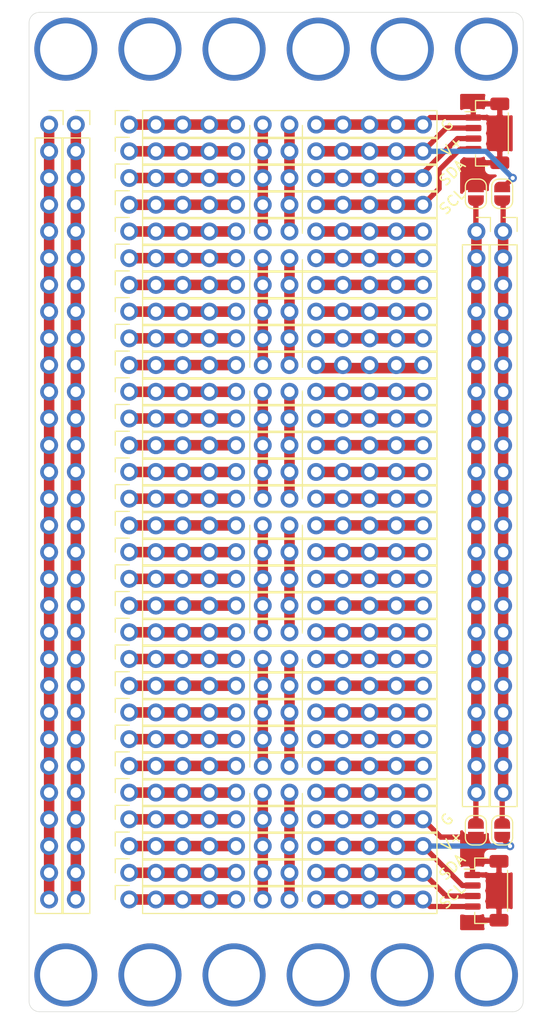
<source format=kicad_pcb>
(kicad_pcb (version 20171130) (host pcbnew 5.1.9)

  (general
    (thickness 1.6)
    (drawings 28)
    (tracks 115)
    (zones 0)
    (modules 42)
    (nets 89)
  )

  (page A4)
  (layers
    (0 F.Cu signal)
    (31 B.Cu signal)
    (32 B.Adhes user)
    (33 F.Adhes user)
    (34 B.Paste user)
    (35 F.Paste user)
    (36 B.SilkS user)
    (37 F.SilkS user)
    (38 B.Mask user)
    (39 F.Mask user)
    (40 Dwgs.User user)
    (41 Cmts.User user)
    (42 Eco1.User user)
    (43 Eco2.User user)
    (44 Edge.Cuts user)
    (45 Margin user)
    (46 B.CrtYd user)
    (47 F.CrtYd user)
    (48 B.Fab user)
    (49 F.Fab user)
  )

  (setup
    (last_trace_width 0.25)
    (user_trace_width 0.5)
    (user_trace_width 1)
    (trace_clearance 0.2)
    (zone_clearance 0.508)
    (zone_45_only no)
    (trace_min 0.2)
    (via_size 0.8)
    (via_drill 0.4)
    (via_min_size 0.4)
    (via_min_drill 0.3)
    (uvia_size 0.3)
    (uvia_drill 0.1)
    (uvias_allowed no)
    (uvia_min_size 0.2)
    (uvia_min_drill 0.1)
    (edge_width 0.05)
    (segment_width 0.2)
    (pcb_text_width 0.3)
    (pcb_text_size 1.5 1.5)
    (mod_edge_width 0.12)
    (mod_text_size 1 1)
    (mod_text_width 0.15)
    (pad_size 1.7 1.7)
    (pad_drill 1)
    (pad_to_mask_clearance 0)
    (aux_axis_origin 0 0)
    (visible_elements FFFFFF7F)
    (pcbplotparams
      (layerselection 0x010fc_ffffffff)
      (usegerberextensions false)
      (usegerberattributes true)
      (usegerberadvancedattributes true)
      (creategerberjobfile true)
      (excludeedgelayer true)
      (linewidth 0.100000)
      (plotframeref false)
      (viasonmask false)
      (mode 1)
      (useauxorigin false)
      (hpglpennumber 1)
      (hpglpenspeed 20)
      (hpglpendiameter 15.000000)
      (psnegative false)
      (psa4output false)
      (plotreference true)
      (plotvalue true)
      (plotinvisibletext false)
      (padsonsilk false)
      (subtractmaskfromsilk true)
      (outputformat 1)
      (mirror false)
      (drillshape 0)
      (scaleselection 1)
      (outputdirectory "gerbers/"))
  )

  (net 0 "")
  (net 1 /Q1-GND)
  (net 2 "Net-(J1-Pad7)")
  (net 3 "Net-(J1-Pad6)")
  (net 4 "Net-(J1-Pad1)")
  (net 5 /Q1-3v3)
  (net 6 "Net-(J2-Pad1)")
  (net 7 "Net-(J3-Pad1)")
  (net 8 "Net-(J4-Pad1)")
  (net 9 "Net-(J5-Pad10)")
  (net 10 "Net-(J5-Pad1)")
  (net 11 "Net-(J6-Pad10)")
  (net 12 "Net-(J10-Pad7)")
  (net 13 "Net-(J10-Pad6)")
  (net 14 "Net-(J6-Pad1)")
  (net 15 "Net-(J7-Pad10)")
  (net 16 "Net-(J7-Pad1)")
  (net 17 "Net-(J8-Pad10)")
  (net 18 "Net-(J8-Pad1)")
  (net 19 "Net-(J9-Pad10)")
  (net 20 "Net-(J9-Pad1)")
  (net 21 "Net-(J10-Pad10)")
  (net 22 "Net-(J10-Pad1)")
  (net 23 "Net-(J11-Pad10)")
  (net 24 "Net-(J11-Pad7)")
  (net 25 "Net-(J11-Pad6)")
  (net 26 "Net-(J11-Pad1)")
  (net 27 "Net-(J12-Pad10)")
  (net 28 "Net-(J12-Pad1)")
  (net 29 "Net-(J13-Pad10)")
  (net 30 "Net-(J13-Pad1)")
  (net 31 "Net-(J14-Pad10)")
  (net 32 "Net-(J14-Pad1)")
  (net 33 "Net-(J15-Pad10)")
  (net 34 "Net-(J15-Pad1)")
  (net 35 "Net-(J16-Pad10)")
  (net 36 "Net-(J16-Pad7)")
  (net 37 "Net-(J16-Pad6)")
  (net 38 "Net-(J16-Pad1)")
  (net 39 "Net-(J17-Pad10)")
  (net 40 "Net-(J17-Pad1)")
  (net 41 "Net-(J18-Pad10)")
  (net 42 "Net-(J18-Pad1)")
  (net 43 "Net-(J19-Pad10)")
  (net 44 "Net-(J19-Pad1)")
  (net 45 "Net-(J20-Pad10)")
  (net 46 "Net-(J20-Pad1)")
  (net 47 "Net-(J21-Pad10)")
  (net 48 "Net-(J21-Pad7)")
  (net 49 "Net-(J21-Pad6)")
  (net 50 "Net-(J21-Pad1)")
  (net 51 "Net-(J22-Pad10)")
  (net 52 "Net-(J22-Pad1)")
  (net 53 "Net-(J23-Pad10)")
  (net 54 "Net-(J23-Pad1)")
  (net 55 "Net-(J24-Pad10)")
  (net 56 "Net-(J24-Pad1)")
  (net 57 "Net-(J25-Pad10)")
  (net 58 "Net-(J25-Pad1)")
  (net 59 "Net-(J26-Pad10)")
  (net 60 "Net-(J26-Pad7)")
  (net 61 "Net-(J26-Pad6)")
  (net 62 "Net-(J26-Pad1)")
  (net 63 /Q2-GND)
  (net 64 "Net-(J27-Pad1)")
  (net 65 /Q2-3v3)
  (net 66 "Net-(J28-Pad1)")
  (net 67 "Net-(J29-Pad1)")
  (net 68 "Net-(J30-Pad1)")
  (net 69 "Net-(J31-Pad5)")
  (net 70 "Net-(J31-Pad6)")
  (net 71 "Net-(J31-Pad4)")
  (net 72 "Net-(J31-Pad3)")
  (net 73 "Net-(J31-Pad2)")
  (net 74 "Net-(J31-Pad1)")
  (net 75 "Net-(J32-Pad5)")
  (net 76 "Net-(J32-Pad6)")
  (net 77 "Net-(J32-Pad4)")
  (net 78 "Net-(J32-Pad3)")
  (net 79 "Net-(J32-Pad2)")
  (net 80 "Net-(J32-Pad1)")
  (net 81 "Net-(J33-Pad1)")
  (net 82 "Net-(J34-Pad1)")
  (net 83 "Net-(J35-Pad1)")
  (net 84 "Net-(J36-Pad1)")
  (net 85 /Q1-SDA)
  (net 86 /Q1-SCL)
  (net 87 /Q2-SDA)
  (net 88 /Q2-SCL)

  (net_class Default "This is the default net class."
    (clearance 0.2)
    (trace_width 0.25)
    (via_dia 0.8)
    (via_drill 0.4)
    (uvia_dia 0.3)
    (uvia_drill 0.1)
    (add_net /Q1-3v3)
    (add_net /Q1-GND)
    (add_net /Q1-SCL)
    (add_net /Q1-SDA)
    (add_net /Q2-3v3)
    (add_net /Q2-GND)
    (add_net /Q2-SCL)
    (add_net /Q2-SDA)
    (add_net "Net-(J1-Pad1)")
    (add_net "Net-(J1-Pad6)")
    (add_net "Net-(J1-Pad7)")
    (add_net "Net-(J10-Pad1)")
    (add_net "Net-(J10-Pad10)")
    (add_net "Net-(J10-Pad6)")
    (add_net "Net-(J10-Pad7)")
    (add_net "Net-(J11-Pad1)")
    (add_net "Net-(J11-Pad10)")
    (add_net "Net-(J11-Pad6)")
    (add_net "Net-(J11-Pad7)")
    (add_net "Net-(J12-Pad1)")
    (add_net "Net-(J12-Pad10)")
    (add_net "Net-(J13-Pad1)")
    (add_net "Net-(J13-Pad10)")
    (add_net "Net-(J14-Pad1)")
    (add_net "Net-(J14-Pad10)")
    (add_net "Net-(J15-Pad1)")
    (add_net "Net-(J15-Pad10)")
    (add_net "Net-(J16-Pad1)")
    (add_net "Net-(J16-Pad10)")
    (add_net "Net-(J16-Pad6)")
    (add_net "Net-(J16-Pad7)")
    (add_net "Net-(J17-Pad1)")
    (add_net "Net-(J17-Pad10)")
    (add_net "Net-(J18-Pad1)")
    (add_net "Net-(J18-Pad10)")
    (add_net "Net-(J19-Pad1)")
    (add_net "Net-(J19-Pad10)")
    (add_net "Net-(J2-Pad1)")
    (add_net "Net-(J20-Pad1)")
    (add_net "Net-(J20-Pad10)")
    (add_net "Net-(J21-Pad1)")
    (add_net "Net-(J21-Pad10)")
    (add_net "Net-(J21-Pad6)")
    (add_net "Net-(J21-Pad7)")
    (add_net "Net-(J22-Pad1)")
    (add_net "Net-(J22-Pad10)")
    (add_net "Net-(J23-Pad1)")
    (add_net "Net-(J23-Pad10)")
    (add_net "Net-(J24-Pad1)")
    (add_net "Net-(J24-Pad10)")
    (add_net "Net-(J25-Pad1)")
    (add_net "Net-(J25-Pad10)")
    (add_net "Net-(J26-Pad1)")
    (add_net "Net-(J26-Pad10)")
    (add_net "Net-(J26-Pad6)")
    (add_net "Net-(J26-Pad7)")
    (add_net "Net-(J27-Pad1)")
    (add_net "Net-(J28-Pad1)")
    (add_net "Net-(J29-Pad1)")
    (add_net "Net-(J3-Pad1)")
    (add_net "Net-(J30-Pad1)")
    (add_net "Net-(J31-Pad1)")
    (add_net "Net-(J31-Pad2)")
    (add_net "Net-(J31-Pad3)")
    (add_net "Net-(J31-Pad4)")
    (add_net "Net-(J31-Pad5)")
    (add_net "Net-(J31-Pad6)")
    (add_net "Net-(J32-Pad1)")
    (add_net "Net-(J32-Pad2)")
    (add_net "Net-(J32-Pad3)")
    (add_net "Net-(J32-Pad4)")
    (add_net "Net-(J32-Pad5)")
    (add_net "Net-(J32-Pad6)")
    (add_net "Net-(J33-Pad1)")
    (add_net "Net-(J34-Pad1)")
    (add_net "Net-(J35-Pad1)")
    (add_net "Net-(J36-Pad1)")
    (add_net "Net-(J4-Pad1)")
    (add_net "Net-(J5-Pad1)")
    (add_net "Net-(J5-Pad10)")
    (add_net "Net-(J6-Pad1)")
    (add_net "Net-(J6-Pad10)")
    (add_net "Net-(J7-Pad1)")
    (add_net "Net-(J7-Pad10)")
    (add_net "Net-(J8-Pad1)")
    (add_net "Net-(J8-Pad10)")
    (add_net "Net-(J9-Pad1)")
    (add_net "Net-(J9-Pad10)")
  )

  (module Connector_PinSocket_2.54mm:PinSocket_1x12_P2.54mm_Vertical (layer F.Cu) (tedit 600665C6) (tstamp 600757B5)
    (at 110.03 51.17 90)
    (descr "Through hole straight socket strip, 1x12, 2.54mm pitch, single row (from Kicad 4.0.7), script generated")
    (tags "Through hole socket strip THT 1x12 2.54mm single row")
    (path /60065C8B)
    (fp_text reference J1 (at 0 -2.77 90) (layer F.SilkS) hide
      (effects (font (size 1 1) (thickness 0.15)))
    )
    (fp_text value Conn_01x12 (at 0 30.71 90) (layer F.Fab)
      (effects (font (size 1 1) (thickness 0.15)))
    )
    (fp_line (start -1.27 -1.27) (end 0.635 -1.27) (layer F.Fab) (width 0.1))
    (fp_line (start 0.635 -1.27) (end 1.27 -0.635) (layer F.Fab) (width 0.1))
    (fp_line (start 1.27 -0.635) (end 1.27 29.21) (layer F.Fab) (width 0.1))
    (fp_line (start 1.27 29.21) (end -1.27 29.21) (layer F.Fab) (width 0.1))
    (fp_line (start -1.27 29.21) (end -1.27 -1.27) (layer F.Fab) (width 0.1))
    (fp_line (start -1.33 1.27) (end 1.33 1.27) (layer F.SilkS) (width 0.12))
    (fp_line (start -1.33 1.27) (end -1.33 29.27) (layer F.SilkS) (width 0.12))
    (fp_line (start -1.33 29.27) (end 1.33 29.27) (layer F.SilkS) (width 0.12))
    (fp_line (start 1.33 1.27) (end 1.33 29.27) (layer F.SilkS) (width 0.12))
    (fp_line (start 1.33 -1.33) (end 1.33 0) (layer F.SilkS) (width 0.12))
    (fp_line (start 0 -1.33) (end 1.33 -1.33) (layer F.SilkS) (width 0.12))
    (fp_line (start -1.8 -1.8) (end 1.75 -1.8) (layer F.CrtYd) (width 0.05))
    (fp_line (start 1.75 -1.8) (end 1.75 29.7) (layer F.CrtYd) (width 0.05))
    (fp_line (start 1.75 29.7) (end -1.8 29.7) (layer F.CrtYd) (width 0.05))
    (fp_line (start -1.8 29.7) (end -1.8 -1.8) (layer F.CrtYd) (width 0.05))
    (fp_text user %R (at 0 13.97) (layer F.Fab)
      (effects (font (size 1 1) (thickness 0.15)))
    )
    (pad 1 thru_hole circle (at 0 0 90) (size 1.7 1.7) (drill 1) (layers *.Cu *.Mask)
      (net 4 "Net-(J1-Pad1)"))
    (pad 2 thru_hole oval (at 0 2.54 90) (size 1.7 1.7) (drill 1) (layers *.Cu *.Mask)
      (net 4 "Net-(J1-Pad1)"))
    (pad 3 thru_hole oval (at 0 5.08 90) (size 1.7 1.7) (drill 1) (layers *.Cu *.Mask)
      (net 4 "Net-(J1-Pad1)"))
    (pad 4 thru_hole oval (at 0 7.62 90) (size 1.7 1.7) (drill 1) (layers *.Cu *.Mask)
      (net 4 "Net-(J1-Pad1)"))
    (pad 5 thru_hole oval (at 0 10.16 90) (size 1.7 1.7) (drill 1) (layers *.Cu *.Mask)
      (net 4 "Net-(J1-Pad1)"))
    (pad 6 thru_hole oval (at 0 12.7 90) (size 1.7 1.7) (drill 1) (layers *.Cu *.Mask)
      (net 3 "Net-(J1-Pad6)"))
    (pad 7 thru_hole oval (at 0 15.24 90) (size 1.7 1.7) (drill 1) (layers *.Cu *.Mask)
      (net 2 "Net-(J1-Pad7)"))
    (pad 8 thru_hole oval (at 0 17.78 90) (size 1.7 1.7) (drill 1) (layers *.Cu *.Mask)
      (net 1 /Q1-GND))
    (pad 9 thru_hole oval (at 0 20.32 90) (size 1.7 1.7) (drill 1) (layers *.Cu *.Mask)
      (net 1 /Q1-GND))
    (pad 10 thru_hole oval (at 0 22.86 90) (size 1.7 1.7) (drill 1) (layers *.Cu *.Mask)
      (net 1 /Q1-GND))
    (pad 11 thru_hole oval (at 0 25.4 90) (size 1.7 1.7) (drill 1) (layers *.Cu *.Mask)
      (net 1 /Q1-GND))
    (pad 12 thru_hole oval (at 0 27.94 90) (size 1.7 1.7) (drill 1) (layers *.Cu *.Mask)
      (net 1 /Q1-GND))
    (model ${KISYS3DMOD}/Connector_PinSocket_2.54mm.3dshapes/PinSocket_1x12_P2.54mm_Vertical.wrl
      (at (xyz 0 0 0))
      (scale (xyz 1 1 1))
      (rotate (xyz 0 0 0))
    )
  )

  (module Connector_PinSocket_2.54mm:PinSocket_1x12_P2.54mm_Vertical (layer F.Cu) (tedit 600665E4) (tstamp 60075796)
    (at 110.03 53.71 90)
    (descr "Through hole straight socket strip, 1x12, 2.54mm pitch, single row (from Kicad 4.0.7), script generated")
    (tags "Through hole socket strip THT 1x12 2.54mm single row")
    (path /601BF2DB)
    (fp_text reference J2 (at 0 -2.77 90) (layer F.SilkS) hide
      (effects (font (size 1 1) (thickness 0.15)))
    )
    (fp_text value Conn_01x12 (at 0 30.71 90) (layer F.Fab)
      (effects (font (size 1 1) (thickness 0.15)))
    )
    (fp_line (start -1.27 -1.27) (end 0.635 -1.27) (layer F.Fab) (width 0.1))
    (fp_line (start 0.635 -1.27) (end 1.27 -0.635) (layer F.Fab) (width 0.1))
    (fp_line (start 1.27 -0.635) (end 1.27 29.21) (layer F.Fab) (width 0.1))
    (fp_line (start 1.27 29.21) (end -1.27 29.21) (layer F.Fab) (width 0.1))
    (fp_line (start -1.27 29.21) (end -1.27 -1.27) (layer F.Fab) (width 0.1))
    (fp_line (start -1.33 1.27) (end 1.33 1.27) (layer F.SilkS) (width 0.12))
    (fp_line (start -1.33 1.27) (end -1.33 29.27) (layer F.SilkS) (width 0.12))
    (fp_line (start -1.33 29.27) (end 1.33 29.27) (layer F.SilkS) (width 0.12))
    (fp_line (start 1.33 1.27) (end 1.33 29.27) (layer F.SilkS) (width 0.12))
    (fp_line (start 1.33 -1.33) (end 1.33 0) (layer F.SilkS) (width 0.12))
    (fp_line (start 0 -1.33) (end 1.33 -1.33) (layer F.SilkS) (width 0.12))
    (fp_line (start -1.8 -1.8) (end 1.75 -1.8) (layer F.CrtYd) (width 0.05))
    (fp_line (start 1.75 -1.8) (end 1.75 29.7) (layer F.CrtYd) (width 0.05))
    (fp_line (start 1.75 29.7) (end -1.8 29.7) (layer F.CrtYd) (width 0.05))
    (fp_line (start -1.8 29.7) (end -1.8 -1.8) (layer F.CrtYd) (width 0.05))
    (fp_text user %R (at 0 13.97) (layer F.Fab)
      (effects (font (size 1 1) (thickness 0.15)))
    )
    (pad 1 thru_hole circle (at 0 0 90) (size 1.7 1.7) (drill 1) (layers *.Cu *.Mask)
      (net 6 "Net-(J2-Pad1)"))
    (pad 2 thru_hole oval (at 0 2.54 90) (size 1.7 1.7) (drill 1) (layers *.Cu *.Mask)
      (net 6 "Net-(J2-Pad1)"))
    (pad 3 thru_hole oval (at 0 5.08 90) (size 1.7 1.7) (drill 1) (layers *.Cu *.Mask)
      (net 6 "Net-(J2-Pad1)"))
    (pad 4 thru_hole oval (at 0 7.62 90) (size 1.7 1.7) (drill 1) (layers *.Cu *.Mask)
      (net 6 "Net-(J2-Pad1)"))
    (pad 5 thru_hole oval (at 0 10.16 90) (size 1.7 1.7) (drill 1) (layers *.Cu *.Mask)
      (net 6 "Net-(J2-Pad1)"))
    (pad 6 thru_hole oval (at 0 12.7 90) (size 1.7 1.7) (drill 1) (layers *.Cu *.Mask)
      (net 3 "Net-(J1-Pad6)"))
    (pad 7 thru_hole oval (at 0 15.24 90) (size 1.7 1.7) (drill 1) (layers *.Cu *.Mask)
      (net 2 "Net-(J1-Pad7)"))
    (pad 8 thru_hole oval (at 0 17.78 90) (size 1.7 1.7) (drill 1) (layers *.Cu *.Mask)
      (net 5 /Q1-3v3))
    (pad 9 thru_hole oval (at 0 20.32 90) (size 1.7 1.7) (drill 1) (layers *.Cu *.Mask)
      (net 5 /Q1-3v3))
    (pad 10 thru_hole oval (at 0 22.86 90) (size 1.7 1.7) (drill 1) (layers *.Cu *.Mask)
      (net 5 /Q1-3v3))
    (pad 11 thru_hole oval (at 0 25.4 90) (size 1.7 1.7) (drill 1) (layers *.Cu *.Mask)
      (net 5 /Q1-3v3))
    (pad 12 thru_hole oval (at 0 27.94 90) (size 1.7 1.7) (drill 1) (layers *.Cu *.Mask)
      (net 5 /Q1-3v3))
    (model ${KISYS3DMOD}/Connector_PinSocket_2.54mm.3dshapes/PinSocket_1x12_P2.54mm_Vertical.wrl
      (at (xyz 0 0 0))
      (scale (xyz 1 1 1))
      (rotate (xyz 0 0 0))
    )
  )

  (module Connector_PinSocket_2.54mm:PinSocket_1x12_P2.54mm_Vertical (layer F.Cu) (tedit 60066628) (tstamp 60075777)
    (at 110.03 79.11 90)
    (descr "Through hole straight socket strip, 1x12, 2.54mm pitch, single row (from Kicad 4.0.7), script generated")
    (tags "Through hole socket strip THT 1x12 2.54mm single row")
    (path /601F5814)
    (fp_text reference J8 (at 0 -2.77 90) (layer F.SilkS) hide
      (effects (font (size 1 1) (thickness 0.15)))
    )
    (fp_text value Conn_01x12 (at 0 30.71 90) (layer F.Fab)
      (effects (font (size 1 1) (thickness 0.15)))
    )
    (fp_line (start -1.27 -1.27) (end 0.635 -1.27) (layer F.Fab) (width 0.1))
    (fp_line (start 0.635 -1.27) (end 1.27 -0.635) (layer F.Fab) (width 0.1))
    (fp_line (start 1.27 -0.635) (end 1.27 29.21) (layer F.Fab) (width 0.1))
    (fp_line (start 1.27 29.21) (end -1.27 29.21) (layer F.Fab) (width 0.1))
    (fp_line (start -1.27 29.21) (end -1.27 -1.27) (layer F.Fab) (width 0.1))
    (fp_line (start -1.33 1.27) (end 1.33 1.27) (layer F.SilkS) (width 0.12))
    (fp_line (start -1.33 1.27) (end -1.33 29.27) (layer F.SilkS) (width 0.12))
    (fp_line (start -1.33 29.27) (end 1.33 29.27) (layer F.SilkS) (width 0.12))
    (fp_line (start 1.33 1.27) (end 1.33 29.27) (layer F.SilkS) (width 0.12))
    (fp_line (start 1.33 -1.33) (end 1.33 0) (layer F.SilkS) (width 0.12))
    (fp_line (start 0 -1.33) (end 1.33 -1.33) (layer F.SilkS) (width 0.12))
    (fp_line (start -1.8 -1.8) (end 1.75 -1.8) (layer F.CrtYd) (width 0.05))
    (fp_line (start 1.75 -1.8) (end 1.75 29.7) (layer F.CrtYd) (width 0.05))
    (fp_line (start 1.75 29.7) (end -1.8 29.7) (layer F.CrtYd) (width 0.05))
    (fp_line (start -1.8 29.7) (end -1.8 -1.8) (layer F.CrtYd) (width 0.05))
    (fp_text user %R (at 0 13.97) (layer F.Fab)
      (effects (font (size 1 1) (thickness 0.15)))
    )
    (pad 1 thru_hole circle (at 0 0 90) (size 1.7 1.7) (drill 1) (layers *.Cu *.Mask)
      (net 18 "Net-(J8-Pad1)"))
    (pad 2 thru_hole oval (at 0 2.54 90) (size 1.7 1.7) (drill 1) (layers *.Cu *.Mask)
      (net 18 "Net-(J8-Pad1)"))
    (pad 3 thru_hole oval (at 0 5.08 90) (size 1.7 1.7) (drill 1) (layers *.Cu *.Mask)
      (net 18 "Net-(J8-Pad1)"))
    (pad 4 thru_hole oval (at 0 7.62 90) (size 1.7 1.7) (drill 1) (layers *.Cu *.Mask)
      (net 18 "Net-(J8-Pad1)"))
    (pad 5 thru_hole oval (at 0 10.16 90) (size 1.7 1.7) (drill 1) (layers *.Cu *.Mask)
      (net 18 "Net-(J8-Pad1)"))
    (pad 6 thru_hole oval (at 0 12.7 90) (size 1.7 1.7) (drill 1) (layers *.Cu *.Mask)
      (net 13 "Net-(J10-Pad6)"))
    (pad 7 thru_hole oval (at 0 15.24 90) (size 1.7 1.7) (drill 1) (layers *.Cu *.Mask)
      (net 12 "Net-(J10-Pad7)"))
    (pad 8 thru_hole oval (at 0 17.78 90) (size 1.7 1.7) (drill 1) (layers *.Cu *.Mask)
      (net 17 "Net-(J8-Pad10)"))
    (pad 9 thru_hole oval (at 0 20.32 90) (size 1.7 1.7) (drill 1) (layers *.Cu *.Mask)
      (net 17 "Net-(J8-Pad10)"))
    (pad 10 thru_hole oval (at 0 22.86 90) (size 1.7 1.7) (drill 1) (layers *.Cu *.Mask)
      (net 17 "Net-(J8-Pad10)"))
    (pad 11 thru_hole oval (at 0 25.4 90) (size 1.7 1.7) (drill 1) (layers *.Cu *.Mask)
      (net 17 "Net-(J8-Pad10)"))
    (pad 12 thru_hole oval (at 0 27.94 90) (size 1.7 1.7) (drill 1) (layers *.Cu *.Mask)
      (net 17 "Net-(J8-Pad10)"))
    (model ${KISYS3DMOD}/Connector_PinSocket_2.54mm.3dshapes/PinSocket_1x12_P2.54mm_Vertical.wrl
      (at (xyz 0 0 0))
      (scale (xyz 1 1 1))
      (rotate (xyz 0 0 0))
    )
  )

  (module Connector_PinSocket_2.54mm:PinSocket_1x12_P2.54mm_Vertical (layer F.Cu) (tedit 600665FD) (tstamp 60075758)
    (at 110.03 61.33 90)
    (descr "Through hole straight socket strip, 1x12, 2.54mm pitch, single row (from Kicad 4.0.7), script generated")
    (tags "Through hole socket strip THT 1x12 2.54mm single row")
    (path /601D75F2)
    (fp_text reference J5 (at 0 -2.77 90) (layer F.SilkS) hide
      (effects (font (size 1 1) (thickness 0.15)))
    )
    (fp_text value Conn_01x12 (at 0 30.71 90) (layer F.Fab)
      (effects (font (size 1 1) (thickness 0.15)))
    )
    (fp_line (start -1.27 -1.27) (end 0.635 -1.27) (layer F.Fab) (width 0.1))
    (fp_line (start 0.635 -1.27) (end 1.27 -0.635) (layer F.Fab) (width 0.1))
    (fp_line (start 1.27 -0.635) (end 1.27 29.21) (layer F.Fab) (width 0.1))
    (fp_line (start 1.27 29.21) (end -1.27 29.21) (layer F.Fab) (width 0.1))
    (fp_line (start -1.27 29.21) (end -1.27 -1.27) (layer F.Fab) (width 0.1))
    (fp_line (start -1.33 1.27) (end 1.33 1.27) (layer F.SilkS) (width 0.12))
    (fp_line (start -1.33 1.27) (end -1.33 29.27) (layer F.SilkS) (width 0.12))
    (fp_line (start -1.33 29.27) (end 1.33 29.27) (layer F.SilkS) (width 0.12))
    (fp_line (start 1.33 1.27) (end 1.33 29.27) (layer F.SilkS) (width 0.12))
    (fp_line (start 1.33 -1.33) (end 1.33 0) (layer F.SilkS) (width 0.12))
    (fp_line (start 0 -1.33) (end 1.33 -1.33) (layer F.SilkS) (width 0.12))
    (fp_line (start -1.8 -1.8) (end 1.75 -1.8) (layer F.CrtYd) (width 0.05))
    (fp_line (start 1.75 -1.8) (end 1.75 29.7) (layer F.CrtYd) (width 0.05))
    (fp_line (start 1.75 29.7) (end -1.8 29.7) (layer F.CrtYd) (width 0.05))
    (fp_line (start -1.8 29.7) (end -1.8 -1.8) (layer F.CrtYd) (width 0.05))
    (fp_text user %R (at 0 13.97) (layer F.Fab)
      (effects (font (size 1 1) (thickness 0.15)))
    )
    (pad 1 thru_hole circle (at 0 0 90) (size 1.7 1.7) (drill 1) (layers *.Cu *.Mask)
      (net 10 "Net-(J5-Pad1)"))
    (pad 2 thru_hole oval (at 0 2.54 90) (size 1.7 1.7) (drill 1) (layers *.Cu *.Mask)
      (net 10 "Net-(J5-Pad1)"))
    (pad 3 thru_hole oval (at 0 5.08 90) (size 1.7 1.7) (drill 1) (layers *.Cu *.Mask)
      (net 10 "Net-(J5-Pad1)"))
    (pad 4 thru_hole oval (at 0 7.62 90) (size 1.7 1.7) (drill 1) (layers *.Cu *.Mask)
      (net 10 "Net-(J5-Pad1)"))
    (pad 5 thru_hole oval (at 0 10.16 90) (size 1.7 1.7) (drill 1) (layers *.Cu *.Mask)
      (net 10 "Net-(J5-Pad1)"))
    (pad 6 thru_hole oval (at 0 12.7 90) (size 1.7 1.7) (drill 1) (layers *.Cu *.Mask)
      (net 3 "Net-(J1-Pad6)"))
    (pad 7 thru_hole oval (at 0 15.24 90) (size 1.7 1.7) (drill 1) (layers *.Cu *.Mask)
      (net 2 "Net-(J1-Pad7)"))
    (pad 8 thru_hole oval (at 0 17.78 90) (size 1.7 1.7) (drill 1) (layers *.Cu *.Mask)
      (net 9 "Net-(J5-Pad10)"))
    (pad 9 thru_hole oval (at 0 20.32 90) (size 1.7 1.7) (drill 1) (layers *.Cu *.Mask)
      (net 9 "Net-(J5-Pad10)"))
    (pad 10 thru_hole oval (at 0 22.86 90) (size 1.7 1.7) (drill 1) (layers *.Cu *.Mask)
      (net 9 "Net-(J5-Pad10)"))
    (pad 11 thru_hole oval (at 0 25.4 90) (size 1.7 1.7) (drill 1) (layers *.Cu *.Mask)
      (net 9 "Net-(J5-Pad10)"))
    (pad 12 thru_hole oval (at 0 27.94 90) (size 1.7 1.7) (drill 1) (layers *.Cu *.Mask)
      (net 9 "Net-(J5-Pad10)"))
    (model ${KISYS3DMOD}/Connector_PinSocket_2.54mm.3dshapes/PinSocket_1x12_P2.54mm_Vertical.wrl
      (at (xyz 0 0 0))
      (scale (xyz 1 1 1))
      (rotate (xyz 0 0 0))
    )
  )

  (module Connector_PinSocket_2.54mm:PinSocket_1x12_P2.54mm_Vertical (layer F.Cu) (tedit 600665F5) (tstamp 60075739)
    (at 110.03 58.79 90)
    (descr "Through hole straight socket strip, 1x12, 2.54mm pitch, single row (from Kicad 4.0.7), script generated")
    (tags "Through hole socket strip THT 1x12 2.54mm single row")
    (path /601CF15F)
    (fp_text reference J4 (at 0 -2.77 90) (layer F.SilkS) hide
      (effects (font (size 1 1) (thickness 0.15)))
    )
    (fp_text value Conn_01x12 (at 0 30.71 90) (layer F.Fab)
      (effects (font (size 1 1) (thickness 0.15)))
    )
    (fp_line (start -1.27 -1.27) (end 0.635 -1.27) (layer F.Fab) (width 0.1))
    (fp_line (start 0.635 -1.27) (end 1.27 -0.635) (layer F.Fab) (width 0.1))
    (fp_line (start 1.27 -0.635) (end 1.27 29.21) (layer F.Fab) (width 0.1))
    (fp_line (start 1.27 29.21) (end -1.27 29.21) (layer F.Fab) (width 0.1))
    (fp_line (start -1.27 29.21) (end -1.27 -1.27) (layer F.Fab) (width 0.1))
    (fp_line (start -1.33 1.27) (end 1.33 1.27) (layer F.SilkS) (width 0.12))
    (fp_line (start -1.33 1.27) (end -1.33 29.27) (layer F.SilkS) (width 0.12))
    (fp_line (start -1.33 29.27) (end 1.33 29.27) (layer F.SilkS) (width 0.12))
    (fp_line (start 1.33 1.27) (end 1.33 29.27) (layer F.SilkS) (width 0.12))
    (fp_line (start 1.33 -1.33) (end 1.33 0) (layer F.SilkS) (width 0.12))
    (fp_line (start 0 -1.33) (end 1.33 -1.33) (layer F.SilkS) (width 0.12))
    (fp_line (start -1.8 -1.8) (end 1.75 -1.8) (layer F.CrtYd) (width 0.05))
    (fp_line (start 1.75 -1.8) (end 1.75 29.7) (layer F.CrtYd) (width 0.05))
    (fp_line (start 1.75 29.7) (end -1.8 29.7) (layer F.CrtYd) (width 0.05))
    (fp_line (start -1.8 29.7) (end -1.8 -1.8) (layer F.CrtYd) (width 0.05))
    (fp_text user %R (at 0 13.97) (layer F.Fab)
      (effects (font (size 1 1) (thickness 0.15)))
    )
    (pad 1 thru_hole circle (at 0 0 90) (size 1.7 1.7) (drill 1) (layers *.Cu *.Mask)
      (net 8 "Net-(J4-Pad1)"))
    (pad 2 thru_hole oval (at 0 2.54 90) (size 1.7 1.7) (drill 1) (layers *.Cu *.Mask)
      (net 8 "Net-(J4-Pad1)"))
    (pad 3 thru_hole oval (at 0 5.08 90) (size 1.7 1.7) (drill 1) (layers *.Cu *.Mask)
      (net 8 "Net-(J4-Pad1)"))
    (pad 4 thru_hole oval (at 0 7.62 90) (size 1.7 1.7) (drill 1) (layers *.Cu *.Mask)
      (net 8 "Net-(J4-Pad1)"))
    (pad 5 thru_hole oval (at 0 10.16 90) (size 1.7 1.7) (drill 1) (layers *.Cu *.Mask)
      (net 8 "Net-(J4-Pad1)"))
    (pad 6 thru_hole oval (at 0 12.7 90) (size 1.7 1.7) (drill 1) (layers *.Cu *.Mask)
      (net 3 "Net-(J1-Pad6)"))
    (pad 7 thru_hole oval (at 0 15.24 90) (size 1.7 1.7) (drill 1) (layers *.Cu *.Mask)
      (net 2 "Net-(J1-Pad7)"))
    (pad 8 thru_hole oval (at 0 17.78 90) (size 1.7 1.7) (drill 1) (layers *.Cu *.Mask)
      (net 86 /Q1-SCL))
    (pad 9 thru_hole oval (at 0 20.32 90) (size 1.7 1.7) (drill 1) (layers *.Cu *.Mask)
      (net 86 /Q1-SCL))
    (pad 10 thru_hole oval (at 0 22.86 90) (size 1.7 1.7) (drill 1) (layers *.Cu *.Mask)
      (net 86 /Q1-SCL))
    (pad 11 thru_hole oval (at 0 25.4 90) (size 1.7 1.7) (drill 1) (layers *.Cu *.Mask)
      (net 86 /Q1-SCL))
    (pad 12 thru_hole oval (at 0 27.94 90) (size 1.7 1.7) (drill 1) (layers *.Cu *.Mask)
      (net 86 /Q1-SCL))
    (model ${KISYS3DMOD}/Connector_PinSocket_2.54mm.3dshapes/PinSocket_1x12_P2.54mm_Vertical.wrl
      (at (xyz 0 0 0))
      (scale (xyz 1 1 1))
      (rotate (xyz 0 0 0))
    )
  )

  (module Connector_PinSocket_2.54mm:PinSocket_1x12_P2.54mm_Vertical (layer F.Cu) (tedit 60066651) (tstamp 6007571A)
    (at 110.03 99.43 90)
    (descr "Through hole straight socket strip, 1x12, 2.54mm pitch, single row (from Kicad 4.0.7), script generated")
    (tags "Through hole socket strip THT 1x12 2.54mm single row")
    (path /6023ACB6)
    (fp_text reference J16 (at 0 -2.77 90) (layer F.SilkS) hide
      (effects (font (size 1 1) (thickness 0.15)))
    )
    (fp_text value Conn_01x12 (at 0 30.71 90) (layer F.Fab)
      (effects (font (size 1 1) (thickness 0.15)))
    )
    (fp_line (start -1.27 -1.27) (end 0.635 -1.27) (layer F.Fab) (width 0.1))
    (fp_line (start 0.635 -1.27) (end 1.27 -0.635) (layer F.Fab) (width 0.1))
    (fp_line (start 1.27 -0.635) (end 1.27 29.21) (layer F.Fab) (width 0.1))
    (fp_line (start 1.27 29.21) (end -1.27 29.21) (layer F.Fab) (width 0.1))
    (fp_line (start -1.27 29.21) (end -1.27 -1.27) (layer F.Fab) (width 0.1))
    (fp_line (start -1.33 1.27) (end 1.33 1.27) (layer F.SilkS) (width 0.12))
    (fp_line (start -1.33 1.27) (end -1.33 29.27) (layer F.SilkS) (width 0.12))
    (fp_line (start -1.33 29.27) (end 1.33 29.27) (layer F.SilkS) (width 0.12))
    (fp_line (start 1.33 1.27) (end 1.33 29.27) (layer F.SilkS) (width 0.12))
    (fp_line (start 1.33 -1.33) (end 1.33 0) (layer F.SilkS) (width 0.12))
    (fp_line (start 0 -1.33) (end 1.33 -1.33) (layer F.SilkS) (width 0.12))
    (fp_line (start -1.8 -1.8) (end 1.75 -1.8) (layer F.CrtYd) (width 0.05))
    (fp_line (start 1.75 -1.8) (end 1.75 29.7) (layer F.CrtYd) (width 0.05))
    (fp_line (start 1.75 29.7) (end -1.8 29.7) (layer F.CrtYd) (width 0.05))
    (fp_line (start -1.8 29.7) (end -1.8 -1.8) (layer F.CrtYd) (width 0.05))
    (fp_text user %R (at 0 13.97) (layer F.Fab)
      (effects (font (size 1 1) (thickness 0.15)))
    )
    (pad 1 thru_hole circle (at 0 0 90) (size 1.7 1.7) (drill 1) (layers *.Cu *.Mask)
      (net 38 "Net-(J16-Pad1)"))
    (pad 2 thru_hole oval (at 0 2.54 90) (size 1.7 1.7) (drill 1) (layers *.Cu *.Mask)
      (net 38 "Net-(J16-Pad1)"))
    (pad 3 thru_hole oval (at 0 5.08 90) (size 1.7 1.7) (drill 1) (layers *.Cu *.Mask)
      (net 38 "Net-(J16-Pad1)"))
    (pad 4 thru_hole oval (at 0 7.62 90) (size 1.7 1.7) (drill 1) (layers *.Cu *.Mask)
      (net 38 "Net-(J16-Pad1)"))
    (pad 5 thru_hole oval (at 0 10.16 90) (size 1.7 1.7) (drill 1) (layers *.Cu *.Mask)
      (net 38 "Net-(J16-Pad1)"))
    (pad 6 thru_hole oval (at 0 12.7 90) (size 1.7 1.7) (drill 1) (layers *.Cu *.Mask)
      (net 37 "Net-(J16-Pad6)"))
    (pad 7 thru_hole oval (at 0 15.24 90) (size 1.7 1.7) (drill 1) (layers *.Cu *.Mask)
      (net 36 "Net-(J16-Pad7)"))
    (pad 8 thru_hole oval (at 0 17.78 90) (size 1.7 1.7) (drill 1) (layers *.Cu *.Mask)
      (net 35 "Net-(J16-Pad10)"))
    (pad 9 thru_hole oval (at 0 20.32 90) (size 1.7 1.7) (drill 1) (layers *.Cu *.Mask)
      (net 35 "Net-(J16-Pad10)"))
    (pad 10 thru_hole oval (at 0 22.86 90) (size 1.7 1.7) (drill 1) (layers *.Cu *.Mask)
      (net 35 "Net-(J16-Pad10)"))
    (pad 11 thru_hole oval (at 0 25.4 90) (size 1.7 1.7) (drill 1) (layers *.Cu *.Mask)
      (net 35 "Net-(J16-Pad10)"))
    (pad 12 thru_hole oval (at 0 27.94 90) (size 1.7 1.7) (drill 1) (layers *.Cu *.Mask)
      (net 35 "Net-(J16-Pad10)"))
    (model ${KISYS3DMOD}/Connector_PinSocket_2.54mm.3dshapes/PinSocket_1x12_P2.54mm_Vertical.wrl
      (at (xyz 0 0 0))
      (scale (xyz 1 1 1))
      (rotate (xyz 0 0 0))
    )
  )

  (module Connector_PinSocket_2.54mm:PinSocket_1x12_P2.54mm_Vertical (layer F.Cu) (tedit 60066638) (tstamp 600756FB)
    (at 110.03 86.73 90)
    (descr "Through hole straight socket strip, 1x12, 2.54mm pitch, single row (from Kicad 4.0.7), script generated")
    (tags "Through hole socket strip THT 1x12 2.54mm single row")
    (path /601F583C)
    (fp_text reference J10 (at 0 -2.77 90) (layer F.SilkS) hide
      (effects (font (size 1 1) (thickness 0.15)))
    )
    (fp_text value Conn_01x12 (at 0 30.71 90) (layer F.Fab)
      (effects (font (size 1 1) (thickness 0.15)))
    )
    (fp_line (start -1.27 -1.27) (end 0.635 -1.27) (layer F.Fab) (width 0.1))
    (fp_line (start 0.635 -1.27) (end 1.27 -0.635) (layer F.Fab) (width 0.1))
    (fp_line (start 1.27 -0.635) (end 1.27 29.21) (layer F.Fab) (width 0.1))
    (fp_line (start 1.27 29.21) (end -1.27 29.21) (layer F.Fab) (width 0.1))
    (fp_line (start -1.27 29.21) (end -1.27 -1.27) (layer F.Fab) (width 0.1))
    (fp_line (start -1.33 1.27) (end 1.33 1.27) (layer F.SilkS) (width 0.12))
    (fp_line (start -1.33 1.27) (end -1.33 29.27) (layer F.SilkS) (width 0.12))
    (fp_line (start -1.33 29.27) (end 1.33 29.27) (layer F.SilkS) (width 0.12))
    (fp_line (start 1.33 1.27) (end 1.33 29.27) (layer F.SilkS) (width 0.12))
    (fp_line (start 1.33 -1.33) (end 1.33 0) (layer F.SilkS) (width 0.12))
    (fp_line (start 0 -1.33) (end 1.33 -1.33) (layer F.SilkS) (width 0.12))
    (fp_line (start -1.8 -1.8) (end 1.75 -1.8) (layer F.CrtYd) (width 0.05))
    (fp_line (start 1.75 -1.8) (end 1.75 29.7) (layer F.CrtYd) (width 0.05))
    (fp_line (start 1.75 29.7) (end -1.8 29.7) (layer F.CrtYd) (width 0.05))
    (fp_line (start -1.8 29.7) (end -1.8 -1.8) (layer F.CrtYd) (width 0.05))
    (fp_text user %R (at 0 13.97) (layer F.Fab)
      (effects (font (size 1 1) (thickness 0.15)))
    )
    (pad 1 thru_hole circle (at 0 0 90) (size 1.7 1.7) (drill 1) (layers *.Cu *.Mask)
      (net 22 "Net-(J10-Pad1)"))
    (pad 2 thru_hole oval (at 0 2.54 90) (size 1.7 1.7) (drill 1) (layers *.Cu *.Mask)
      (net 22 "Net-(J10-Pad1)"))
    (pad 3 thru_hole oval (at 0 5.08 90) (size 1.7 1.7) (drill 1) (layers *.Cu *.Mask)
      (net 22 "Net-(J10-Pad1)"))
    (pad 4 thru_hole oval (at 0 7.62 90) (size 1.7 1.7) (drill 1) (layers *.Cu *.Mask)
      (net 22 "Net-(J10-Pad1)"))
    (pad 5 thru_hole oval (at 0 10.16 90) (size 1.7 1.7) (drill 1) (layers *.Cu *.Mask)
      (net 22 "Net-(J10-Pad1)"))
    (pad 6 thru_hole oval (at 0 12.7 90) (size 1.7 1.7) (drill 1) (layers *.Cu *.Mask)
      (net 13 "Net-(J10-Pad6)"))
    (pad 7 thru_hole oval (at 0 15.24 90) (size 1.7 1.7) (drill 1) (layers *.Cu *.Mask)
      (net 12 "Net-(J10-Pad7)"))
    (pad 8 thru_hole oval (at 0 17.78 90) (size 1.7 1.7) (drill 1) (layers *.Cu *.Mask)
      (net 21 "Net-(J10-Pad10)"))
    (pad 9 thru_hole oval (at 0 20.32 90) (size 1.7 1.7) (drill 1) (layers *.Cu *.Mask)
      (net 21 "Net-(J10-Pad10)"))
    (pad 10 thru_hole oval (at 0 22.86 90) (size 1.7 1.7) (drill 1) (layers *.Cu *.Mask)
      (net 21 "Net-(J10-Pad10)"))
    (pad 11 thru_hole oval (at 0 25.4 90) (size 1.7 1.7) (drill 1) (layers *.Cu *.Mask)
      (net 21 "Net-(J10-Pad10)"))
    (pad 12 thru_hole oval (at 0 27.94 90) (size 1.7 1.7) (drill 1) (layers *.Cu *.Mask)
      (net 21 "Net-(J10-Pad10)"))
    (model ${KISYS3DMOD}/Connector_PinSocket_2.54mm.3dshapes/PinSocket_1x12_P2.54mm_Vertical.wrl
      (at (xyz 0 0 0))
      (scale (xyz 1 1 1))
      (rotate (xyz 0 0 0))
    )
  )

  (module Connector_PinSocket_2.54mm:PinSocket_1x12_P2.54mm_Vertical (layer F.Cu) (tedit 6006665D) (tstamp 600756DC)
    (at 110.03 104.51 90)
    (descr "Through hole straight socket strip, 1x12, 2.54mm pitch, single row (from Kicad 4.0.7), script generated")
    (tags "Through hole socket strip THT 1x12 2.54mm single row")
    (path /6023AD3C)
    (fp_text reference J22 (at 0 -2.77 90) (layer F.SilkS) hide
      (effects (font (size 1 1) (thickness 0.15)))
    )
    (fp_text value Conn_01x12 (at 0 30.71 90) (layer F.Fab)
      (effects (font (size 1 1) (thickness 0.15)))
    )
    (fp_line (start -1.27 -1.27) (end 0.635 -1.27) (layer F.Fab) (width 0.1))
    (fp_line (start 0.635 -1.27) (end 1.27 -0.635) (layer F.Fab) (width 0.1))
    (fp_line (start 1.27 -0.635) (end 1.27 29.21) (layer F.Fab) (width 0.1))
    (fp_line (start 1.27 29.21) (end -1.27 29.21) (layer F.Fab) (width 0.1))
    (fp_line (start -1.27 29.21) (end -1.27 -1.27) (layer F.Fab) (width 0.1))
    (fp_line (start -1.33 1.27) (end 1.33 1.27) (layer F.SilkS) (width 0.12))
    (fp_line (start -1.33 1.27) (end -1.33 29.27) (layer F.SilkS) (width 0.12))
    (fp_line (start -1.33 29.27) (end 1.33 29.27) (layer F.SilkS) (width 0.12))
    (fp_line (start 1.33 1.27) (end 1.33 29.27) (layer F.SilkS) (width 0.12))
    (fp_line (start 1.33 -1.33) (end 1.33 0) (layer F.SilkS) (width 0.12))
    (fp_line (start 0 -1.33) (end 1.33 -1.33) (layer F.SilkS) (width 0.12))
    (fp_line (start -1.8 -1.8) (end 1.75 -1.8) (layer F.CrtYd) (width 0.05))
    (fp_line (start 1.75 -1.8) (end 1.75 29.7) (layer F.CrtYd) (width 0.05))
    (fp_line (start 1.75 29.7) (end -1.8 29.7) (layer F.CrtYd) (width 0.05))
    (fp_line (start -1.8 29.7) (end -1.8 -1.8) (layer F.CrtYd) (width 0.05))
    (fp_text user %R (at 0 13.97) (layer F.Fab)
      (effects (font (size 1 1) (thickness 0.15)))
    )
    (pad 1 thru_hole circle (at 0 0 90) (size 1.7 1.7) (drill 1) (layers *.Cu *.Mask)
      (net 52 "Net-(J22-Pad1)"))
    (pad 2 thru_hole oval (at 0 2.54 90) (size 1.7 1.7) (drill 1) (layers *.Cu *.Mask)
      (net 52 "Net-(J22-Pad1)"))
    (pad 3 thru_hole oval (at 0 5.08 90) (size 1.7 1.7) (drill 1) (layers *.Cu *.Mask)
      (net 52 "Net-(J22-Pad1)"))
    (pad 4 thru_hole oval (at 0 7.62 90) (size 1.7 1.7) (drill 1) (layers *.Cu *.Mask)
      (net 52 "Net-(J22-Pad1)"))
    (pad 5 thru_hole oval (at 0 10.16 90) (size 1.7 1.7) (drill 1) (layers *.Cu *.Mask)
      (net 52 "Net-(J22-Pad1)"))
    (pad 6 thru_hole oval (at 0 12.7 90) (size 1.7 1.7) (drill 1) (layers *.Cu *.Mask)
      (net 49 "Net-(J21-Pad6)"))
    (pad 7 thru_hole oval (at 0 15.24 90) (size 1.7 1.7) (drill 1) (layers *.Cu *.Mask)
      (net 48 "Net-(J21-Pad7)"))
    (pad 8 thru_hole oval (at 0 17.78 90) (size 1.7 1.7) (drill 1) (layers *.Cu *.Mask)
      (net 51 "Net-(J22-Pad10)"))
    (pad 9 thru_hole oval (at 0 20.32 90) (size 1.7 1.7) (drill 1) (layers *.Cu *.Mask)
      (net 51 "Net-(J22-Pad10)"))
    (pad 10 thru_hole oval (at 0 22.86 90) (size 1.7 1.7) (drill 1) (layers *.Cu *.Mask)
      (net 51 "Net-(J22-Pad10)"))
    (pad 11 thru_hole oval (at 0 25.4 90) (size 1.7 1.7) (drill 1) (layers *.Cu *.Mask)
      (net 51 "Net-(J22-Pad10)"))
    (pad 12 thru_hole oval (at 0 27.94 90) (size 1.7 1.7) (drill 1) (layers *.Cu *.Mask)
      (net 51 "Net-(J22-Pad10)"))
    (model ${KISYS3DMOD}/Connector_PinSocket_2.54mm.3dshapes/PinSocket_1x12_P2.54mm_Vertical.wrl
      (at (xyz 0 0 0))
      (scale (xyz 1 1 1))
      (rotate (xyz 0 0 0))
    )
  )

  (module Connector_PinSocket_2.54mm:PinSocket_1x12_P2.54mm_Vertical (layer F.Cu) (tedit 60066657) (tstamp 600756BD)
    (at 110.03 101.97 90)
    (descr "Through hole straight socket strip, 1x12, 2.54mm pitch, single row (from Kicad 4.0.7), script generated")
    (tags "Through hole socket strip THT 1x12 2.54mm single row")
    (path /6023AD28)
    (fp_text reference J21 (at 0 -2.77 90) (layer F.SilkS) hide
      (effects (font (size 1 1) (thickness 0.15)))
    )
    (fp_text value Conn_01x12 (at 0 30.71 90) (layer F.Fab)
      (effects (font (size 1 1) (thickness 0.15)))
    )
    (fp_line (start -1.27 -1.27) (end 0.635 -1.27) (layer F.Fab) (width 0.1))
    (fp_line (start 0.635 -1.27) (end 1.27 -0.635) (layer F.Fab) (width 0.1))
    (fp_line (start 1.27 -0.635) (end 1.27 29.21) (layer F.Fab) (width 0.1))
    (fp_line (start 1.27 29.21) (end -1.27 29.21) (layer F.Fab) (width 0.1))
    (fp_line (start -1.27 29.21) (end -1.27 -1.27) (layer F.Fab) (width 0.1))
    (fp_line (start -1.33 1.27) (end 1.33 1.27) (layer F.SilkS) (width 0.12))
    (fp_line (start -1.33 1.27) (end -1.33 29.27) (layer F.SilkS) (width 0.12))
    (fp_line (start -1.33 29.27) (end 1.33 29.27) (layer F.SilkS) (width 0.12))
    (fp_line (start 1.33 1.27) (end 1.33 29.27) (layer F.SilkS) (width 0.12))
    (fp_line (start 1.33 -1.33) (end 1.33 0) (layer F.SilkS) (width 0.12))
    (fp_line (start 0 -1.33) (end 1.33 -1.33) (layer F.SilkS) (width 0.12))
    (fp_line (start -1.8 -1.8) (end 1.75 -1.8) (layer F.CrtYd) (width 0.05))
    (fp_line (start 1.75 -1.8) (end 1.75 29.7) (layer F.CrtYd) (width 0.05))
    (fp_line (start 1.75 29.7) (end -1.8 29.7) (layer F.CrtYd) (width 0.05))
    (fp_line (start -1.8 29.7) (end -1.8 -1.8) (layer F.CrtYd) (width 0.05))
    (fp_text user %R (at 0 13.97) (layer F.Fab)
      (effects (font (size 1 1) (thickness 0.15)))
    )
    (pad 1 thru_hole circle (at 0 0 90) (size 1.7 1.7) (drill 1) (layers *.Cu *.Mask)
      (net 50 "Net-(J21-Pad1)"))
    (pad 2 thru_hole oval (at 0 2.54 90) (size 1.7 1.7) (drill 1) (layers *.Cu *.Mask)
      (net 50 "Net-(J21-Pad1)"))
    (pad 3 thru_hole oval (at 0 5.08 90) (size 1.7 1.7) (drill 1) (layers *.Cu *.Mask)
      (net 50 "Net-(J21-Pad1)"))
    (pad 4 thru_hole oval (at 0 7.62 90) (size 1.7 1.7) (drill 1) (layers *.Cu *.Mask)
      (net 50 "Net-(J21-Pad1)"))
    (pad 5 thru_hole oval (at 0 10.16 90) (size 1.7 1.7) (drill 1) (layers *.Cu *.Mask)
      (net 50 "Net-(J21-Pad1)"))
    (pad 6 thru_hole oval (at 0 12.7 90) (size 1.7 1.7) (drill 1) (layers *.Cu *.Mask)
      (net 49 "Net-(J21-Pad6)"))
    (pad 7 thru_hole oval (at 0 15.24 90) (size 1.7 1.7) (drill 1) (layers *.Cu *.Mask)
      (net 48 "Net-(J21-Pad7)"))
    (pad 8 thru_hole oval (at 0 17.78 90) (size 1.7 1.7) (drill 1) (layers *.Cu *.Mask)
      (net 47 "Net-(J21-Pad10)"))
    (pad 9 thru_hole oval (at 0 20.32 90) (size 1.7 1.7) (drill 1) (layers *.Cu *.Mask)
      (net 47 "Net-(J21-Pad10)"))
    (pad 10 thru_hole oval (at 0 22.86 90) (size 1.7 1.7) (drill 1) (layers *.Cu *.Mask)
      (net 47 "Net-(J21-Pad10)"))
    (pad 11 thru_hole oval (at 0 25.4 90) (size 1.7 1.7) (drill 1) (layers *.Cu *.Mask)
      (net 47 "Net-(J21-Pad10)"))
    (pad 12 thru_hole oval (at 0 27.94 90) (size 1.7 1.7) (drill 1) (layers *.Cu *.Mask)
      (net 47 "Net-(J21-Pad10)"))
    (model ${KISYS3DMOD}/Connector_PinSocket_2.54mm.3dshapes/PinSocket_1x12_P2.54mm_Vertical.wrl
      (at (xyz 0 0 0))
      (scale (xyz 1 1 1))
      (rotate (xyz 0 0 0))
    )
  )

  (module Connector_PinSocket_2.54mm:PinSocket_1x12_P2.54mm_Vertical (layer F.Cu) (tedit 60066641) (tstamp 6007569E)
    (at 110.03 91.81 90)
    (descr "Through hole straight socket strip, 1x12, 2.54mm pitch, single row (from Kicad 4.0.7), script generated")
    (tags "Through hole socket strip THT 1x12 2.54mm single row")
    (path /6023ACF2)
    (fp_text reference J19 (at 0 -2.77 90) (layer F.SilkS) hide
      (effects (font (size 1 1) (thickness 0.15)))
    )
    (fp_text value Conn_01x12 (at 0 30.71 90) (layer F.Fab)
      (effects (font (size 1 1) (thickness 0.15)))
    )
    (fp_line (start -1.27 -1.27) (end 0.635 -1.27) (layer F.Fab) (width 0.1))
    (fp_line (start 0.635 -1.27) (end 1.27 -0.635) (layer F.Fab) (width 0.1))
    (fp_line (start 1.27 -0.635) (end 1.27 29.21) (layer F.Fab) (width 0.1))
    (fp_line (start 1.27 29.21) (end -1.27 29.21) (layer F.Fab) (width 0.1))
    (fp_line (start -1.27 29.21) (end -1.27 -1.27) (layer F.Fab) (width 0.1))
    (fp_line (start -1.33 1.27) (end 1.33 1.27) (layer F.SilkS) (width 0.12))
    (fp_line (start -1.33 1.27) (end -1.33 29.27) (layer F.SilkS) (width 0.12))
    (fp_line (start -1.33 29.27) (end 1.33 29.27) (layer F.SilkS) (width 0.12))
    (fp_line (start 1.33 1.27) (end 1.33 29.27) (layer F.SilkS) (width 0.12))
    (fp_line (start 1.33 -1.33) (end 1.33 0) (layer F.SilkS) (width 0.12))
    (fp_line (start 0 -1.33) (end 1.33 -1.33) (layer F.SilkS) (width 0.12))
    (fp_line (start -1.8 -1.8) (end 1.75 -1.8) (layer F.CrtYd) (width 0.05))
    (fp_line (start 1.75 -1.8) (end 1.75 29.7) (layer F.CrtYd) (width 0.05))
    (fp_line (start 1.75 29.7) (end -1.8 29.7) (layer F.CrtYd) (width 0.05))
    (fp_line (start -1.8 29.7) (end -1.8 -1.8) (layer F.CrtYd) (width 0.05))
    (fp_text user %R (at 0 13.97) (layer F.Fab)
      (effects (font (size 1 1) (thickness 0.15)))
    )
    (pad 1 thru_hole circle (at 0 0 90) (size 1.7 1.7) (drill 1) (layers *.Cu *.Mask)
      (net 44 "Net-(J19-Pad1)"))
    (pad 2 thru_hole oval (at 0 2.54 90) (size 1.7 1.7) (drill 1) (layers *.Cu *.Mask)
      (net 44 "Net-(J19-Pad1)"))
    (pad 3 thru_hole oval (at 0 5.08 90) (size 1.7 1.7) (drill 1) (layers *.Cu *.Mask)
      (net 44 "Net-(J19-Pad1)"))
    (pad 4 thru_hole oval (at 0 7.62 90) (size 1.7 1.7) (drill 1) (layers *.Cu *.Mask)
      (net 44 "Net-(J19-Pad1)"))
    (pad 5 thru_hole oval (at 0 10.16 90) (size 1.7 1.7) (drill 1) (layers *.Cu *.Mask)
      (net 44 "Net-(J19-Pad1)"))
    (pad 6 thru_hole oval (at 0 12.7 90) (size 1.7 1.7) (drill 1) (layers *.Cu *.Mask)
      (net 37 "Net-(J16-Pad6)"))
    (pad 7 thru_hole oval (at 0 15.24 90) (size 1.7 1.7) (drill 1) (layers *.Cu *.Mask)
      (net 36 "Net-(J16-Pad7)"))
    (pad 8 thru_hole oval (at 0 17.78 90) (size 1.7 1.7) (drill 1) (layers *.Cu *.Mask)
      (net 43 "Net-(J19-Pad10)"))
    (pad 9 thru_hole oval (at 0 20.32 90) (size 1.7 1.7) (drill 1) (layers *.Cu *.Mask)
      (net 43 "Net-(J19-Pad10)"))
    (pad 10 thru_hole oval (at 0 22.86 90) (size 1.7 1.7) (drill 1) (layers *.Cu *.Mask)
      (net 43 "Net-(J19-Pad10)"))
    (pad 11 thru_hole oval (at 0 25.4 90) (size 1.7 1.7) (drill 1) (layers *.Cu *.Mask)
      (net 43 "Net-(J19-Pad10)"))
    (pad 12 thru_hole oval (at 0 27.94 90) (size 1.7 1.7) (drill 1) (layers *.Cu *.Mask)
      (net 43 "Net-(J19-Pad10)"))
    (model ${KISYS3DMOD}/Connector_PinSocket_2.54mm.3dshapes/PinSocket_1x12_P2.54mm_Vertical.wrl
      (at (xyz 0 0 0))
      (scale (xyz 1 1 1))
      (rotate (xyz 0 0 0))
    )
  )

  (module Connector_PinSocket_2.54mm:PinSocket_1x12_P2.54mm_Vertical (layer F.Cu) (tedit 60066648) (tstamp 6007567F)
    (at 110.03 94.35 90)
    (descr "Through hole straight socket strip, 1x12, 2.54mm pitch, single row (from Kicad 4.0.7), script generated")
    (tags "Through hole socket strip THT 1x12 2.54mm single row")
    (path /6023ACDE)
    (fp_text reference J18 (at 0 -2.77 90) (layer F.SilkS) hide
      (effects (font (size 1 1) (thickness 0.15)))
    )
    (fp_text value Conn_01x12 (at 0 30.71 90) (layer F.Fab)
      (effects (font (size 1 1) (thickness 0.15)))
    )
    (fp_line (start -1.27 -1.27) (end 0.635 -1.27) (layer F.Fab) (width 0.1))
    (fp_line (start 0.635 -1.27) (end 1.27 -0.635) (layer F.Fab) (width 0.1))
    (fp_line (start 1.27 -0.635) (end 1.27 29.21) (layer F.Fab) (width 0.1))
    (fp_line (start 1.27 29.21) (end -1.27 29.21) (layer F.Fab) (width 0.1))
    (fp_line (start -1.27 29.21) (end -1.27 -1.27) (layer F.Fab) (width 0.1))
    (fp_line (start -1.33 1.27) (end 1.33 1.27) (layer F.SilkS) (width 0.12))
    (fp_line (start -1.33 1.27) (end -1.33 29.27) (layer F.SilkS) (width 0.12))
    (fp_line (start -1.33 29.27) (end 1.33 29.27) (layer F.SilkS) (width 0.12))
    (fp_line (start 1.33 1.27) (end 1.33 29.27) (layer F.SilkS) (width 0.12))
    (fp_line (start 1.33 -1.33) (end 1.33 0) (layer F.SilkS) (width 0.12))
    (fp_line (start 0 -1.33) (end 1.33 -1.33) (layer F.SilkS) (width 0.12))
    (fp_line (start -1.8 -1.8) (end 1.75 -1.8) (layer F.CrtYd) (width 0.05))
    (fp_line (start 1.75 -1.8) (end 1.75 29.7) (layer F.CrtYd) (width 0.05))
    (fp_line (start 1.75 29.7) (end -1.8 29.7) (layer F.CrtYd) (width 0.05))
    (fp_line (start -1.8 29.7) (end -1.8 -1.8) (layer F.CrtYd) (width 0.05))
    (fp_text user %R (at 0 13.97) (layer F.Fab)
      (effects (font (size 1 1) (thickness 0.15)))
    )
    (pad 1 thru_hole circle (at 0 0 90) (size 1.7 1.7) (drill 1) (layers *.Cu *.Mask)
      (net 42 "Net-(J18-Pad1)"))
    (pad 2 thru_hole oval (at 0 2.54 90) (size 1.7 1.7) (drill 1) (layers *.Cu *.Mask)
      (net 42 "Net-(J18-Pad1)"))
    (pad 3 thru_hole oval (at 0 5.08 90) (size 1.7 1.7) (drill 1) (layers *.Cu *.Mask)
      (net 42 "Net-(J18-Pad1)"))
    (pad 4 thru_hole oval (at 0 7.62 90) (size 1.7 1.7) (drill 1) (layers *.Cu *.Mask)
      (net 42 "Net-(J18-Pad1)"))
    (pad 5 thru_hole oval (at 0 10.16 90) (size 1.7 1.7) (drill 1) (layers *.Cu *.Mask)
      (net 42 "Net-(J18-Pad1)"))
    (pad 6 thru_hole oval (at 0 12.7 90) (size 1.7 1.7) (drill 1) (layers *.Cu *.Mask)
      (net 37 "Net-(J16-Pad6)"))
    (pad 7 thru_hole oval (at 0 15.24 90) (size 1.7 1.7) (drill 1) (layers *.Cu *.Mask)
      (net 36 "Net-(J16-Pad7)"))
    (pad 8 thru_hole oval (at 0 17.78 90) (size 1.7 1.7) (drill 1) (layers *.Cu *.Mask)
      (net 41 "Net-(J18-Pad10)"))
    (pad 9 thru_hole oval (at 0 20.32 90) (size 1.7 1.7) (drill 1) (layers *.Cu *.Mask)
      (net 41 "Net-(J18-Pad10)"))
    (pad 10 thru_hole oval (at 0 22.86 90) (size 1.7 1.7) (drill 1) (layers *.Cu *.Mask)
      (net 41 "Net-(J18-Pad10)"))
    (pad 11 thru_hole oval (at 0 25.4 90) (size 1.7 1.7) (drill 1) (layers *.Cu *.Mask)
      (net 41 "Net-(J18-Pad10)"))
    (pad 12 thru_hole oval (at 0 27.94 90) (size 1.7 1.7) (drill 1) (layers *.Cu *.Mask)
      (net 41 "Net-(J18-Pad10)"))
    (model ${KISYS3DMOD}/Connector_PinSocket_2.54mm.3dshapes/PinSocket_1x12_P2.54mm_Vertical.wrl
      (at (xyz 0 0 0))
      (scale (xyz 1 1 1))
      (rotate (xyz 0 0 0))
    )
  )

  (module Connector_PinSocket_2.54mm:PinSocket_1x12_P2.54mm_Vertical (layer F.Cu) (tedit 6006664D) (tstamp 60075660)
    (at 110.03 96.89 90)
    (descr "Through hole straight socket strip, 1x12, 2.54mm pitch, single row (from Kicad 4.0.7), script generated")
    (tags "Through hole socket strip THT 1x12 2.54mm single row")
    (path /6023ACCA)
    (fp_text reference J17 (at 0 -2.77 90) (layer F.SilkS) hide
      (effects (font (size 1 1) (thickness 0.15)))
    )
    (fp_text value Conn_01x12 (at 0 30.71 90) (layer F.Fab)
      (effects (font (size 1 1) (thickness 0.15)))
    )
    (fp_line (start -1.27 -1.27) (end 0.635 -1.27) (layer F.Fab) (width 0.1))
    (fp_line (start 0.635 -1.27) (end 1.27 -0.635) (layer F.Fab) (width 0.1))
    (fp_line (start 1.27 -0.635) (end 1.27 29.21) (layer F.Fab) (width 0.1))
    (fp_line (start 1.27 29.21) (end -1.27 29.21) (layer F.Fab) (width 0.1))
    (fp_line (start -1.27 29.21) (end -1.27 -1.27) (layer F.Fab) (width 0.1))
    (fp_line (start -1.33 1.27) (end 1.33 1.27) (layer F.SilkS) (width 0.12))
    (fp_line (start -1.33 1.27) (end -1.33 29.27) (layer F.SilkS) (width 0.12))
    (fp_line (start -1.33 29.27) (end 1.33 29.27) (layer F.SilkS) (width 0.12))
    (fp_line (start 1.33 1.27) (end 1.33 29.27) (layer F.SilkS) (width 0.12))
    (fp_line (start 1.33 -1.33) (end 1.33 0) (layer F.SilkS) (width 0.12))
    (fp_line (start 0 -1.33) (end 1.33 -1.33) (layer F.SilkS) (width 0.12))
    (fp_line (start -1.8 -1.8) (end 1.75 -1.8) (layer F.CrtYd) (width 0.05))
    (fp_line (start 1.75 -1.8) (end 1.75 29.7) (layer F.CrtYd) (width 0.05))
    (fp_line (start 1.75 29.7) (end -1.8 29.7) (layer F.CrtYd) (width 0.05))
    (fp_line (start -1.8 29.7) (end -1.8 -1.8) (layer F.CrtYd) (width 0.05))
    (fp_text user %R (at 0 13.97) (layer F.Fab)
      (effects (font (size 1 1) (thickness 0.15)))
    )
    (pad 1 thru_hole circle (at 0 0 90) (size 1.7 1.7) (drill 1) (layers *.Cu *.Mask)
      (net 40 "Net-(J17-Pad1)"))
    (pad 2 thru_hole oval (at 0 2.54 90) (size 1.7 1.7) (drill 1) (layers *.Cu *.Mask)
      (net 40 "Net-(J17-Pad1)"))
    (pad 3 thru_hole oval (at 0 5.08 90) (size 1.7 1.7) (drill 1) (layers *.Cu *.Mask)
      (net 40 "Net-(J17-Pad1)"))
    (pad 4 thru_hole oval (at 0 7.62 90) (size 1.7 1.7) (drill 1) (layers *.Cu *.Mask)
      (net 40 "Net-(J17-Pad1)"))
    (pad 5 thru_hole oval (at 0 10.16 90) (size 1.7 1.7) (drill 1) (layers *.Cu *.Mask)
      (net 40 "Net-(J17-Pad1)"))
    (pad 6 thru_hole oval (at 0 12.7 90) (size 1.7 1.7) (drill 1) (layers *.Cu *.Mask)
      (net 37 "Net-(J16-Pad6)"))
    (pad 7 thru_hole oval (at 0 15.24 90) (size 1.7 1.7) (drill 1) (layers *.Cu *.Mask)
      (net 36 "Net-(J16-Pad7)"))
    (pad 8 thru_hole oval (at 0 17.78 90) (size 1.7 1.7) (drill 1) (layers *.Cu *.Mask)
      (net 39 "Net-(J17-Pad10)"))
    (pad 9 thru_hole oval (at 0 20.32 90) (size 1.7 1.7) (drill 1) (layers *.Cu *.Mask)
      (net 39 "Net-(J17-Pad10)"))
    (pad 10 thru_hole oval (at 0 22.86 90) (size 1.7 1.7) (drill 1) (layers *.Cu *.Mask)
      (net 39 "Net-(J17-Pad10)"))
    (pad 11 thru_hole oval (at 0 25.4 90) (size 1.7 1.7) (drill 1) (layers *.Cu *.Mask)
      (net 39 "Net-(J17-Pad10)"))
    (pad 12 thru_hole oval (at 0 27.94 90) (size 1.7 1.7) (drill 1) (layers *.Cu *.Mask)
      (net 39 "Net-(J17-Pad10)"))
    (model ${KISYS3DMOD}/Connector_PinSocket_2.54mm.3dshapes/PinSocket_1x12_P2.54mm_Vertical.wrl
      (at (xyz 0 0 0))
      (scale (xyz 1 1 1))
      (rotate (xyz 0 0 0))
    )
  )

  (module Connector_PinSocket_2.54mm:PinSocket_1x12_P2.54mm_Vertical (layer F.Cu) (tedit 60066689) (tstamp 60075641)
    (at 110.03 124.83 90)
    (descr "Through hole straight socket strip, 1x12, 2.54mm pitch, single row (from Kicad 4.0.7), script generated")
    (tags "Through hole socket strip THT 1x12 2.54mm single row")
    (path /6023ADEA)
    (fp_text reference J30 (at 0 -2.77 90) (layer F.SilkS) hide
      (effects (font (size 1 1) (thickness 0.15)))
    )
    (fp_text value Conn_01x12 (at 0 30.71 90) (layer F.Fab)
      (effects (font (size 1 1) (thickness 0.15)))
    )
    (fp_line (start -1.27 -1.27) (end 0.635 -1.27) (layer F.Fab) (width 0.1))
    (fp_line (start 0.635 -1.27) (end 1.27 -0.635) (layer F.Fab) (width 0.1))
    (fp_line (start 1.27 -0.635) (end 1.27 29.21) (layer F.Fab) (width 0.1))
    (fp_line (start 1.27 29.21) (end -1.27 29.21) (layer F.Fab) (width 0.1))
    (fp_line (start -1.27 29.21) (end -1.27 -1.27) (layer F.Fab) (width 0.1))
    (fp_line (start -1.33 1.27) (end 1.33 1.27) (layer F.SilkS) (width 0.12))
    (fp_line (start -1.33 1.27) (end -1.33 29.27) (layer F.SilkS) (width 0.12))
    (fp_line (start -1.33 29.27) (end 1.33 29.27) (layer F.SilkS) (width 0.12))
    (fp_line (start 1.33 1.27) (end 1.33 29.27) (layer F.SilkS) (width 0.12))
    (fp_line (start 1.33 -1.33) (end 1.33 0) (layer F.SilkS) (width 0.12))
    (fp_line (start 0 -1.33) (end 1.33 -1.33) (layer F.SilkS) (width 0.12))
    (fp_line (start -1.8 -1.8) (end 1.75 -1.8) (layer F.CrtYd) (width 0.05))
    (fp_line (start 1.75 -1.8) (end 1.75 29.7) (layer F.CrtYd) (width 0.05))
    (fp_line (start 1.75 29.7) (end -1.8 29.7) (layer F.CrtYd) (width 0.05))
    (fp_line (start -1.8 29.7) (end -1.8 -1.8) (layer F.CrtYd) (width 0.05))
    (fp_text user %R (at 0 13.97) (layer F.Fab)
      (effects (font (size 1 1) (thickness 0.15)))
    )
    (pad 1 thru_hole circle (at 0 0 90) (size 1.7 1.7) (drill 1) (layers *.Cu *.Mask)
      (net 68 "Net-(J30-Pad1)"))
    (pad 2 thru_hole oval (at 0 2.54 90) (size 1.7 1.7) (drill 1) (layers *.Cu *.Mask)
      (net 68 "Net-(J30-Pad1)"))
    (pad 3 thru_hole oval (at 0 5.08 90) (size 1.7 1.7) (drill 1) (layers *.Cu *.Mask)
      (net 68 "Net-(J30-Pad1)"))
    (pad 4 thru_hole oval (at 0 7.62 90) (size 1.7 1.7) (drill 1) (layers *.Cu *.Mask)
      (net 68 "Net-(J30-Pad1)"))
    (pad 5 thru_hole oval (at 0 10.16 90) (size 1.7 1.7) (drill 1) (layers *.Cu *.Mask)
      (net 68 "Net-(J30-Pad1)"))
    (pad 6 thru_hole oval (at 0 12.7 90) (size 1.7 1.7) (drill 1) (layers *.Cu *.Mask)
      (net 61 "Net-(J26-Pad6)"))
    (pad 7 thru_hole oval (at 0 15.24 90) (size 1.7 1.7) (drill 1) (layers *.Cu *.Mask)
      (net 60 "Net-(J26-Pad7)"))
    (pad 8 thru_hole oval (at 0 17.78 90) (size 1.7 1.7) (drill 1) (layers *.Cu *.Mask)
      (net 88 /Q2-SCL))
    (pad 9 thru_hole oval (at 0 20.32 90) (size 1.7 1.7) (drill 1) (layers *.Cu *.Mask)
      (net 88 /Q2-SCL))
    (pad 10 thru_hole oval (at 0 22.86 90) (size 1.7 1.7) (drill 1) (layers *.Cu *.Mask)
      (net 88 /Q2-SCL))
    (pad 11 thru_hole oval (at 0 25.4 90) (size 1.7 1.7) (drill 1) (layers *.Cu *.Mask)
      (net 88 /Q2-SCL))
    (pad 12 thru_hole oval (at 0 27.94 90) (size 1.7 1.7) (drill 1) (layers *.Cu *.Mask)
      (net 88 /Q2-SCL))
    (model ${KISYS3DMOD}/Connector_PinSocket_2.54mm.3dshapes/PinSocket_1x12_P2.54mm_Vertical.wrl
      (at (xyz 0 0 0))
      (scale (xyz 1 1 1))
      (rotate (xyz 0 0 0))
    )
  )

  (module Connector_PinSocket_2.54mm:PinSocket_1x12_P2.54mm_Vertical (layer F.Cu) (tedit 60066623) (tstamp 60075622)
    (at 110.03 76.57 90)
    (descr "Through hole straight socket strip, 1x12, 2.54mm pitch, single row (from Kicad 4.0.7), script generated")
    (tags "Through hole socket strip THT 1x12 2.54mm single row")
    (path /601F5828)
    (fp_text reference J9 (at 0 -2.77 90) (layer F.SilkS) hide
      (effects (font (size 1 1) (thickness 0.15)))
    )
    (fp_text value Conn_01x12 (at 0 30.71 90) (layer F.Fab)
      (effects (font (size 1 1) (thickness 0.15)))
    )
    (fp_line (start -1.27 -1.27) (end 0.635 -1.27) (layer F.Fab) (width 0.1))
    (fp_line (start 0.635 -1.27) (end 1.27 -0.635) (layer F.Fab) (width 0.1))
    (fp_line (start 1.27 -0.635) (end 1.27 29.21) (layer F.Fab) (width 0.1))
    (fp_line (start 1.27 29.21) (end -1.27 29.21) (layer F.Fab) (width 0.1))
    (fp_line (start -1.27 29.21) (end -1.27 -1.27) (layer F.Fab) (width 0.1))
    (fp_line (start -1.33 1.27) (end 1.33 1.27) (layer F.SilkS) (width 0.12))
    (fp_line (start -1.33 1.27) (end -1.33 29.27) (layer F.SilkS) (width 0.12))
    (fp_line (start -1.33 29.27) (end 1.33 29.27) (layer F.SilkS) (width 0.12))
    (fp_line (start 1.33 1.27) (end 1.33 29.27) (layer F.SilkS) (width 0.12))
    (fp_line (start 1.33 -1.33) (end 1.33 0) (layer F.SilkS) (width 0.12))
    (fp_line (start 0 -1.33) (end 1.33 -1.33) (layer F.SilkS) (width 0.12))
    (fp_line (start -1.8 -1.8) (end 1.75 -1.8) (layer F.CrtYd) (width 0.05))
    (fp_line (start 1.75 -1.8) (end 1.75 29.7) (layer F.CrtYd) (width 0.05))
    (fp_line (start 1.75 29.7) (end -1.8 29.7) (layer F.CrtYd) (width 0.05))
    (fp_line (start -1.8 29.7) (end -1.8 -1.8) (layer F.CrtYd) (width 0.05))
    (fp_text user %R (at 0 13.97) (layer F.Fab)
      (effects (font (size 1 1) (thickness 0.15)))
    )
    (pad 1 thru_hole circle (at 0 0 90) (size 1.7 1.7) (drill 1) (layers *.Cu *.Mask)
      (net 20 "Net-(J9-Pad1)"))
    (pad 2 thru_hole oval (at 0 2.54 90) (size 1.7 1.7) (drill 1) (layers *.Cu *.Mask)
      (net 20 "Net-(J9-Pad1)"))
    (pad 3 thru_hole oval (at 0 5.08 90) (size 1.7 1.7) (drill 1) (layers *.Cu *.Mask)
      (net 20 "Net-(J9-Pad1)"))
    (pad 4 thru_hole oval (at 0 7.62 90) (size 1.7 1.7) (drill 1) (layers *.Cu *.Mask)
      (net 20 "Net-(J9-Pad1)"))
    (pad 5 thru_hole oval (at 0 10.16 90) (size 1.7 1.7) (drill 1) (layers *.Cu *.Mask)
      (net 20 "Net-(J9-Pad1)"))
    (pad 6 thru_hole oval (at 0 12.7 90) (size 1.7 1.7) (drill 1) (layers *.Cu *.Mask)
      (net 13 "Net-(J10-Pad6)"))
    (pad 7 thru_hole oval (at 0 15.24 90) (size 1.7 1.7) (drill 1) (layers *.Cu *.Mask)
      (net 12 "Net-(J10-Pad7)"))
    (pad 8 thru_hole oval (at 0 17.78 90) (size 1.7 1.7) (drill 1) (layers *.Cu *.Mask)
      (net 19 "Net-(J9-Pad10)"))
    (pad 9 thru_hole oval (at 0 20.32 90) (size 1.7 1.7) (drill 1) (layers *.Cu *.Mask)
      (net 19 "Net-(J9-Pad10)"))
    (pad 10 thru_hole oval (at 0 22.86 90) (size 1.7 1.7) (drill 1) (layers *.Cu *.Mask)
      (net 19 "Net-(J9-Pad10)"))
    (pad 11 thru_hole oval (at 0 25.4 90) (size 1.7 1.7) (drill 1) (layers *.Cu *.Mask)
      (net 19 "Net-(J9-Pad10)"))
    (pad 12 thru_hole oval (at 0 27.94 90) (size 1.7 1.7) (drill 1) (layers *.Cu *.Mask)
      (net 19 "Net-(J9-Pad10)"))
    (model ${KISYS3DMOD}/Connector_PinSocket_2.54mm.3dshapes/PinSocket_1x12_P2.54mm_Vertical.wrl
      (at (xyz 0 0 0))
      (scale (xyz 1 1 1))
      (rotate (xyz 0 0 0))
    )
  )

  (module Connector_PinSocket_2.54mm:PinSocket_1x22_P2.54mm_Vertical (layer F.Cu) (tedit 60066698) (tstamp 600755F9)
    (at 145.59 61.33)
    (descr "Through hole straight socket strip, 1x22, 2.54mm pitch, single row (from Kicad 4.0.7), script generated")
    (tags "Through hole socket strip THT 1x22 2.54mm single row")
    (path /600BA975)
    (fp_text reference J36 (at 0 -2.77) (layer F.SilkS) hide
      (effects (font (size 1 1) (thickness 0.15)))
    )
    (fp_text value Conn_01x22 (at 0 56.11) (layer F.Fab)
      (effects (font (size 1 1) (thickness 0.15)))
    )
    (fp_line (start -1.27 -1.27) (end 0.635 -1.27) (layer F.Fab) (width 0.1))
    (fp_line (start 0.635 -1.27) (end 1.27 -0.635) (layer F.Fab) (width 0.1))
    (fp_line (start 1.27 -0.635) (end 1.27 54.61) (layer F.Fab) (width 0.1))
    (fp_line (start 1.27 54.61) (end -1.27 54.61) (layer F.Fab) (width 0.1))
    (fp_line (start -1.27 54.61) (end -1.27 -1.27) (layer F.Fab) (width 0.1))
    (fp_line (start -1.33 1.27) (end 1.33 1.27) (layer F.SilkS) (width 0.12))
    (fp_line (start -1.33 1.27) (end -1.33 54.67) (layer F.SilkS) (width 0.12))
    (fp_line (start -1.33 54.67) (end 1.33 54.67) (layer F.SilkS) (width 0.12))
    (fp_line (start 1.33 1.27) (end 1.33 54.67) (layer F.SilkS) (width 0.12))
    (fp_line (start 1.33 -1.33) (end 1.33 0) (layer F.SilkS) (width 0.12))
    (fp_line (start 0 -1.33) (end 1.33 -1.33) (layer F.SilkS) (width 0.12))
    (fp_line (start -1.8 -1.8) (end 1.75 -1.8) (layer F.CrtYd) (width 0.05))
    (fp_line (start 1.75 -1.8) (end 1.75 55.1) (layer F.CrtYd) (width 0.05))
    (fp_line (start 1.75 55.1) (end -1.8 55.1) (layer F.CrtYd) (width 0.05))
    (fp_line (start -1.8 55.1) (end -1.8 -1.8) (layer F.CrtYd) (width 0.05))
    (fp_text user %R (at 0 26.67 90) (layer F.Fab)
      (effects (font (size 1 1) (thickness 0.15)))
    )
    (pad 1 thru_hole circle (at 0 0) (size 1.7 1.7) (drill 1) (layers *.Cu *.Mask)
      (net 84 "Net-(J36-Pad1)"))
    (pad 2 thru_hole oval (at 0 2.54) (size 1.7 1.7) (drill 1) (layers *.Cu *.Mask)
      (net 84 "Net-(J36-Pad1)"))
    (pad 3 thru_hole oval (at 0 5.08) (size 1.7 1.7) (drill 1) (layers *.Cu *.Mask)
      (net 84 "Net-(J36-Pad1)"))
    (pad 4 thru_hole oval (at 0 7.62) (size 1.7 1.7) (drill 1) (layers *.Cu *.Mask)
      (net 84 "Net-(J36-Pad1)"))
    (pad 5 thru_hole oval (at 0 10.16) (size 1.7 1.7) (drill 1) (layers *.Cu *.Mask)
      (net 84 "Net-(J36-Pad1)"))
    (pad 6 thru_hole oval (at 0 12.7) (size 1.7 1.7) (drill 1) (layers *.Cu *.Mask)
      (net 84 "Net-(J36-Pad1)"))
    (pad 7 thru_hole oval (at 0 15.24) (size 1.7 1.7) (drill 1) (layers *.Cu *.Mask)
      (net 84 "Net-(J36-Pad1)"))
    (pad 8 thru_hole oval (at 0 17.78) (size 1.7 1.7) (drill 1) (layers *.Cu *.Mask)
      (net 84 "Net-(J36-Pad1)"))
    (pad 9 thru_hole oval (at 0 20.32) (size 1.7 1.7) (drill 1) (layers *.Cu *.Mask)
      (net 84 "Net-(J36-Pad1)"))
    (pad 10 thru_hole oval (at 0 22.86) (size 1.7 1.7) (drill 1) (layers *.Cu *.Mask)
      (net 84 "Net-(J36-Pad1)"))
    (pad 11 thru_hole oval (at 0 25.4) (size 1.7 1.7) (drill 1) (layers *.Cu *.Mask)
      (net 84 "Net-(J36-Pad1)"))
    (pad 12 thru_hole oval (at 0 27.94) (size 1.7 1.7) (drill 1) (layers *.Cu *.Mask)
      (net 84 "Net-(J36-Pad1)"))
    (pad 13 thru_hole oval (at 0 30.48) (size 1.7 1.7) (drill 1) (layers *.Cu *.Mask)
      (net 84 "Net-(J36-Pad1)"))
    (pad 14 thru_hole oval (at 0 33.02) (size 1.7 1.7) (drill 1) (layers *.Cu *.Mask)
      (net 84 "Net-(J36-Pad1)"))
    (pad 15 thru_hole oval (at 0 35.56) (size 1.7 1.7) (drill 1) (layers *.Cu *.Mask)
      (net 84 "Net-(J36-Pad1)"))
    (pad 16 thru_hole oval (at 0 38.1) (size 1.7 1.7) (drill 1) (layers *.Cu *.Mask)
      (net 84 "Net-(J36-Pad1)"))
    (pad 17 thru_hole oval (at 0 40.64) (size 1.7 1.7) (drill 1) (layers *.Cu *.Mask)
      (net 84 "Net-(J36-Pad1)"))
    (pad 18 thru_hole oval (at 0 43.18) (size 1.7 1.7) (drill 1) (layers *.Cu *.Mask)
      (net 84 "Net-(J36-Pad1)"))
    (pad 19 thru_hole oval (at 0 45.72) (size 1.7 1.7) (drill 1) (layers *.Cu *.Mask)
      (net 84 "Net-(J36-Pad1)"))
    (pad 20 thru_hole oval (at 0 48.26) (size 1.7 1.7) (drill 1) (layers *.Cu *.Mask)
      (net 84 "Net-(J36-Pad1)"))
    (pad 21 thru_hole oval (at 0 50.8) (size 1.7 1.7) (drill 1) (layers *.Cu *.Mask)
      (net 84 "Net-(J36-Pad1)"))
    (pad 22 thru_hole oval (at 0 53.34) (size 1.7 1.7) (drill 1) (layers *.Cu *.Mask)
      (net 84 "Net-(J36-Pad1)"))
    (model ${KISYS3DMOD}/Connector_PinSocket_2.54mm.3dshapes/PinSocket_1x22_P2.54mm_Vertical.wrl
      (at (xyz 0 0 0))
      (scale (xyz 1 1 1))
      (rotate (xyz 0 0 0))
    )
  )

  (module Connector_PinSocket_2.54mm:PinSocket_1x22_P2.54mm_Vertical (layer F.Cu) (tedit 60066693) (tstamp 600755D0)
    (at 143.05 61.33)
    (descr "Through hole straight socket strip, 1x22, 2.54mm pitch, single row (from Kicad 4.0.7), script generated")
    (tags "Through hole socket strip THT 1x22 2.54mm single row")
    (path /600B3FEE)
    (fp_text reference J35 (at 0 -2.77) (layer F.SilkS) hide
      (effects (font (size 1 1) (thickness 0.15)))
    )
    (fp_text value Conn_01x22 (at 0 56.11) (layer F.Fab)
      (effects (font (size 1 1) (thickness 0.15)))
    )
    (fp_line (start -1.27 -1.27) (end 0.635 -1.27) (layer F.Fab) (width 0.1))
    (fp_line (start 0.635 -1.27) (end 1.27 -0.635) (layer F.Fab) (width 0.1))
    (fp_line (start 1.27 -0.635) (end 1.27 54.61) (layer F.Fab) (width 0.1))
    (fp_line (start 1.27 54.61) (end -1.27 54.61) (layer F.Fab) (width 0.1))
    (fp_line (start -1.27 54.61) (end -1.27 -1.27) (layer F.Fab) (width 0.1))
    (fp_line (start -1.33 1.27) (end 1.33 1.27) (layer F.SilkS) (width 0.12))
    (fp_line (start -1.33 1.27) (end -1.33 54.67) (layer F.SilkS) (width 0.12))
    (fp_line (start -1.33 54.67) (end 1.33 54.67) (layer F.SilkS) (width 0.12))
    (fp_line (start 1.33 1.27) (end 1.33 54.67) (layer F.SilkS) (width 0.12))
    (fp_line (start 1.33 -1.33) (end 1.33 0) (layer F.SilkS) (width 0.12))
    (fp_line (start 0 -1.33) (end 1.33 -1.33) (layer F.SilkS) (width 0.12))
    (fp_line (start -1.8 -1.8) (end 1.75 -1.8) (layer F.CrtYd) (width 0.05))
    (fp_line (start 1.75 -1.8) (end 1.75 55.1) (layer F.CrtYd) (width 0.05))
    (fp_line (start 1.75 55.1) (end -1.8 55.1) (layer F.CrtYd) (width 0.05))
    (fp_line (start -1.8 55.1) (end -1.8 -1.8) (layer F.CrtYd) (width 0.05))
    (fp_text user %R (at 0 26.67 90) (layer F.Fab)
      (effects (font (size 1 1) (thickness 0.15)))
    )
    (pad 1 thru_hole circle (at 0 0) (size 1.7 1.7) (drill 1) (layers *.Cu *.Mask)
      (net 83 "Net-(J35-Pad1)"))
    (pad 2 thru_hole oval (at 0 2.54) (size 1.7 1.7) (drill 1) (layers *.Cu *.Mask)
      (net 83 "Net-(J35-Pad1)"))
    (pad 3 thru_hole oval (at 0 5.08) (size 1.7 1.7) (drill 1) (layers *.Cu *.Mask)
      (net 83 "Net-(J35-Pad1)"))
    (pad 4 thru_hole oval (at 0 7.62) (size 1.7 1.7) (drill 1) (layers *.Cu *.Mask)
      (net 83 "Net-(J35-Pad1)"))
    (pad 5 thru_hole oval (at 0 10.16) (size 1.7 1.7) (drill 1) (layers *.Cu *.Mask)
      (net 83 "Net-(J35-Pad1)"))
    (pad 6 thru_hole oval (at 0 12.7) (size 1.7 1.7) (drill 1) (layers *.Cu *.Mask)
      (net 83 "Net-(J35-Pad1)"))
    (pad 7 thru_hole oval (at 0 15.24) (size 1.7 1.7) (drill 1) (layers *.Cu *.Mask)
      (net 83 "Net-(J35-Pad1)"))
    (pad 8 thru_hole oval (at 0 17.78) (size 1.7 1.7) (drill 1) (layers *.Cu *.Mask)
      (net 83 "Net-(J35-Pad1)"))
    (pad 9 thru_hole oval (at 0 20.32) (size 1.7 1.7) (drill 1) (layers *.Cu *.Mask)
      (net 83 "Net-(J35-Pad1)"))
    (pad 10 thru_hole oval (at 0 22.86) (size 1.7 1.7) (drill 1) (layers *.Cu *.Mask)
      (net 83 "Net-(J35-Pad1)"))
    (pad 11 thru_hole oval (at 0 25.4) (size 1.7 1.7) (drill 1) (layers *.Cu *.Mask)
      (net 83 "Net-(J35-Pad1)"))
    (pad 12 thru_hole oval (at 0 27.94) (size 1.7 1.7) (drill 1) (layers *.Cu *.Mask)
      (net 83 "Net-(J35-Pad1)"))
    (pad 13 thru_hole oval (at 0 30.48) (size 1.7 1.7) (drill 1) (layers *.Cu *.Mask)
      (net 83 "Net-(J35-Pad1)"))
    (pad 14 thru_hole oval (at 0 33.02) (size 1.7 1.7) (drill 1) (layers *.Cu *.Mask)
      (net 83 "Net-(J35-Pad1)"))
    (pad 15 thru_hole oval (at 0 35.56) (size 1.7 1.7) (drill 1) (layers *.Cu *.Mask)
      (net 83 "Net-(J35-Pad1)"))
    (pad 16 thru_hole oval (at 0 38.1) (size 1.7 1.7) (drill 1) (layers *.Cu *.Mask)
      (net 83 "Net-(J35-Pad1)"))
    (pad 17 thru_hole oval (at 0 40.64) (size 1.7 1.7) (drill 1) (layers *.Cu *.Mask)
      (net 83 "Net-(J35-Pad1)"))
    (pad 18 thru_hole oval (at 0 43.18) (size 1.7 1.7) (drill 1) (layers *.Cu *.Mask)
      (net 83 "Net-(J35-Pad1)"))
    (pad 19 thru_hole oval (at 0 45.72) (size 1.7 1.7) (drill 1) (layers *.Cu *.Mask)
      (net 83 "Net-(J35-Pad1)"))
    (pad 20 thru_hole oval (at 0 48.26) (size 1.7 1.7) (drill 1) (layers *.Cu *.Mask)
      (net 83 "Net-(J35-Pad1)"))
    (pad 21 thru_hole oval (at 0 50.8) (size 1.7 1.7) (drill 1) (layers *.Cu *.Mask)
      (net 83 "Net-(J35-Pad1)"))
    (pad 22 thru_hole oval (at 0 53.34) (size 1.7 1.7) (drill 1) (layers *.Cu *.Mask)
      (net 83 "Net-(J35-Pad1)"))
    (model ${KISYS3DMOD}/Connector_PinSocket_2.54mm.3dshapes/PinSocket_1x22_P2.54mm_Vertical.wrl
      (at (xyz 0 0 0))
      (scale (xyz 1 1 1))
      (rotate (xyz 0 0 0))
    )
  )

  (module Connector_PinSocket_2.54mm:PinSocket_1x30_P2.54mm_Vertical (layer F.Cu) (tedit 600666AE) (tstamp 6007559F)
    (at 104.95 51.17)
    (descr "Through hole straight socket strip, 1x30, 2.54mm pitch, single row (from Kicad 4.0.7), script generated")
    (tags "Through hole socket strip THT 1x30 2.54mm single row")
    (path /600ABA02)
    (fp_text reference J34 (at 0 -2.77) (layer F.SilkS) hide
      (effects (font (size 1 1) (thickness 0.15)))
    )
    (fp_text value Conn_01x30 (at 0 76.43) (layer F.Fab)
      (effects (font (size 1 1) (thickness 0.15)))
    )
    (fp_line (start -1.27 -1.27) (end 0.635 -1.27) (layer F.Fab) (width 0.1))
    (fp_line (start 0.635 -1.27) (end 1.27 -0.635) (layer F.Fab) (width 0.1))
    (fp_line (start 1.27 -0.635) (end 1.27 74.93) (layer F.Fab) (width 0.1))
    (fp_line (start 1.27 74.93) (end -1.27 74.93) (layer F.Fab) (width 0.1))
    (fp_line (start -1.27 74.93) (end -1.27 -1.27) (layer F.Fab) (width 0.1))
    (fp_line (start -1.33 1.27) (end 1.33 1.27) (layer F.SilkS) (width 0.12))
    (fp_line (start -1.33 1.27) (end -1.33 74.99) (layer F.SilkS) (width 0.12))
    (fp_line (start -1.33 74.99) (end 1.33 74.99) (layer F.SilkS) (width 0.12))
    (fp_line (start 1.33 1.27) (end 1.33 74.99) (layer F.SilkS) (width 0.12))
    (fp_line (start 1.33 -1.33) (end 1.33 0) (layer F.SilkS) (width 0.12))
    (fp_line (start 0 -1.33) (end 1.33 -1.33) (layer F.SilkS) (width 0.12))
    (fp_line (start -1.8 -1.8) (end 1.75 -1.8) (layer F.CrtYd) (width 0.05))
    (fp_line (start 1.75 -1.8) (end 1.75 75.4) (layer F.CrtYd) (width 0.05))
    (fp_line (start 1.75 75.4) (end -1.8 75.4) (layer F.CrtYd) (width 0.05))
    (fp_line (start -1.8 75.4) (end -1.8 -1.8) (layer F.CrtYd) (width 0.05))
    (fp_text user %R (at 0 36.83 90) (layer F.Fab)
      (effects (font (size 1 1) (thickness 0.15)))
    )
    (pad 1 thru_hole circle (at 0 0) (size 1.7 1.7) (drill 1) (layers *.Cu *.Mask)
      (net 82 "Net-(J34-Pad1)"))
    (pad 2 thru_hole oval (at 0 2.54) (size 1.7 1.7) (drill 1) (layers *.Cu *.Mask)
      (net 82 "Net-(J34-Pad1)"))
    (pad 3 thru_hole oval (at 0 5.08) (size 1.7 1.7) (drill 1) (layers *.Cu *.Mask)
      (net 82 "Net-(J34-Pad1)"))
    (pad 4 thru_hole oval (at 0 7.62) (size 1.7 1.7) (drill 1) (layers *.Cu *.Mask)
      (net 82 "Net-(J34-Pad1)"))
    (pad 5 thru_hole oval (at 0 10.16) (size 1.7 1.7) (drill 1) (layers *.Cu *.Mask)
      (net 82 "Net-(J34-Pad1)"))
    (pad 6 thru_hole oval (at 0 12.7) (size 1.7 1.7) (drill 1) (layers *.Cu *.Mask)
      (net 82 "Net-(J34-Pad1)"))
    (pad 7 thru_hole oval (at 0 15.24) (size 1.7 1.7) (drill 1) (layers *.Cu *.Mask)
      (net 82 "Net-(J34-Pad1)"))
    (pad 8 thru_hole oval (at 0 17.78) (size 1.7 1.7) (drill 1) (layers *.Cu *.Mask)
      (net 82 "Net-(J34-Pad1)"))
    (pad 9 thru_hole oval (at 0 20.32) (size 1.7 1.7) (drill 1) (layers *.Cu *.Mask)
      (net 82 "Net-(J34-Pad1)"))
    (pad 10 thru_hole oval (at 0 22.86) (size 1.7 1.7) (drill 1) (layers *.Cu *.Mask)
      (net 82 "Net-(J34-Pad1)"))
    (pad 11 thru_hole oval (at 0 25.4) (size 1.7 1.7) (drill 1) (layers *.Cu *.Mask)
      (net 82 "Net-(J34-Pad1)"))
    (pad 12 thru_hole oval (at 0 27.94) (size 1.7 1.7) (drill 1) (layers *.Cu *.Mask)
      (net 82 "Net-(J34-Pad1)"))
    (pad 13 thru_hole oval (at 0 30.48) (size 1.7 1.7) (drill 1) (layers *.Cu *.Mask)
      (net 82 "Net-(J34-Pad1)"))
    (pad 14 thru_hole oval (at 0 33.02) (size 1.7 1.7) (drill 1) (layers *.Cu *.Mask)
      (net 82 "Net-(J34-Pad1)"))
    (pad 15 thru_hole oval (at 0 35.56) (size 1.7 1.7) (drill 1) (layers *.Cu *.Mask)
      (net 82 "Net-(J34-Pad1)"))
    (pad 16 thru_hole oval (at 0 38.1) (size 1.7 1.7) (drill 1) (layers *.Cu *.Mask)
      (net 82 "Net-(J34-Pad1)"))
    (pad 17 thru_hole oval (at 0 40.64) (size 1.7 1.7) (drill 1) (layers *.Cu *.Mask)
      (net 82 "Net-(J34-Pad1)"))
    (pad 18 thru_hole oval (at 0 43.18) (size 1.7 1.7) (drill 1) (layers *.Cu *.Mask)
      (net 82 "Net-(J34-Pad1)"))
    (pad 19 thru_hole oval (at 0 45.72) (size 1.7 1.7) (drill 1) (layers *.Cu *.Mask)
      (net 82 "Net-(J34-Pad1)"))
    (pad 20 thru_hole oval (at 0 48.26) (size 1.7 1.7) (drill 1) (layers *.Cu *.Mask)
      (net 82 "Net-(J34-Pad1)"))
    (pad 21 thru_hole oval (at 0 50.8) (size 1.7 1.7) (drill 1) (layers *.Cu *.Mask)
      (net 82 "Net-(J34-Pad1)"))
    (pad 22 thru_hole oval (at 0 53.34) (size 1.7 1.7) (drill 1) (layers *.Cu *.Mask)
      (net 82 "Net-(J34-Pad1)"))
    (pad 23 thru_hole oval (at 0 55.88) (size 1.7 1.7) (drill 1) (layers *.Cu *.Mask)
      (net 82 "Net-(J34-Pad1)"))
    (pad 24 thru_hole oval (at 0 58.42) (size 1.7 1.7) (drill 1) (layers *.Cu *.Mask)
      (net 82 "Net-(J34-Pad1)"))
    (pad 25 thru_hole oval (at 0 60.96) (size 1.7 1.7) (drill 1) (layers *.Cu *.Mask)
      (net 82 "Net-(J34-Pad1)"))
    (pad 26 thru_hole oval (at 0 63.5) (size 1.7 1.7) (drill 1) (layers *.Cu *.Mask)
      (net 82 "Net-(J34-Pad1)"))
    (pad 27 thru_hole oval (at 0 66.04) (size 1.7 1.7) (drill 1) (layers *.Cu *.Mask)
      (net 82 "Net-(J34-Pad1)"))
    (pad 28 thru_hole oval (at 0 68.58) (size 1.7 1.7) (drill 1) (layers *.Cu *.Mask)
      (net 82 "Net-(J34-Pad1)"))
    (pad 29 thru_hole oval (at 0 71.12) (size 1.7 1.7) (drill 1) (layers *.Cu *.Mask)
      (net 82 "Net-(J34-Pad1)"))
    (pad 30 thru_hole oval (at 0 73.66) (size 1.7 1.7) (drill 1) (layers *.Cu *.Mask)
      (net 82 "Net-(J34-Pad1)"))
    (model ${KISYS3DMOD}/Connector_PinSocket_2.54mm.3dshapes/PinSocket_1x30_P2.54mm_Vertical.wrl
      (at (xyz 0 0 0))
      (scale (xyz 1 1 1))
      (rotate (xyz 0 0 0))
    )
  )

  (module Connector_PinSocket_2.54mm:PinSocket_1x30_P2.54mm_Vertical (layer F.Cu) (tedit 600666A8) (tstamp 6007556E)
    (at 102.41 51.17)
    (descr "Through hole straight socket strip, 1x30, 2.54mm pitch, single row (from Kicad 4.0.7), script generated")
    (tags "Through hole socket strip THT 1x30 2.54mm single row")
    (path /600A0DA9)
    (fp_text reference J33 (at 0 -2.77) (layer F.SilkS) hide
      (effects (font (size 1 1) (thickness 0.15)))
    )
    (fp_text value Conn_01x30 (at 0 76.43) (layer F.Fab)
      (effects (font (size 1 1) (thickness 0.15)))
    )
    (fp_line (start -1.27 -1.27) (end 0.635 -1.27) (layer F.Fab) (width 0.1))
    (fp_line (start 0.635 -1.27) (end 1.27 -0.635) (layer F.Fab) (width 0.1))
    (fp_line (start 1.27 -0.635) (end 1.27 74.93) (layer F.Fab) (width 0.1))
    (fp_line (start 1.27 74.93) (end -1.27 74.93) (layer F.Fab) (width 0.1))
    (fp_line (start -1.27 74.93) (end -1.27 -1.27) (layer F.Fab) (width 0.1))
    (fp_line (start -1.33 1.27) (end 1.33 1.27) (layer F.SilkS) (width 0.12))
    (fp_line (start -1.33 1.27) (end -1.33 74.99) (layer F.SilkS) (width 0.12))
    (fp_line (start -1.33 74.99) (end 1.33 74.99) (layer F.SilkS) (width 0.12))
    (fp_line (start 1.33 1.27) (end 1.33 74.99) (layer F.SilkS) (width 0.12))
    (fp_line (start 1.33 -1.33) (end 1.33 0) (layer F.SilkS) (width 0.12))
    (fp_line (start 0 -1.33) (end 1.33 -1.33) (layer F.SilkS) (width 0.12))
    (fp_line (start -1.8 -1.8) (end 1.75 -1.8) (layer F.CrtYd) (width 0.05))
    (fp_line (start 1.75 -1.8) (end 1.75 75.4) (layer F.CrtYd) (width 0.05))
    (fp_line (start 1.75 75.4) (end -1.8 75.4) (layer F.CrtYd) (width 0.05))
    (fp_line (start -1.8 75.4) (end -1.8 -1.8) (layer F.CrtYd) (width 0.05))
    (fp_text user %R (at 0 36.83 90) (layer F.Fab)
      (effects (font (size 1 1) (thickness 0.15)))
    )
    (pad 1 thru_hole circle (at 0 0) (size 1.7 1.7) (drill 1) (layers *.Cu *.Mask)
      (net 81 "Net-(J33-Pad1)"))
    (pad 2 thru_hole oval (at 0 2.54) (size 1.7 1.7) (drill 1) (layers *.Cu *.Mask)
      (net 81 "Net-(J33-Pad1)"))
    (pad 3 thru_hole oval (at 0 5.08) (size 1.7 1.7) (drill 1) (layers *.Cu *.Mask)
      (net 81 "Net-(J33-Pad1)"))
    (pad 4 thru_hole oval (at 0 7.62) (size 1.7 1.7) (drill 1) (layers *.Cu *.Mask)
      (net 81 "Net-(J33-Pad1)"))
    (pad 5 thru_hole oval (at 0 10.16) (size 1.7 1.7) (drill 1) (layers *.Cu *.Mask)
      (net 81 "Net-(J33-Pad1)"))
    (pad 6 thru_hole oval (at 0 12.7) (size 1.7 1.7) (drill 1) (layers *.Cu *.Mask)
      (net 81 "Net-(J33-Pad1)"))
    (pad 7 thru_hole oval (at 0 15.24) (size 1.7 1.7) (drill 1) (layers *.Cu *.Mask)
      (net 81 "Net-(J33-Pad1)"))
    (pad 8 thru_hole oval (at 0 17.78) (size 1.7 1.7) (drill 1) (layers *.Cu *.Mask)
      (net 81 "Net-(J33-Pad1)"))
    (pad 9 thru_hole oval (at 0 20.32) (size 1.7 1.7) (drill 1) (layers *.Cu *.Mask)
      (net 81 "Net-(J33-Pad1)"))
    (pad 10 thru_hole oval (at 0 22.86) (size 1.7 1.7) (drill 1) (layers *.Cu *.Mask)
      (net 81 "Net-(J33-Pad1)"))
    (pad 11 thru_hole oval (at 0 25.4) (size 1.7 1.7) (drill 1) (layers *.Cu *.Mask)
      (net 81 "Net-(J33-Pad1)"))
    (pad 12 thru_hole oval (at 0 27.94) (size 1.7 1.7) (drill 1) (layers *.Cu *.Mask)
      (net 81 "Net-(J33-Pad1)"))
    (pad 13 thru_hole oval (at 0 30.48) (size 1.7 1.7) (drill 1) (layers *.Cu *.Mask)
      (net 81 "Net-(J33-Pad1)"))
    (pad 14 thru_hole oval (at 0 33.02) (size 1.7 1.7) (drill 1) (layers *.Cu *.Mask)
      (net 81 "Net-(J33-Pad1)"))
    (pad 15 thru_hole oval (at 0 35.56) (size 1.7 1.7) (drill 1) (layers *.Cu *.Mask)
      (net 81 "Net-(J33-Pad1)"))
    (pad 16 thru_hole oval (at 0 38.1) (size 1.7 1.7) (drill 1) (layers *.Cu *.Mask)
      (net 81 "Net-(J33-Pad1)"))
    (pad 17 thru_hole oval (at 0 40.64) (size 1.7 1.7) (drill 1) (layers *.Cu *.Mask)
      (net 81 "Net-(J33-Pad1)"))
    (pad 18 thru_hole oval (at 0 43.18) (size 1.7 1.7) (drill 1) (layers *.Cu *.Mask)
      (net 81 "Net-(J33-Pad1)"))
    (pad 19 thru_hole oval (at 0 45.72) (size 1.7 1.7) (drill 1) (layers *.Cu *.Mask)
      (net 81 "Net-(J33-Pad1)"))
    (pad 20 thru_hole oval (at 0 48.26) (size 1.7 1.7) (drill 1) (layers *.Cu *.Mask)
      (net 81 "Net-(J33-Pad1)"))
    (pad 21 thru_hole oval (at 0 50.8) (size 1.7 1.7) (drill 1) (layers *.Cu *.Mask)
      (net 81 "Net-(J33-Pad1)"))
    (pad 22 thru_hole oval (at 0 53.34) (size 1.7 1.7) (drill 1) (layers *.Cu *.Mask)
      (net 81 "Net-(J33-Pad1)"))
    (pad 23 thru_hole oval (at 0 55.88) (size 1.7 1.7) (drill 1) (layers *.Cu *.Mask)
      (net 81 "Net-(J33-Pad1)"))
    (pad 24 thru_hole oval (at 0 58.42) (size 1.7 1.7) (drill 1) (layers *.Cu *.Mask)
      (net 81 "Net-(J33-Pad1)"))
    (pad 25 thru_hole oval (at 0 60.96) (size 1.7 1.7) (drill 1) (layers *.Cu *.Mask)
      (net 81 "Net-(J33-Pad1)"))
    (pad 26 thru_hole oval (at 0 63.5) (size 1.7 1.7) (drill 1) (layers *.Cu *.Mask)
      (net 81 "Net-(J33-Pad1)"))
    (pad 27 thru_hole oval (at 0 66.04) (size 1.7 1.7) (drill 1) (layers *.Cu *.Mask)
      (net 81 "Net-(J33-Pad1)"))
    (pad 28 thru_hole oval (at 0 68.58) (size 1.7 1.7) (drill 1) (layers *.Cu *.Mask)
      (net 81 "Net-(J33-Pad1)"))
    (pad 29 thru_hole oval (at 0 71.12) (size 1.7 1.7) (drill 1) (layers *.Cu *.Mask)
      (net 81 "Net-(J33-Pad1)"))
    (pad 30 thru_hole oval (at 0 73.66) (size 1.7 1.7) (drill 1) (layers *.Cu *.Mask)
      (net 81 "Net-(J33-Pad1)"))
    (model ${KISYS3DMOD}/Connector_PinSocket_2.54mm.3dshapes/PinSocket_1x30_P2.54mm_Vertical.wrl
      (at (xyz 0 0 0))
      (scale (xyz 1 1 1))
      (rotate (xyz 0 0 0))
    )
  )

  (module Connector_PinSocket_2.54mm:PinSocket_1x12_P2.54mm_Vertical (layer F.Cu) (tedit 6006660B) (tstamp 6007554F)
    (at 110.03 66.41 90)
    (descr "Through hole straight socket strip, 1x12, 2.54mm pitch, single row (from Kicad 4.0.7), script generated")
    (tags "Through hole socket strip THT 1x12 2.54mm single row")
    (path /60209719)
    (fp_text reference J14 (at 0 -2.77 90) (layer F.SilkS) hide
      (effects (font (size 1 1) (thickness 0.15)))
    )
    (fp_text value Conn_01x12 (at 0 30.71 90) (layer F.Fab)
      (effects (font (size 1 1) (thickness 0.15)))
    )
    (fp_line (start -1.27 -1.27) (end 0.635 -1.27) (layer F.Fab) (width 0.1))
    (fp_line (start 0.635 -1.27) (end 1.27 -0.635) (layer F.Fab) (width 0.1))
    (fp_line (start 1.27 -0.635) (end 1.27 29.21) (layer F.Fab) (width 0.1))
    (fp_line (start 1.27 29.21) (end -1.27 29.21) (layer F.Fab) (width 0.1))
    (fp_line (start -1.27 29.21) (end -1.27 -1.27) (layer F.Fab) (width 0.1))
    (fp_line (start -1.33 1.27) (end 1.33 1.27) (layer F.SilkS) (width 0.12))
    (fp_line (start -1.33 1.27) (end -1.33 29.27) (layer F.SilkS) (width 0.12))
    (fp_line (start -1.33 29.27) (end 1.33 29.27) (layer F.SilkS) (width 0.12))
    (fp_line (start 1.33 1.27) (end 1.33 29.27) (layer F.SilkS) (width 0.12))
    (fp_line (start 1.33 -1.33) (end 1.33 0) (layer F.SilkS) (width 0.12))
    (fp_line (start 0 -1.33) (end 1.33 -1.33) (layer F.SilkS) (width 0.12))
    (fp_line (start -1.8 -1.8) (end 1.75 -1.8) (layer F.CrtYd) (width 0.05))
    (fp_line (start 1.75 -1.8) (end 1.75 29.7) (layer F.CrtYd) (width 0.05))
    (fp_line (start 1.75 29.7) (end -1.8 29.7) (layer F.CrtYd) (width 0.05))
    (fp_line (start -1.8 29.7) (end -1.8 -1.8) (layer F.CrtYd) (width 0.05))
    (fp_text user %R (at 0 13.97) (layer F.Fab)
      (effects (font (size 1 1) (thickness 0.15)))
    )
    (pad 1 thru_hole circle (at 0 0 90) (size 1.7 1.7) (drill 1) (layers *.Cu *.Mask)
      (net 32 "Net-(J14-Pad1)"))
    (pad 2 thru_hole oval (at 0 2.54 90) (size 1.7 1.7) (drill 1) (layers *.Cu *.Mask)
      (net 32 "Net-(J14-Pad1)"))
    (pad 3 thru_hole oval (at 0 5.08 90) (size 1.7 1.7) (drill 1) (layers *.Cu *.Mask)
      (net 32 "Net-(J14-Pad1)"))
    (pad 4 thru_hole oval (at 0 7.62 90) (size 1.7 1.7) (drill 1) (layers *.Cu *.Mask)
      (net 32 "Net-(J14-Pad1)"))
    (pad 5 thru_hole oval (at 0 10.16 90) (size 1.7 1.7) (drill 1) (layers *.Cu *.Mask)
      (net 32 "Net-(J14-Pad1)"))
    (pad 6 thru_hole oval (at 0 12.7 90) (size 1.7 1.7) (drill 1) (layers *.Cu *.Mask)
      (net 25 "Net-(J11-Pad6)"))
    (pad 7 thru_hole oval (at 0 15.24 90) (size 1.7 1.7) (drill 1) (layers *.Cu *.Mask)
      (net 24 "Net-(J11-Pad7)"))
    (pad 8 thru_hole oval (at 0 17.78 90) (size 1.7 1.7) (drill 1) (layers *.Cu *.Mask)
      (net 31 "Net-(J14-Pad10)"))
    (pad 9 thru_hole oval (at 0 20.32 90) (size 1.7 1.7) (drill 1) (layers *.Cu *.Mask)
      (net 31 "Net-(J14-Pad10)"))
    (pad 10 thru_hole oval (at 0 22.86 90) (size 1.7 1.7) (drill 1) (layers *.Cu *.Mask)
      (net 31 "Net-(J14-Pad10)"))
    (pad 11 thru_hole oval (at 0 25.4 90) (size 1.7 1.7) (drill 1) (layers *.Cu *.Mask)
      (net 31 "Net-(J14-Pad10)"))
    (pad 12 thru_hole oval (at 0 27.94 90) (size 1.7 1.7) (drill 1) (layers *.Cu *.Mask)
      (net 31 "Net-(J14-Pad10)"))
    (model ${KISYS3DMOD}/Connector_PinSocket_2.54mm.3dshapes/PinSocket_1x12_P2.54mm_Vertical.wrl
      (at (xyz 0 0 0))
      (scale (xyz 1 1 1))
      (rotate (xyz 0 0 0))
    )
  )

  (module Connector_PinSocket_2.54mm:PinSocket_1x12_P2.54mm_Vertical (layer F.Cu) (tedit 6006661E) (tstamp 60075530)
    (at 110.03 74.03 90)
    (descr "Through hole straight socket strip, 1x12, 2.54mm pitch, single row (from Kicad 4.0.7), script generated")
    (tags "Through hole socket strip THT 1x12 2.54mm single row")
    (path /60209705)
    (fp_text reference J13 (at 0 -2.77 90) (layer F.SilkS) hide
      (effects (font (size 1 1) (thickness 0.15)))
    )
    (fp_text value Conn_01x12 (at 0 30.71 90) (layer F.Fab)
      (effects (font (size 1 1) (thickness 0.15)))
    )
    (fp_line (start -1.27 -1.27) (end 0.635 -1.27) (layer F.Fab) (width 0.1))
    (fp_line (start 0.635 -1.27) (end 1.27 -0.635) (layer F.Fab) (width 0.1))
    (fp_line (start 1.27 -0.635) (end 1.27 29.21) (layer F.Fab) (width 0.1))
    (fp_line (start 1.27 29.21) (end -1.27 29.21) (layer F.Fab) (width 0.1))
    (fp_line (start -1.27 29.21) (end -1.27 -1.27) (layer F.Fab) (width 0.1))
    (fp_line (start -1.33 1.27) (end 1.33 1.27) (layer F.SilkS) (width 0.12))
    (fp_line (start -1.33 1.27) (end -1.33 29.27) (layer F.SilkS) (width 0.12))
    (fp_line (start -1.33 29.27) (end 1.33 29.27) (layer F.SilkS) (width 0.12))
    (fp_line (start 1.33 1.27) (end 1.33 29.27) (layer F.SilkS) (width 0.12))
    (fp_line (start 1.33 -1.33) (end 1.33 0) (layer F.SilkS) (width 0.12))
    (fp_line (start 0 -1.33) (end 1.33 -1.33) (layer F.SilkS) (width 0.12))
    (fp_line (start -1.8 -1.8) (end 1.75 -1.8) (layer F.CrtYd) (width 0.05))
    (fp_line (start 1.75 -1.8) (end 1.75 29.7) (layer F.CrtYd) (width 0.05))
    (fp_line (start 1.75 29.7) (end -1.8 29.7) (layer F.CrtYd) (width 0.05))
    (fp_line (start -1.8 29.7) (end -1.8 -1.8) (layer F.CrtYd) (width 0.05))
    (fp_text user %R (at 0 13.97) (layer F.Fab)
      (effects (font (size 1 1) (thickness 0.15)))
    )
    (pad 1 thru_hole circle (at 0 0 90) (size 1.7 1.7) (drill 1) (layers *.Cu *.Mask)
      (net 30 "Net-(J13-Pad1)"))
    (pad 2 thru_hole oval (at 0 2.54 90) (size 1.7 1.7) (drill 1) (layers *.Cu *.Mask)
      (net 30 "Net-(J13-Pad1)"))
    (pad 3 thru_hole oval (at 0 5.08 90) (size 1.7 1.7) (drill 1) (layers *.Cu *.Mask)
      (net 30 "Net-(J13-Pad1)"))
    (pad 4 thru_hole oval (at 0 7.62 90) (size 1.7 1.7) (drill 1) (layers *.Cu *.Mask)
      (net 30 "Net-(J13-Pad1)"))
    (pad 5 thru_hole oval (at 0 10.16 90) (size 1.7 1.7) (drill 1) (layers *.Cu *.Mask)
      (net 30 "Net-(J13-Pad1)"))
    (pad 6 thru_hole oval (at 0 12.7 90) (size 1.7 1.7) (drill 1) (layers *.Cu *.Mask)
      (net 25 "Net-(J11-Pad6)"))
    (pad 7 thru_hole oval (at 0 15.24 90) (size 1.7 1.7) (drill 1) (layers *.Cu *.Mask)
      (net 24 "Net-(J11-Pad7)"))
    (pad 8 thru_hole oval (at 0 17.78 90) (size 1.7 1.7) (drill 1) (layers *.Cu *.Mask)
      (net 29 "Net-(J13-Pad10)"))
    (pad 9 thru_hole oval (at 0 20.32 90) (size 1.7 1.7) (drill 1) (layers *.Cu *.Mask)
      (net 29 "Net-(J13-Pad10)"))
    (pad 10 thru_hole oval (at 0 22.86 90) (size 1.7 1.7) (drill 1) (layers *.Cu *.Mask)
      (net 29 "Net-(J13-Pad10)"))
    (pad 11 thru_hole oval (at 0 25.4 90) (size 1.7 1.7) (drill 1) (layers *.Cu *.Mask)
      (net 29 "Net-(J13-Pad10)"))
    (pad 12 thru_hole oval (at 0 27.94 90) (size 1.7 1.7) (drill 1) (layers *.Cu *.Mask)
      (net 29 "Net-(J13-Pad10)"))
    (model ${KISYS3DMOD}/Connector_PinSocket_2.54mm.3dshapes/PinSocket_1x12_P2.54mm_Vertical.wrl
      (at (xyz 0 0 0))
      (scale (xyz 1 1 1))
      (rotate (xyz 0 0 0))
    )
  )

  (module Connector_PinSocket_2.54mm:PinSocket_1x12_P2.54mm_Vertical (layer F.Cu) (tedit 60066613) (tstamp 60075511)
    (at 110.03 68.95 90)
    (descr "Through hole straight socket strip, 1x12, 2.54mm pitch, single row (from Kicad 4.0.7), script generated")
    (tags "Through hole socket strip THT 1x12 2.54mm single row")
    (path /6020972D)
    (fp_text reference J15 (at 0 -2.77 90) (layer F.SilkS) hide
      (effects (font (size 1 1) (thickness 0.15)))
    )
    (fp_text value Conn_01x12 (at 0 30.71 90) (layer F.Fab)
      (effects (font (size 1 1) (thickness 0.15)))
    )
    (fp_line (start -1.27 -1.27) (end 0.635 -1.27) (layer F.Fab) (width 0.1))
    (fp_line (start 0.635 -1.27) (end 1.27 -0.635) (layer F.Fab) (width 0.1))
    (fp_line (start 1.27 -0.635) (end 1.27 29.21) (layer F.Fab) (width 0.1))
    (fp_line (start 1.27 29.21) (end -1.27 29.21) (layer F.Fab) (width 0.1))
    (fp_line (start -1.27 29.21) (end -1.27 -1.27) (layer F.Fab) (width 0.1))
    (fp_line (start -1.33 1.27) (end 1.33 1.27) (layer F.SilkS) (width 0.12))
    (fp_line (start -1.33 1.27) (end -1.33 29.27) (layer F.SilkS) (width 0.12))
    (fp_line (start -1.33 29.27) (end 1.33 29.27) (layer F.SilkS) (width 0.12))
    (fp_line (start 1.33 1.27) (end 1.33 29.27) (layer F.SilkS) (width 0.12))
    (fp_line (start 1.33 -1.33) (end 1.33 0) (layer F.SilkS) (width 0.12))
    (fp_line (start 0 -1.33) (end 1.33 -1.33) (layer F.SilkS) (width 0.12))
    (fp_line (start -1.8 -1.8) (end 1.75 -1.8) (layer F.CrtYd) (width 0.05))
    (fp_line (start 1.75 -1.8) (end 1.75 29.7) (layer F.CrtYd) (width 0.05))
    (fp_line (start 1.75 29.7) (end -1.8 29.7) (layer F.CrtYd) (width 0.05))
    (fp_line (start -1.8 29.7) (end -1.8 -1.8) (layer F.CrtYd) (width 0.05))
    (fp_text user %R (at 0 13.97) (layer F.Fab)
      (effects (font (size 1 1) (thickness 0.15)))
    )
    (pad 1 thru_hole circle (at 0 0 90) (size 1.7 1.7) (drill 1) (layers *.Cu *.Mask)
      (net 34 "Net-(J15-Pad1)"))
    (pad 2 thru_hole oval (at 0 2.54 90) (size 1.7 1.7) (drill 1) (layers *.Cu *.Mask)
      (net 34 "Net-(J15-Pad1)"))
    (pad 3 thru_hole oval (at 0 5.08 90) (size 1.7 1.7) (drill 1) (layers *.Cu *.Mask)
      (net 34 "Net-(J15-Pad1)"))
    (pad 4 thru_hole oval (at 0 7.62 90) (size 1.7 1.7) (drill 1) (layers *.Cu *.Mask)
      (net 34 "Net-(J15-Pad1)"))
    (pad 5 thru_hole oval (at 0 10.16 90) (size 1.7 1.7) (drill 1) (layers *.Cu *.Mask)
      (net 34 "Net-(J15-Pad1)"))
    (pad 6 thru_hole oval (at 0 12.7 90) (size 1.7 1.7) (drill 1) (layers *.Cu *.Mask)
      (net 25 "Net-(J11-Pad6)"))
    (pad 7 thru_hole oval (at 0 15.24 90) (size 1.7 1.7) (drill 1) (layers *.Cu *.Mask)
      (net 24 "Net-(J11-Pad7)"))
    (pad 8 thru_hole oval (at 0 17.78 90) (size 1.7 1.7) (drill 1) (layers *.Cu *.Mask)
      (net 33 "Net-(J15-Pad10)"))
    (pad 9 thru_hole oval (at 0 20.32 90) (size 1.7 1.7) (drill 1) (layers *.Cu *.Mask)
      (net 33 "Net-(J15-Pad10)"))
    (pad 10 thru_hole oval (at 0 22.86 90) (size 1.7 1.7) (drill 1) (layers *.Cu *.Mask)
      (net 33 "Net-(J15-Pad10)"))
    (pad 11 thru_hole oval (at 0 25.4 90) (size 1.7 1.7) (drill 1) (layers *.Cu *.Mask)
      (net 33 "Net-(J15-Pad10)"))
    (pad 12 thru_hole oval (at 0 27.94 90) (size 1.7 1.7) (drill 1) (layers *.Cu *.Mask)
      (net 33 "Net-(J15-Pad10)"))
    (model ${KISYS3DMOD}/Connector_PinSocket_2.54mm.3dshapes/PinSocket_1x12_P2.54mm_Vertical.wrl
      (at (xyz 0 0 0))
      (scale (xyz 1 1 1))
      (rotate (xyz 0 0 0))
    )
  )

  (module Connector_PinSocket_2.54mm:PinSocket_1x12_P2.54mm_Vertical (layer F.Cu) (tedit 60066604) (tstamp 600754F2)
    (at 110.03 63.87 90)
    (descr "Through hole straight socket strip, 1x12, 2.54mm pitch, single row (from Kicad 4.0.7), script generated")
    (tags "Through hole socket strip THT 1x12 2.54mm single row")
    (path /602096F1)
    (fp_text reference J12 (at 0 -2.77 90) (layer F.SilkS) hide
      (effects (font (size 1 1) (thickness 0.15)))
    )
    (fp_text value Conn_01x12 (at 0 30.71 90) (layer F.Fab)
      (effects (font (size 1 1) (thickness 0.15)))
    )
    (fp_line (start -1.27 -1.27) (end 0.635 -1.27) (layer F.Fab) (width 0.1))
    (fp_line (start 0.635 -1.27) (end 1.27 -0.635) (layer F.Fab) (width 0.1))
    (fp_line (start 1.27 -0.635) (end 1.27 29.21) (layer F.Fab) (width 0.1))
    (fp_line (start 1.27 29.21) (end -1.27 29.21) (layer F.Fab) (width 0.1))
    (fp_line (start -1.27 29.21) (end -1.27 -1.27) (layer F.Fab) (width 0.1))
    (fp_line (start -1.33 1.27) (end 1.33 1.27) (layer F.SilkS) (width 0.12))
    (fp_line (start -1.33 1.27) (end -1.33 29.27) (layer F.SilkS) (width 0.12))
    (fp_line (start -1.33 29.27) (end 1.33 29.27) (layer F.SilkS) (width 0.12))
    (fp_line (start 1.33 1.27) (end 1.33 29.27) (layer F.SilkS) (width 0.12))
    (fp_line (start 1.33 -1.33) (end 1.33 0) (layer F.SilkS) (width 0.12))
    (fp_line (start 0 -1.33) (end 1.33 -1.33) (layer F.SilkS) (width 0.12))
    (fp_line (start -1.8 -1.8) (end 1.75 -1.8) (layer F.CrtYd) (width 0.05))
    (fp_line (start 1.75 -1.8) (end 1.75 29.7) (layer F.CrtYd) (width 0.05))
    (fp_line (start 1.75 29.7) (end -1.8 29.7) (layer F.CrtYd) (width 0.05))
    (fp_line (start -1.8 29.7) (end -1.8 -1.8) (layer F.CrtYd) (width 0.05))
    (fp_text user %R (at 0 13.97) (layer F.Fab)
      (effects (font (size 1 1) (thickness 0.15)))
    )
    (pad 1 thru_hole circle (at 0 0 90) (size 1.7 1.7) (drill 1) (layers *.Cu *.Mask)
      (net 28 "Net-(J12-Pad1)"))
    (pad 2 thru_hole oval (at 0 2.54 90) (size 1.7 1.7) (drill 1) (layers *.Cu *.Mask)
      (net 28 "Net-(J12-Pad1)"))
    (pad 3 thru_hole oval (at 0 5.08 90) (size 1.7 1.7) (drill 1) (layers *.Cu *.Mask)
      (net 28 "Net-(J12-Pad1)"))
    (pad 4 thru_hole oval (at 0 7.62 90) (size 1.7 1.7) (drill 1) (layers *.Cu *.Mask)
      (net 28 "Net-(J12-Pad1)"))
    (pad 5 thru_hole oval (at 0 10.16 90) (size 1.7 1.7) (drill 1) (layers *.Cu *.Mask)
      (net 28 "Net-(J12-Pad1)"))
    (pad 6 thru_hole oval (at 0 12.7 90) (size 1.7 1.7) (drill 1) (layers *.Cu *.Mask)
      (net 25 "Net-(J11-Pad6)"))
    (pad 7 thru_hole oval (at 0 15.24 90) (size 1.7 1.7) (drill 1) (layers *.Cu *.Mask)
      (net 24 "Net-(J11-Pad7)"))
    (pad 8 thru_hole oval (at 0 17.78 90) (size 1.7 1.7) (drill 1) (layers *.Cu *.Mask)
      (net 27 "Net-(J12-Pad10)"))
    (pad 9 thru_hole oval (at 0 20.32 90) (size 1.7 1.7) (drill 1) (layers *.Cu *.Mask)
      (net 27 "Net-(J12-Pad10)"))
    (pad 10 thru_hole oval (at 0 22.86 90) (size 1.7 1.7) (drill 1) (layers *.Cu *.Mask)
      (net 27 "Net-(J12-Pad10)"))
    (pad 11 thru_hole oval (at 0 25.4 90) (size 1.7 1.7) (drill 1) (layers *.Cu *.Mask)
      (net 27 "Net-(J12-Pad10)"))
    (pad 12 thru_hole oval (at 0 27.94 90) (size 1.7 1.7) (drill 1) (layers *.Cu *.Mask)
      (net 27 "Net-(J12-Pad10)"))
    (model ${KISYS3DMOD}/Connector_PinSocket_2.54mm.3dshapes/PinSocket_1x12_P2.54mm_Vertical.wrl
      (at (xyz 0 0 0))
      (scale (xyz 1 1 1))
      (rotate (xyz 0 0 0))
    )
  )

  (module Connector_PinSocket_2.54mm:PinSocket_1x12_P2.54mm_Vertical (layer F.Cu) (tedit 60066617) (tstamp 600754D3)
    (at 110.03 71.49 90)
    (descr "Through hole straight socket strip, 1x12, 2.54mm pitch, single row (from Kicad 4.0.7), script generated")
    (tags "Through hole socket strip THT 1x12 2.54mm single row")
    (path /602096DD)
    (fp_text reference J11 (at 0 -2.77 90) (layer F.SilkS) hide
      (effects (font (size 1 1) (thickness 0.15)))
    )
    (fp_text value Conn_01x12 (at 0 30.71 90) (layer F.Fab)
      (effects (font (size 1 1) (thickness 0.15)))
    )
    (fp_line (start -1.27 -1.27) (end 0.635 -1.27) (layer F.Fab) (width 0.1))
    (fp_line (start 0.635 -1.27) (end 1.27 -0.635) (layer F.Fab) (width 0.1))
    (fp_line (start 1.27 -0.635) (end 1.27 29.21) (layer F.Fab) (width 0.1))
    (fp_line (start 1.27 29.21) (end -1.27 29.21) (layer F.Fab) (width 0.1))
    (fp_line (start -1.27 29.21) (end -1.27 -1.27) (layer F.Fab) (width 0.1))
    (fp_line (start -1.33 1.27) (end 1.33 1.27) (layer F.SilkS) (width 0.12))
    (fp_line (start -1.33 1.27) (end -1.33 29.27) (layer F.SilkS) (width 0.12))
    (fp_line (start -1.33 29.27) (end 1.33 29.27) (layer F.SilkS) (width 0.12))
    (fp_line (start 1.33 1.27) (end 1.33 29.27) (layer F.SilkS) (width 0.12))
    (fp_line (start 1.33 -1.33) (end 1.33 0) (layer F.SilkS) (width 0.12))
    (fp_line (start 0 -1.33) (end 1.33 -1.33) (layer F.SilkS) (width 0.12))
    (fp_line (start -1.8 -1.8) (end 1.75 -1.8) (layer F.CrtYd) (width 0.05))
    (fp_line (start 1.75 -1.8) (end 1.75 29.7) (layer F.CrtYd) (width 0.05))
    (fp_line (start 1.75 29.7) (end -1.8 29.7) (layer F.CrtYd) (width 0.05))
    (fp_line (start -1.8 29.7) (end -1.8 -1.8) (layer F.CrtYd) (width 0.05))
    (fp_text user %R (at 0 13.97) (layer F.Fab)
      (effects (font (size 1 1) (thickness 0.15)))
    )
    (pad 1 thru_hole circle (at 0 0 90) (size 1.7 1.7) (drill 1) (layers *.Cu *.Mask)
      (net 26 "Net-(J11-Pad1)"))
    (pad 2 thru_hole oval (at 0 2.54 90) (size 1.7 1.7) (drill 1) (layers *.Cu *.Mask)
      (net 26 "Net-(J11-Pad1)"))
    (pad 3 thru_hole oval (at 0 5.08 90) (size 1.7 1.7) (drill 1) (layers *.Cu *.Mask)
      (net 26 "Net-(J11-Pad1)"))
    (pad 4 thru_hole oval (at 0 7.62 90) (size 1.7 1.7) (drill 1) (layers *.Cu *.Mask)
      (net 26 "Net-(J11-Pad1)"))
    (pad 5 thru_hole oval (at 0 10.16 90) (size 1.7 1.7) (drill 1) (layers *.Cu *.Mask)
      (net 26 "Net-(J11-Pad1)"))
    (pad 6 thru_hole oval (at 0 12.7 90) (size 1.7 1.7) (drill 1) (layers *.Cu *.Mask)
      (net 25 "Net-(J11-Pad6)"))
    (pad 7 thru_hole oval (at 0 15.24 90) (size 1.7 1.7) (drill 1) (layers *.Cu *.Mask)
      (net 24 "Net-(J11-Pad7)"))
    (pad 8 thru_hole oval (at 0 17.78 90) (size 1.7 1.7) (drill 1) (layers *.Cu *.Mask)
      (net 23 "Net-(J11-Pad10)"))
    (pad 9 thru_hole oval (at 0 20.32 90) (size 1.7 1.7) (drill 1) (layers *.Cu *.Mask)
      (net 23 "Net-(J11-Pad10)"))
    (pad 10 thru_hole oval (at 0 22.86 90) (size 1.7 1.7) (drill 1) (layers *.Cu *.Mask)
      (net 23 "Net-(J11-Pad10)"))
    (pad 11 thru_hole oval (at 0 25.4 90) (size 1.7 1.7) (drill 1) (layers *.Cu *.Mask)
      (net 23 "Net-(J11-Pad10)"))
    (pad 12 thru_hole oval (at 0 27.94 90) (size 1.7 1.7) (drill 1) (layers *.Cu *.Mask)
      (net 23 "Net-(J11-Pad10)"))
    (model ${KISYS3DMOD}/Connector_PinSocket_2.54mm.3dshapes/PinSocket_1x12_P2.54mm_Vertical.wrl
      (at (xyz 0 0 0))
      (scale (xyz 1 1 1))
      (rotate (xyz 0 0 0))
    )
  )

  (module Connector_PinSocket_2.54mm:PinSocket_1x12_P2.54mm_Vertical (layer F.Cu) (tedit 6006663D) (tstamp 600754B4)
    (at 110.03 89.27 90)
    (descr "Through hole straight socket strip, 1x12, 2.54mm pitch, single row (from Kicad 4.0.7), script generated")
    (tags "Through hole socket strip THT 1x12 2.54mm single row")
    (path /6023AD06)
    (fp_text reference J20 (at 0 -2.77 90) (layer F.SilkS) hide
      (effects (font (size 1 1) (thickness 0.15)))
    )
    (fp_text value Conn_01x12 (at 0 30.71 90) (layer F.Fab)
      (effects (font (size 1 1) (thickness 0.15)))
    )
    (fp_line (start -1.27 -1.27) (end 0.635 -1.27) (layer F.Fab) (width 0.1))
    (fp_line (start 0.635 -1.27) (end 1.27 -0.635) (layer F.Fab) (width 0.1))
    (fp_line (start 1.27 -0.635) (end 1.27 29.21) (layer F.Fab) (width 0.1))
    (fp_line (start 1.27 29.21) (end -1.27 29.21) (layer F.Fab) (width 0.1))
    (fp_line (start -1.27 29.21) (end -1.27 -1.27) (layer F.Fab) (width 0.1))
    (fp_line (start -1.33 1.27) (end 1.33 1.27) (layer F.SilkS) (width 0.12))
    (fp_line (start -1.33 1.27) (end -1.33 29.27) (layer F.SilkS) (width 0.12))
    (fp_line (start -1.33 29.27) (end 1.33 29.27) (layer F.SilkS) (width 0.12))
    (fp_line (start 1.33 1.27) (end 1.33 29.27) (layer F.SilkS) (width 0.12))
    (fp_line (start 1.33 -1.33) (end 1.33 0) (layer F.SilkS) (width 0.12))
    (fp_line (start 0 -1.33) (end 1.33 -1.33) (layer F.SilkS) (width 0.12))
    (fp_line (start -1.8 -1.8) (end 1.75 -1.8) (layer F.CrtYd) (width 0.05))
    (fp_line (start 1.75 -1.8) (end 1.75 29.7) (layer F.CrtYd) (width 0.05))
    (fp_line (start 1.75 29.7) (end -1.8 29.7) (layer F.CrtYd) (width 0.05))
    (fp_line (start -1.8 29.7) (end -1.8 -1.8) (layer F.CrtYd) (width 0.05))
    (fp_text user %R (at 0 13.97) (layer F.Fab)
      (effects (font (size 1 1) (thickness 0.15)))
    )
    (pad 1 thru_hole circle (at 0 0 90) (size 1.7 1.7) (drill 1) (layers *.Cu *.Mask)
      (net 46 "Net-(J20-Pad1)"))
    (pad 2 thru_hole oval (at 0 2.54 90) (size 1.7 1.7) (drill 1) (layers *.Cu *.Mask)
      (net 46 "Net-(J20-Pad1)"))
    (pad 3 thru_hole oval (at 0 5.08 90) (size 1.7 1.7) (drill 1) (layers *.Cu *.Mask)
      (net 46 "Net-(J20-Pad1)"))
    (pad 4 thru_hole oval (at 0 7.62 90) (size 1.7 1.7) (drill 1) (layers *.Cu *.Mask)
      (net 46 "Net-(J20-Pad1)"))
    (pad 5 thru_hole oval (at 0 10.16 90) (size 1.7 1.7) (drill 1) (layers *.Cu *.Mask)
      (net 46 "Net-(J20-Pad1)"))
    (pad 6 thru_hole oval (at 0 12.7 90) (size 1.7 1.7) (drill 1) (layers *.Cu *.Mask)
      (net 37 "Net-(J16-Pad6)"))
    (pad 7 thru_hole oval (at 0 15.24 90) (size 1.7 1.7) (drill 1) (layers *.Cu *.Mask)
      (net 36 "Net-(J16-Pad7)"))
    (pad 8 thru_hole oval (at 0 17.78 90) (size 1.7 1.7) (drill 1) (layers *.Cu *.Mask)
      (net 45 "Net-(J20-Pad10)"))
    (pad 9 thru_hole oval (at 0 20.32 90) (size 1.7 1.7) (drill 1) (layers *.Cu *.Mask)
      (net 45 "Net-(J20-Pad10)"))
    (pad 10 thru_hole oval (at 0 22.86 90) (size 1.7 1.7) (drill 1) (layers *.Cu *.Mask)
      (net 45 "Net-(J20-Pad10)"))
    (pad 11 thru_hole oval (at 0 25.4 90) (size 1.7 1.7) (drill 1) (layers *.Cu *.Mask)
      (net 45 "Net-(J20-Pad10)"))
    (pad 12 thru_hole oval (at 0 27.94 90) (size 1.7 1.7) (drill 1) (layers *.Cu *.Mask)
      (net 45 "Net-(J20-Pad10)"))
    (model ${KISYS3DMOD}/Connector_PinSocket_2.54mm.3dshapes/PinSocket_1x12_P2.54mm_Vertical.wrl
      (at (xyz 0 0 0))
      (scale (xyz 1 1 1))
      (rotate (xyz 0 0 0))
    )
  )

  (module Connector_PinSocket_2.54mm:PinSocket_1x12_P2.54mm_Vertical (layer F.Cu) (tedit 6006667C) (tstamp 60075495)
    (at 110.03 117.21 90)
    (descr "Through hole straight socket strip, 1x12, 2.54mm pitch, single row (from Kicad 4.0.7), script generated")
    (tags "Through hole socket strip THT 1x12 2.54mm single row")
    (path /6023ADAE)
    (fp_text reference J27 (at 0 -2.77 90) (layer F.SilkS) hide
      (effects (font (size 1 1) (thickness 0.15)))
    )
    (fp_text value Conn_01x12 (at 0 30.71 90) (layer F.Fab)
      (effects (font (size 1 1) (thickness 0.15)))
    )
    (fp_line (start -1.27 -1.27) (end 0.635 -1.27) (layer F.Fab) (width 0.1))
    (fp_line (start 0.635 -1.27) (end 1.27 -0.635) (layer F.Fab) (width 0.1))
    (fp_line (start 1.27 -0.635) (end 1.27 29.21) (layer F.Fab) (width 0.1))
    (fp_line (start 1.27 29.21) (end -1.27 29.21) (layer F.Fab) (width 0.1))
    (fp_line (start -1.27 29.21) (end -1.27 -1.27) (layer F.Fab) (width 0.1))
    (fp_line (start -1.33 1.27) (end 1.33 1.27) (layer F.SilkS) (width 0.12))
    (fp_line (start -1.33 1.27) (end -1.33 29.27) (layer F.SilkS) (width 0.12))
    (fp_line (start -1.33 29.27) (end 1.33 29.27) (layer F.SilkS) (width 0.12))
    (fp_line (start 1.33 1.27) (end 1.33 29.27) (layer F.SilkS) (width 0.12))
    (fp_line (start 1.33 -1.33) (end 1.33 0) (layer F.SilkS) (width 0.12))
    (fp_line (start 0 -1.33) (end 1.33 -1.33) (layer F.SilkS) (width 0.12))
    (fp_line (start -1.8 -1.8) (end 1.75 -1.8) (layer F.CrtYd) (width 0.05))
    (fp_line (start 1.75 -1.8) (end 1.75 29.7) (layer F.CrtYd) (width 0.05))
    (fp_line (start 1.75 29.7) (end -1.8 29.7) (layer F.CrtYd) (width 0.05))
    (fp_line (start -1.8 29.7) (end -1.8 -1.8) (layer F.CrtYd) (width 0.05))
    (fp_text user %R (at 0 13.97) (layer F.Fab)
      (effects (font (size 1 1) (thickness 0.15)))
    )
    (pad 1 thru_hole circle (at 0 0 90) (size 1.7 1.7) (drill 1) (layers *.Cu *.Mask)
      (net 64 "Net-(J27-Pad1)"))
    (pad 2 thru_hole oval (at 0 2.54 90) (size 1.7 1.7) (drill 1) (layers *.Cu *.Mask)
      (net 64 "Net-(J27-Pad1)"))
    (pad 3 thru_hole oval (at 0 5.08 90) (size 1.7 1.7) (drill 1) (layers *.Cu *.Mask)
      (net 64 "Net-(J27-Pad1)"))
    (pad 4 thru_hole oval (at 0 7.62 90) (size 1.7 1.7) (drill 1) (layers *.Cu *.Mask)
      (net 64 "Net-(J27-Pad1)"))
    (pad 5 thru_hole oval (at 0 10.16 90) (size 1.7 1.7) (drill 1) (layers *.Cu *.Mask)
      (net 64 "Net-(J27-Pad1)"))
    (pad 6 thru_hole oval (at 0 12.7 90) (size 1.7 1.7) (drill 1) (layers *.Cu *.Mask)
      (net 61 "Net-(J26-Pad6)"))
    (pad 7 thru_hole oval (at 0 15.24 90) (size 1.7 1.7) (drill 1) (layers *.Cu *.Mask)
      (net 60 "Net-(J26-Pad7)"))
    (pad 8 thru_hole oval (at 0 17.78 90) (size 1.7 1.7) (drill 1) (layers *.Cu *.Mask)
      (net 63 /Q2-GND))
    (pad 9 thru_hole oval (at 0 20.32 90) (size 1.7 1.7) (drill 1) (layers *.Cu *.Mask)
      (net 63 /Q2-GND))
    (pad 10 thru_hole oval (at 0 22.86 90) (size 1.7 1.7) (drill 1) (layers *.Cu *.Mask)
      (net 63 /Q2-GND))
    (pad 11 thru_hole oval (at 0 25.4 90) (size 1.7 1.7) (drill 1) (layers *.Cu *.Mask)
      (net 63 /Q2-GND))
    (pad 12 thru_hole oval (at 0 27.94 90) (size 1.7 1.7) (drill 1) (layers *.Cu *.Mask)
      (net 63 /Q2-GND))
    (model ${KISYS3DMOD}/Connector_PinSocket_2.54mm.3dshapes/PinSocket_1x12_P2.54mm_Vertical.wrl
      (at (xyz 0 0 0))
      (scale (xyz 1 1 1))
      (rotate (xyz 0 0 0))
    )
  )

  (module Connector_PinSocket_2.54mm:PinSocket_1x12_P2.54mm_Vertical (layer F.Cu) (tedit 60066676) (tstamp 60075476)
    (at 110.03 114.67 90)
    (descr "Through hole straight socket strip, 1x12, 2.54mm pitch, single row (from Kicad 4.0.7), script generated")
    (tags "Through hole socket strip THT 1x12 2.54mm single row")
    (path /6023AD9A)
    (fp_text reference J26 (at 0 -2.77 90) (layer F.SilkS) hide
      (effects (font (size 1 1) (thickness 0.15)))
    )
    (fp_text value Conn_01x12 (at 0 30.71 90) (layer F.Fab)
      (effects (font (size 1 1) (thickness 0.15)))
    )
    (fp_line (start -1.27 -1.27) (end 0.635 -1.27) (layer F.Fab) (width 0.1))
    (fp_line (start 0.635 -1.27) (end 1.27 -0.635) (layer F.Fab) (width 0.1))
    (fp_line (start 1.27 -0.635) (end 1.27 29.21) (layer F.Fab) (width 0.1))
    (fp_line (start 1.27 29.21) (end -1.27 29.21) (layer F.Fab) (width 0.1))
    (fp_line (start -1.27 29.21) (end -1.27 -1.27) (layer F.Fab) (width 0.1))
    (fp_line (start -1.33 1.27) (end 1.33 1.27) (layer F.SilkS) (width 0.12))
    (fp_line (start -1.33 1.27) (end -1.33 29.27) (layer F.SilkS) (width 0.12))
    (fp_line (start -1.33 29.27) (end 1.33 29.27) (layer F.SilkS) (width 0.12))
    (fp_line (start 1.33 1.27) (end 1.33 29.27) (layer F.SilkS) (width 0.12))
    (fp_line (start 1.33 -1.33) (end 1.33 0) (layer F.SilkS) (width 0.12))
    (fp_line (start 0 -1.33) (end 1.33 -1.33) (layer F.SilkS) (width 0.12))
    (fp_line (start -1.8 -1.8) (end 1.75 -1.8) (layer F.CrtYd) (width 0.05))
    (fp_line (start 1.75 -1.8) (end 1.75 29.7) (layer F.CrtYd) (width 0.05))
    (fp_line (start 1.75 29.7) (end -1.8 29.7) (layer F.CrtYd) (width 0.05))
    (fp_line (start -1.8 29.7) (end -1.8 -1.8) (layer F.CrtYd) (width 0.05))
    (fp_text user %R (at 0 13.97) (layer F.Fab)
      (effects (font (size 1 1) (thickness 0.15)))
    )
    (pad 1 thru_hole circle (at 0 0 90) (size 1.7 1.7) (drill 1) (layers *.Cu *.Mask)
      (net 62 "Net-(J26-Pad1)"))
    (pad 2 thru_hole oval (at 0 2.54 90) (size 1.7 1.7) (drill 1) (layers *.Cu *.Mask)
      (net 62 "Net-(J26-Pad1)"))
    (pad 3 thru_hole oval (at 0 5.08 90) (size 1.7 1.7) (drill 1) (layers *.Cu *.Mask)
      (net 62 "Net-(J26-Pad1)"))
    (pad 4 thru_hole oval (at 0 7.62 90) (size 1.7 1.7) (drill 1) (layers *.Cu *.Mask)
      (net 62 "Net-(J26-Pad1)"))
    (pad 5 thru_hole oval (at 0 10.16 90) (size 1.7 1.7) (drill 1) (layers *.Cu *.Mask)
      (net 62 "Net-(J26-Pad1)"))
    (pad 6 thru_hole oval (at 0 12.7 90) (size 1.7 1.7) (drill 1) (layers *.Cu *.Mask)
      (net 61 "Net-(J26-Pad6)"))
    (pad 7 thru_hole oval (at 0 15.24 90) (size 1.7 1.7) (drill 1) (layers *.Cu *.Mask)
      (net 60 "Net-(J26-Pad7)"))
    (pad 8 thru_hole oval (at 0 17.78 90) (size 1.7 1.7) (drill 1) (layers *.Cu *.Mask)
      (net 59 "Net-(J26-Pad10)"))
    (pad 9 thru_hole oval (at 0 20.32 90) (size 1.7 1.7) (drill 1) (layers *.Cu *.Mask)
      (net 59 "Net-(J26-Pad10)"))
    (pad 10 thru_hole oval (at 0 22.86 90) (size 1.7 1.7) (drill 1) (layers *.Cu *.Mask)
      (net 59 "Net-(J26-Pad10)"))
    (pad 11 thru_hole oval (at 0 25.4 90) (size 1.7 1.7) (drill 1) (layers *.Cu *.Mask)
      (net 59 "Net-(J26-Pad10)"))
    (pad 12 thru_hole oval (at 0 27.94 90) (size 1.7 1.7) (drill 1) (layers *.Cu *.Mask)
      (net 59 "Net-(J26-Pad10)"))
    (model ${KISYS3DMOD}/Connector_PinSocket_2.54mm.3dshapes/PinSocket_1x12_P2.54mm_Vertical.wrl
      (at (xyz 0 0 0))
      (scale (xyz 1 1 1))
      (rotate (xyz 0 0 0))
    )
  )

  (module Connector_PinSocket_2.54mm:PinSocket_1x12_P2.54mm_Vertical (layer F.Cu) (tedit 6006666F) (tstamp 60075457)
    (at 110.03 112.13 90)
    (descr "Through hole straight socket strip, 1x12, 2.54mm pitch, single row (from Kicad 4.0.7), script generated")
    (tags "Through hole socket strip THT 1x12 2.54mm single row")
    (path /6023AD78)
    (fp_text reference J25 (at 0 -2.77 90) (layer F.SilkS) hide
      (effects (font (size 1 1) (thickness 0.15)))
    )
    (fp_text value Conn_01x12 (at 0 30.71 90) (layer F.Fab)
      (effects (font (size 1 1) (thickness 0.15)))
    )
    (fp_line (start -1.27 -1.27) (end 0.635 -1.27) (layer F.Fab) (width 0.1))
    (fp_line (start 0.635 -1.27) (end 1.27 -0.635) (layer F.Fab) (width 0.1))
    (fp_line (start 1.27 -0.635) (end 1.27 29.21) (layer F.Fab) (width 0.1))
    (fp_line (start 1.27 29.21) (end -1.27 29.21) (layer F.Fab) (width 0.1))
    (fp_line (start -1.27 29.21) (end -1.27 -1.27) (layer F.Fab) (width 0.1))
    (fp_line (start -1.33 1.27) (end 1.33 1.27) (layer F.SilkS) (width 0.12))
    (fp_line (start -1.33 1.27) (end -1.33 29.27) (layer F.SilkS) (width 0.12))
    (fp_line (start -1.33 29.27) (end 1.33 29.27) (layer F.SilkS) (width 0.12))
    (fp_line (start 1.33 1.27) (end 1.33 29.27) (layer F.SilkS) (width 0.12))
    (fp_line (start 1.33 -1.33) (end 1.33 0) (layer F.SilkS) (width 0.12))
    (fp_line (start 0 -1.33) (end 1.33 -1.33) (layer F.SilkS) (width 0.12))
    (fp_line (start -1.8 -1.8) (end 1.75 -1.8) (layer F.CrtYd) (width 0.05))
    (fp_line (start 1.75 -1.8) (end 1.75 29.7) (layer F.CrtYd) (width 0.05))
    (fp_line (start 1.75 29.7) (end -1.8 29.7) (layer F.CrtYd) (width 0.05))
    (fp_line (start -1.8 29.7) (end -1.8 -1.8) (layer F.CrtYd) (width 0.05))
    (fp_text user %R (at 0 13.97) (layer F.Fab)
      (effects (font (size 1 1) (thickness 0.15)))
    )
    (pad 1 thru_hole circle (at 0 0 90) (size 1.7 1.7) (drill 1) (layers *.Cu *.Mask)
      (net 58 "Net-(J25-Pad1)"))
    (pad 2 thru_hole oval (at 0 2.54 90) (size 1.7 1.7) (drill 1) (layers *.Cu *.Mask)
      (net 58 "Net-(J25-Pad1)"))
    (pad 3 thru_hole oval (at 0 5.08 90) (size 1.7 1.7) (drill 1) (layers *.Cu *.Mask)
      (net 58 "Net-(J25-Pad1)"))
    (pad 4 thru_hole oval (at 0 7.62 90) (size 1.7 1.7) (drill 1) (layers *.Cu *.Mask)
      (net 58 "Net-(J25-Pad1)"))
    (pad 5 thru_hole oval (at 0 10.16 90) (size 1.7 1.7) (drill 1) (layers *.Cu *.Mask)
      (net 58 "Net-(J25-Pad1)"))
    (pad 6 thru_hole oval (at 0 12.7 90) (size 1.7 1.7) (drill 1) (layers *.Cu *.Mask)
      (net 49 "Net-(J21-Pad6)"))
    (pad 7 thru_hole oval (at 0 15.24 90) (size 1.7 1.7) (drill 1) (layers *.Cu *.Mask)
      (net 48 "Net-(J21-Pad7)"))
    (pad 8 thru_hole oval (at 0 17.78 90) (size 1.7 1.7) (drill 1) (layers *.Cu *.Mask)
      (net 57 "Net-(J25-Pad10)"))
    (pad 9 thru_hole oval (at 0 20.32 90) (size 1.7 1.7) (drill 1) (layers *.Cu *.Mask)
      (net 57 "Net-(J25-Pad10)"))
    (pad 10 thru_hole oval (at 0 22.86 90) (size 1.7 1.7) (drill 1) (layers *.Cu *.Mask)
      (net 57 "Net-(J25-Pad10)"))
    (pad 11 thru_hole oval (at 0 25.4 90) (size 1.7 1.7) (drill 1) (layers *.Cu *.Mask)
      (net 57 "Net-(J25-Pad10)"))
    (pad 12 thru_hole oval (at 0 27.94 90) (size 1.7 1.7) (drill 1) (layers *.Cu *.Mask)
      (net 57 "Net-(J25-Pad10)"))
    (model ${KISYS3DMOD}/Connector_PinSocket_2.54mm.3dshapes/PinSocket_1x12_P2.54mm_Vertical.wrl
      (at (xyz 0 0 0))
      (scale (xyz 1 1 1))
      (rotate (xyz 0 0 0))
    )
  )

  (module Connector_PinSocket_2.54mm:PinSocket_1x12_P2.54mm_Vertical (layer F.Cu) (tedit 60066663) (tstamp 60075438)
    (at 110.03 107.05 90)
    (descr "Through hole straight socket strip, 1x12, 2.54mm pitch, single row (from Kicad 4.0.7), script generated")
    (tags "Through hole socket strip THT 1x12 2.54mm single row")
    (path /6023AD64)
    (fp_text reference J24 (at 0 -2.77 90) (layer F.SilkS) hide
      (effects (font (size 1 1) (thickness 0.15)))
    )
    (fp_text value Conn_01x12 (at 0 30.71 90) (layer F.Fab)
      (effects (font (size 1 1) (thickness 0.15)))
    )
    (fp_line (start -1.27 -1.27) (end 0.635 -1.27) (layer F.Fab) (width 0.1))
    (fp_line (start 0.635 -1.27) (end 1.27 -0.635) (layer F.Fab) (width 0.1))
    (fp_line (start 1.27 -0.635) (end 1.27 29.21) (layer F.Fab) (width 0.1))
    (fp_line (start 1.27 29.21) (end -1.27 29.21) (layer F.Fab) (width 0.1))
    (fp_line (start -1.27 29.21) (end -1.27 -1.27) (layer F.Fab) (width 0.1))
    (fp_line (start -1.33 1.27) (end 1.33 1.27) (layer F.SilkS) (width 0.12))
    (fp_line (start -1.33 1.27) (end -1.33 29.27) (layer F.SilkS) (width 0.12))
    (fp_line (start -1.33 29.27) (end 1.33 29.27) (layer F.SilkS) (width 0.12))
    (fp_line (start 1.33 1.27) (end 1.33 29.27) (layer F.SilkS) (width 0.12))
    (fp_line (start 1.33 -1.33) (end 1.33 0) (layer F.SilkS) (width 0.12))
    (fp_line (start 0 -1.33) (end 1.33 -1.33) (layer F.SilkS) (width 0.12))
    (fp_line (start -1.8 -1.8) (end 1.75 -1.8) (layer F.CrtYd) (width 0.05))
    (fp_line (start 1.75 -1.8) (end 1.75 29.7) (layer F.CrtYd) (width 0.05))
    (fp_line (start 1.75 29.7) (end -1.8 29.7) (layer F.CrtYd) (width 0.05))
    (fp_line (start -1.8 29.7) (end -1.8 -1.8) (layer F.CrtYd) (width 0.05))
    (fp_text user %R (at 0 13.97) (layer F.Fab)
      (effects (font (size 1 1) (thickness 0.15)))
    )
    (pad 1 thru_hole circle (at 0 0 90) (size 1.7 1.7) (drill 1) (layers *.Cu *.Mask)
      (net 56 "Net-(J24-Pad1)"))
    (pad 2 thru_hole oval (at 0 2.54 90) (size 1.7 1.7) (drill 1) (layers *.Cu *.Mask)
      (net 56 "Net-(J24-Pad1)"))
    (pad 3 thru_hole oval (at 0 5.08 90) (size 1.7 1.7) (drill 1) (layers *.Cu *.Mask)
      (net 56 "Net-(J24-Pad1)"))
    (pad 4 thru_hole oval (at 0 7.62 90) (size 1.7 1.7) (drill 1) (layers *.Cu *.Mask)
      (net 56 "Net-(J24-Pad1)"))
    (pad 5 thru_hole oval (at 0 10.16 90) (size 1.7 1.7) (drill 1) (layers *.Cu *.Mask)
      (net 56 "Net-(J24-Pad1)"))
    (pad 6 thru_hole oval (at 0 12.7 90) (size 1.7 1.7) (drill 1) (layers *.Cu *.Mask)
      (net 49 "Net-(J21-Pad6)"))
    (pad 7 thru_hole oval (at 0 15.24 90) (size 1.7 1.7) (drill 1) (layers *.Cu *.Mask)
      (net 48 "Net-(J21-Pad7)"))
    (pad 8 thru_hole oval (at 0 17.78 90) (size 1.7 1.7) (drill 1) (layers *.Cu *.Mask)
      (net 55 "Net-(J24-Pad10)"))
    (pad 9 thru_hole oval (at 0 20.32 90) (size 1.7 1.7) (drill 1) (layers *.Cu *.Mask)
      (net 55 "Net-(J24-Pad10)"))
    (pad 10 thru_hole oval (at 0 22.86 90) (size 1.7 1.7) (drill 1) (layers *.Cu *.Mask)
      (net 55 "Net-(J24-Pad10)"))
    (pad 11 thru_hole oval (at 0 25.4 90) (size 1.7 1.7) (drill 1) (layers *.Cu *.Mask)
      (net 55 "Net-(J24-Pad10)"))
    (pad 12 thru_hole oval (at 0 27.94 90) (size 1.7 1.7) (drill 1) (layers *.Cu *.Mask)
      (net 55 "Net-(J24-Pad10)"))
    (model ${KISYS3DMOD}/Connector_PinSocket_2.54mm.3dshapes/PinSocket_1x12_P2.54mm_Vertical.wrl
      (at (xyz 0 0 0))
      (scale (xyz 1 1 1))
      (rotate (xyz 0 0 0))
    )
  )

  (module Connector_PinSocket_2.54mm:PinSocket_1x12_P2.54mm_Vertical (layer F.Cu) (tedit 60066685) (tstamp 60075419)
    (at 110.03 122.29 90)
    (descr "Through hole straight socket strip, 1x12, 2.54mm pitch, single row (from Kicad 4.0.7), script generated")
    (tags "Through hole socket strip THT 1x12 2.54mm single row")
    (path /6023ADD6)
    (fp_text reference J29 (at 0 -2.77 90) (layer F.SilkS) hide
      (effects (font (size 1 1) (thickness 0.15)))
    )
    (fp_text value Conn_01x12 (at 0 30.71 90) (layer F.Fab)
      (effects (font (size 1 1) (thickness 0.15)))
    )
    (fp_line (start -1.27 -1.27) (end 0.635 -1.27) (layer F.Fab) (width 0.1))
    (fp_line (start 0.635 -1.27) (end 1.27 -0.635) (layer F.Fab) (width 0.1))
    (fp_line (start 1.27 -0.635) (end 1.27 29.21) (layer F.Fab) (width 0.1))
    (fp_line (start 1.27 29.21) (end -1.27 29.21) (layer F.Fab) (width 0.1))
    (fp_line (start -1.27 29.21) (end -1.27 -1.27) (layer F.Fab) (width 0.1))
    (fp_line (start -1.33 1.27) (end 1.33 1.27) (layer F.SilkS) (width 0.12))
    (fp_line (start -1.33 1.27) (end -1.33 29.27) (layer F.SilkS) (width 0.12))
    (fp_line (start -1.33 29.27) (end 1.33 29.27) (layer F.SilkS) (width 0.12))
    (fp_line (start 1.33 1.27) (end 1.33 29.27) (layer F.SilkS) (width 0.12))
    (fp_line (start 1.33 -1.33) (end 1.33 0) (layer F.SilkS) (width 0.12))
    (fp_line (start 0 -1.33) (end 1.33 -1.33) (layer F.SilkS) (width 0.12))
    (fp_line (start -1.8 -1.8) (end 1.75 -1.8) (layer F.CrtYd) (width 0.05))
    (fp_line (start 1.75 -1.8) (end 1.75 29.7) (layer F.CrtYd) (width 0.05))
    (fp_line (start 1.75 29.7) (end -1.8 29.7) (layer F.CrtYd) (width 0.05))
    (fp_line (start -1.8 29.7) (end -1.8 -1.8) (layer F.CrtYd) (width 0.05))
    (fp_text user %R (at 0 13.97) (layer F.Fab)
      (effects (font (size 1 1) (thickness 0.15)))
    )
    (pad 1 thru_hole circle (at 0 0 90) (size 1.7 1.7) (drill 1) (layers *.Cu *.Mask)
      (net 67 "Net-(J29-Pad1)"))
    (pad 2 thru_hole oval (at 0 2.54 90) (size 1.7 1.7) (drill 1) (layers *.Cu *.Mask)
      (net 67 "Net-(J29-Pad1)"))
    (pad 3 thru_hole oval (at 0 5.08 90) (size 1.7 1.7) (drill 1) (layers *.Cu *.Mask)
      (net 67 "Net-(J29-Pad1)"))
    (pad 4 thru_hole oval (at 0 7.62 90) (size 1.7 1.7) (drill 1) (layers *.Cu *.Mask)
      (net 67 "Net-(J29-Pad1)"))
    (pad 5 thru_hole oval (at 0 10.16 90) (size 1.7 1.7) (drill 1) (layers *.Cu *.Mask)
      (net 67 "Net-(J29-Pad1)"))
    (pad 6 thru_hole oval (at 0 12.7 90) (size 1.7 1.7) (drill 1) (layers *.Cu *.Mask)
      (net 61 "Net-(J26-Pad6)"))
    (pad 7 thru_hole oval (at 0 15.24 90) (size 1.7 1.7) (drill 1) (layers *.Cu *.Mask)
      (net 60 "Net-(J26-Pad7)"))
    (pad 8 thru_hole oval (at 0 17.78 90) (size 1.7 1.7) (drill 1) (layers *.Cu *.Mask)
      (net 87 /Q2-SDA))
    (pad 9 thru_hole oval (at 0 20.32 90) (size 1.7 1.7) (drill 1) (layers *.Cu *.Mask)
      (net 87 /Q2-SDA))
    (pad 10 thru_hole oval (at 0 22.86 90) (size 1.7 1.7) (drill 1) (layers *.Cu *.Mask)
      (net 87 /Q2-SDA))
    (pad 11 thru_hole oval (at 0 25.4 90) (size 1.7 1.7) (drill 1) (layers *.Cu *.Mask)
      (net 87 /Q2-SDA))
    (pad 12 thru_hole oval (at 0 27.94 90) (size 1.7 1.7) (drill 1) (layers *.Cu *.Mask)
      (net 87 /Q2-SDA))
    (model ${KISYS3DMOD}/Connector_PinSocket_2.54mm.3dshapes/PinSocket_1x12_P2.54mm_Vertical.wrl
      (at (xyz 0 0 0))
      (scale (xyz 1 1 1))
      (rotate (xyz 0 0 0))
    )
  )

  (module Connector_PinSocket_2.54mm:PinSocket_1x12_P2.54mm_Vertical (layer F.Cu) (tedit 6006666A) (tstamp 600753FA)
    (at 110.03 109.59 90)
    (descr "Through hole straight socket strip, 1x12, 2.54mm pitch, single row (from Kicad 4.0.7), script generated")
    (tags "Through hole socket strip THT 1x12 2.54mm single row")
    (path /6023AD50)
    (fp_text reference J23 (at 0 -2.77 90) (layer F.SilkS) hide
      (effects (font (size 1 1) (thickness 0.15)))
    )
    (fp_text value Conn_01x12 (at 0 30.71 90) (layer F.Fab)
      (effects (font (size 1 1) (thickness 0.15)))
    )
    (fp_line (start -1.27 -1.27) (end 0.635 -1.27) (layer F.Fab) (width 0.1))
    (fp_line (start 0.635 -1.27) (end 1.27 -0.635) (layer F.Fab) (width 0.1))
    (fp_line (start 1.27 -0.635) (end 1.27 29.21) (layer F.Fab) (width 0.1))
    (fp_line (start 1.27 29.21) (end -1.27 29.21) (layer F.Fab) (width 0.1))
    (fp_line (start -1.27 29.21) (end -1.27 -1.27) (layer F.Fab) (width 0.1))
    (fp_line (start -1.33 1.27) (end 1.33 1.27) (layer F.SilkS) (width 0.12))
    (fp_line (start -1.33 1.27) (end -1.33 29.27) (layer F.SilkS) (width 0.12))
    (fp_line (start -1.33 29.27) (end 1.33 29.27) (layer F.SilkS) (width 0.12))
    (fp_line (start 1.33 1.27) (end 1.33 29.27) (layer F.SilkS) (width 0.12))
    (fp_line (start 1.33 -1.33) (end 1.33 0) (layer F.SilkS) (width 0.12))
    (fp_line (start 0 -1.33) (end 1.33 -1.33) (layer F.SilkS) (width 0.12))
    (fp_line (start -1.8 -1.8) (end 1.75 -1.8) (layer F.CrtYd) (width 0.05))
    (fp_line (start 1.75 -1.8) (end 1.75 29.7) (layer F.CrtYd) (width 0.05))
    (fp_line (start 1.75 29.7) (end -1.8 29.7) (layer F.CrtYd) (width 0.05))
    (fp_line (start -1.8 29.7) (end -1.8 -1.8) (layer F.CrtYd) (width 0.05))
    (fp_text user %R (at 0 13.97) (layer F.Fab)
      (effects (font (size 1 1) (thickness 0.15)))
    )
    (pad 1 thru_hole circle (at 0 0 90) (size 1.7 1.7) (drill 1) (layers *.Cu *.Mask)
      (net 54 "Net-(J23-Pad1)"))
    (pad 2 thru_hole oval (at 0 2.54 90) (size 1.7 1.7) (drill 1) (layers *.Cu *.Mask)
      (net 54 "Net-(J23-Pad1)"))
    (pad 3 thru_hole oval (at 0 5.08 90) (size 1.7 1.7) (drill 1) (layers *.Cu *.Mask)
      (net 54 "Net-(J23-Pad1)"))
    (pad 4 thru_hole oval (at 0 7.62 90) (size 1.7 1.7) (drill 1) (layers *.Cu *.Mask)
      (net 54 "Net-(J23-Pad1)"))
    (pad 5 thru_hole oval (at 0 10.16 90) (size 1.7 1.7) (drill 1) (layers *.Cu *.Mask)
      (net 54 "Net-(J23-Pad1)"))
    (pad 6 thru_hole oval (at 0 12.7 90) (size 1.7 1.7) (drill 1) (layers *.Cu *.Mask)
      (net 49 "Net-(J21-Pad6)"))
    (pad 7 thru_hole oval (at 0 15.24 90) (size 1.7 1.7) (drill 1) (layers *.Cu *.Mask)
      (net 48 "Net-(J21-Pad7)"))
    (pad 8 thru_hole oval (at 0 17.78 90) (size 1.7 1.7) (drill 1) (layers *.Cu *.Mask)
      (net 53 "Net-(J23-Pad10)"))
    (pad 9 thru_hole oval (at 0 20.32 90) (size 1.7 1.7) (drill 1) (layers *.Cu *.Mask)
      (net 53 "Net-(J23-Pad10)"))
    (pad 10 thru_hole oval (at 0 22.86 90) (size 1.7 1.7) (drill 1) (layers *.Cu *.Mask)
      (net 53 "Net-(J23-Pad10)"))
    (pad 11 thru_hole oval (at 0 25.4 90) (size 1.7 1.7) (drill 1) (layers *.Cu *.Mask)
      (net 53 "Net-(J23-Pad10)"))
    (pad 12 thru_hole oval (at 0 27.94 90) (size 1.7 1.7) (drill 1) (layers *.Cu *.Mask)
      (net 53 "Net-(J23-Pad10)"))
    (model ${KISYS3DMOD}/Connector_PinSocket_2.54mm.3dshapes/PinSocket_1x12_P2.54mm_Vertical.wrl
      (at (xyz 0 0 0))
      (scale (xyz 1 1 1))
      (rotate (xyz 0 0 0))
    )
  )

  (module Connector_PinSocket_2.54mm:PinSocket_1x12_P2.54mm_Vertical (layer F.Cu) (tedit 60066681) (tstamp 600753DB)
    (at 110.03 119.75 90)
    (descr "Through hole straight socket strip, 1x12, 2.54mm pitch, single row (from Kicad 4.0.7), script generated")
    (tags "Through hole socket strip THT 1x12 2.54mm single row")
    (path /6023ADC2)
    (fp_text reference J28 (at 0 -2.77 90) (layer F.SilkS) hide
      (effects (font (size 1 1) (thickness 0.15)))
    )
    (fp_text value Conn_01x12 (at 0 30.71 90) (layer F.Fab)
      (effects (font (size 1 1) (thickness 0.15)))
    )
    (fp_line (start -1.27 -1.27) (end 0.635 -1.27) (layer F.Fab) (width 0.1))
    (fp_line (start 0.635 -1.27) (end 1.27 -0.635) (layer F.Fab) (width 0.1))
    (fp_line (start 1.27 -0.635) (end 1.27 29.21) (layer F.Fab) (width 0.1))
    (fp_line (start 1.27 29.21) (end -1.27 29.21) (layer F.Fab) (width 0.1))
    (fp_line (start -1.27 29.21) (end -1.27 -1.27) (layer F.Fab) (width 0.1))
    (fp_line (start -1.33 1.27) (end 1.33 1.27) (layer F.SilkS) (width 0.12))
    (fp_line (start -1.33 1.27) (end -1.33 29.27) (layer F.SilkS) (width 0.12))
    (fp_line (start -1.33 29.27) (end 1.33 29.27) (layer F.SilkS) (width 0.12))
    (fp_line (start 1.33 1.27) (end 1.33 29.27) (layer F.SilkS) (width 0.12))
    (fp_line (start 1.33 -1.33) (end 1.33 0) (layer F.SilkS) (width 0.12))
    (fp_line (start 0 -1.33) (end 1.33 -1.33) (layer F.SilkS) (width 0.12))
    (fp_line (start -1.8 -1.8) (end 1.75 -1.8) (layer F.CrtYd) (width 0.05))
    (fp_line (start 1.75 -1.8) (end 1.75 29.7) (layer F.CrtYd) (width 0.05))
    (fp_line (start 1.75 29.7) (end -1.8 29.7) (layer F.CrtYd) (width 0.05))
    (fp_line (start -1.8 29.7) (end -1.8 -1.8) (layer F.CrtYd) (width 0.05))
    (fp_text user %R (at 0 13.97) (layer F.Fab)
      (effects (font (size 1 1) (thickness 0.15)))
    )
    (pad 1 thru_hole circle (at 0 0 90) (size 1.7 1.7) (drill 1) (layers *.Cu *.Mask)
      (net 66 "Net-(J28-Pad1)"))
    (pad 2 thru_hole oval (at 0 2.54 90) (size 1.7 1.7) (drill 1) (layers *.Cu *.Mask)
      (net 66 "Net-(J28-Pad1)"))
    (pad 3 thru_hole oval (at 0 5.08 90) (size 1.7 1.7) (drill 1) (layers *.Cu *.Mask)
      (net 66 "Net-(J28-Pad1)"))
    (pad 4 thru_hole oval (at 0 7.62 90) (size 1.7 1.7) (drill 1) (layers *.Cu *.Mask)
      (net 66 "Net-(J28-Pad1)"))
    (pad 5 thru_hole oval (at 0 10.16 90) (size 1.7 1.7) (drill 1) (layers *.Cu *.Mask)
      (net 66 "Net-(J28-Pad1)"))
    (pad 6 thru_hole oval (at 0 12.7 90) (size 1.7 1.7) (drill 1) (layers *.Cu *.Mask)
      (net 61 "Net-(J26-Pad6)"))
    (pad 7 thru_hole oval (at 0 15.24 90) (size 1.7 1.7) (drill 1) (layers *.Cu *.Mask)
      (net 60 "Net-(J26-Pad7)"))
    (pad 8 thru_hole oval (at 0 17.78 90) (size 1.7 1.7) (drill 1) (layers *.Cu *.Mask)
      (net 65 /Q2-3v3))
    (pad 9 thru_hole oval (at 0 20.32 90) (size 1.7 1.7) (drill 1) (layers *.Cu *.Mask)
      (net 65 /Q2-3v3))
    (pad 10 thru_hole oval (at 0 22.86 90) (size 1.7 1.7) (drill 1) (layers *.Cu *.Mask)
      (net 65 /Q2-3v3))
    (pad 11 thru_hole oval (at 0 25.4 90) (size 1.7 1.7) (drill 1) (layers *.Cu *.Mask)
      (net 65 /Q2-3v3))
    (pad 12 thru_hole oval (at 0 27.94 90) (size 1.7 1.7) (drill 1) (layers *.Cu *.Mask)
      (net 65 /Q2-3v3))
    (model ${KISYS3DMOD}/Connector_PinSocket_2.54mm.3dshapes/PinSocket_1x12_P2.54mm_Vertical.wrl
      (at (xyz 0 0 0))
      (scale (xyz 1 1 1))
      (rotate (xyz 0 0 0))
    )
  )

  (module Connector_PinSocket_2.54mm:PinSocket_1x12_P2.54mm_Vertical (layer F.Cu) (tedit 60066633) (tstamp 600753BC)
    (at 110.03 84.19 90)
    (descr "Through hole straight socket strip, 1x12, 2.54mm pitch, single row (from Kicad 4.0.7), script generated")
    (tags "Through hole socket strip THT 1x12 2.54mm single row")
    (path /601F57EC)
    (fp_text reference J6 (at 0 -2.77 90) (layer F.SilkS) hide
      (effects (font (size 1 1) (thickness 0.15)))
    )
    (fp_text value Conn_01x12 (at 0 30.71 90) (layer F.Fab)
      (effects (font (size 1 1) (thickness 0.15)))
    )
    (fp_line (start -1.27 -1.27) (end 0.635 -1.27) (layer F.Fab) (width 0.1))
    (fp_line (start 0.635 -1.27) (end 1.27 -0.635) (layer F.Fab) (width 0.1))
    (fp_line (start 1.27 -0.635) (end 1.27 29.21) (layer F.Fab) (width 0.1))
    (fp_line (start 1.27 29.21) (end -1.27 29.21) (layer F.Fab) (width 0.1))
    (fp_line (start -1.27 29.21) (end -1.27 -1.27) (layer F.Fab) (width 0.1))
    (fp_line (start -1.33 1.27) (end 1.33 1.27) (layer F.SilkS) (width 0.12))
    (fp_line (start -1.33 1.27) (end -1.33 29.27) (layer F.SilkS) (width 0.12))
    (fp_line (start -1.33 29.27) (end 1.33 29.27) (layer F.SilkS) (width 0.12))
    (fp_line (start 1.33 1.27) (end 1.33 29.27) (layer F.SilkS) (width 0.12))
    (fp_line (start 1.33 -1.33) (end 1.33 0) (layer F.SilkS) (width 0.12))
    (fp_line (start 0 -1.33) (end 1.33 -1.33) (layer F.SilkS) (width 0.12))
    (fp_line (start -1.8 -1.8) (end 1.75 -1.8) (layer F.CrtYd) (width 0.05))
    (fp_line (start 1.75 -1.8) (end 1.75 29.7) (layer F.CrtYd) (width 0.05))
    (fp_line (start 1.75 29.7) (end -1.8 29.7) (layer F.CrtYd) (width 0.05))
    (fp_line (start -1.8 29.7) (end -1.8 -1.8) (layer F.CrtYd) (width 0.05))
    (fp_text user %R (at 0 13.97) (layer F.Fab)
      (effects (font (size 1 1) (thickness 0.15)))
    )
    (pad 1 thru_hole circle (at 0 0 90) (size 1.7 1.7) (drill 1) (layers *.Cu *.Mask)
      (net 14 "Net-(J6-Pad1)"))
    (pad 2 thru_hole oval (at 0 2.54 90) (size 1.7 1.7) (drill 1) (layers *.Cu *.Mask)
      (net 14 "Net-(J6-Pad1)"))
    (pad 3 thru_hole oval (at 0 5.08 90) (size 1.7 1.7) (drill 1) (layers *.Cu *.Mask)
      (net 14 "Net-(J6-Pad1)"))
    (pad 4 thru_hole oval (at 0 7.62 90) (size 1.7 1.7) (drill 1) (layers *.Cu *.Mask)
      (net 14 "Net-(J6-Pad1)"))
    (pad 5 thru_hole oval (at 0 10.16 90) (size 1.7 1.7) (drill 1) (layers *.Cu *.Mask)
      (net 14 "Net-(J6-Pad1)"))
    (pad 6 thru_hole oval (at 0 12.7 90) (size 1.7 1.7) (drill 1) (layers *.Cu *.Mask)
      (net 13 "Net-(J10-Pad6)"))
    (pad 7 thru_hole oval (at 0 15.24 90) (size 1.7 1.7) (drill 1) (layers *.Cu *.Mask)
      (net 12 "Net-(J10-Pad7)"))
    (pad 8 thru_hole oval (at 0 17.78 90) (size 1.7 1.7) (drill 1) (layers *.Cu *.Mask)
      (net 11 "Net-(J6-Pad10)"))
    (pad 9 thru_hole oval (at 0 20.32 90) (size 1.7 1.7) (drill 1) (layers *.Cu *.Mask)
      (net 11 "Net-(J6-Pad10)"))
    (pad 10 thru_hole oval (at 0 22.86 90) (size 1.7 1.7) (drill 1) (layers *.Cu *.Mask)
      (net 11 "Net-(J6-Pad10)"))
    (pad 11 thru_hole oval (at 0 25.4 90) (size 1.7 1.7) (drill 1) (layers *.Cu *.Mask)
      (net 11 "Net-(J6-Pad10)"))
    (pad 12 thru_hole oval (at 0 27.94 90) (size 1.7 1.7) (drill 1) (layers *.Cu *.Mask)
      (net 11 "Net-(J6-Pad10)"))
    (model ${KISYS3DMOD}/Connector_PinSocket_2.54mm.3dshapes/PinSocket_1x12_P2.54mm_Vertical.wrl
      (at (xyz 0 0 0))
      (scale (xyz 1 1 1))
      (rotate (xyz 0 0 0))
    )
  )

  (module Connector_PinSocket_2.54mm:PinSocket_1x12_P2.54mm_Vertical (layer F.Cu) (tedit 600665ED) (tstamp 6007539D)
    (at 110.03 56.25 90)
    (descr "Through hole straight socket strip, 1x12, 2.54mm pitch, single row (from Kicad 4.0.7), script generated")
    (tags "Through hole socket strip THT 1x12 2.54mm single row")
    (path /601C6EF8)
    (fp_text reference J3 (at 0 -2.77 90) (layer F.SilkS) hide
      (effects (font (size 1 1) (thickness 0.15)))
    )
    (fp_text value Conn_01x12 (at 0 30.71 90) (layer F.Fab)
      (effects (font (size 1 1) (thickness 0.15)))
    )
    (fp_line (start -1.27 -1.27) (end 0.635 -1.27) (layer F.Fab) (width 0.1))
    (fp_line (start 0.635 -1.27) (end 1.27 -0.635) (layer F.Fab) (width 0.1))
    (fp_line (start 1.27 -0.635) (end 1.27 29.21) (layer F.Fab) (width 0.1))
    (fp_line (start 1.27 29.21) (end -1.27 29.21) (layer F.Fab) (width 0.1))
    (fp_line (start -1.27 29.21) (end -1.27 -1.27) (layer F.Fab) (width 0.1))
    (fp_line (start -1.33 1.27) (end 1.33 1.27) (layer F.SilkS) (width 0.12))
    (fp_line (start -1.33 1.27) (end -1.33 29.27) (layer F.SilkS) (width 0.12))
    (fp_line (start -1.33 29.27) (end 1.33 29.27) (layer F.SilkS) (width 0.12))
    (fp_line (start 1.33 1.27) (end 1.33 29.27) (layer F.SilkS) (width 0.12))
    (fp_line (start 1.33 -1.33) (end 1.33 0) (layer F.SilkS) (width 0.12))
    (fp_line (start 0 -1.33) (end 1.33 -1.33) (layer F.SilkS) (width 0.12))
    (fp_line (start -1.8 -1.8) (end 1.75 -1.8) (layer F.CrtYd) (width 0.05))
    (fp_line (start 1.75 -1.8) (end 1.75 29.7) (layer F.CrtYd) (width 0.05))
    (fp_line (start 1.75 29.7) (end -1.8 29.7) (layer F.CrtYd) (width 0.05))
    (fp_line (start -1.8 29.7) (end -1.8 -1.8) (layer F.CrtYd) (width 0.05))
    (fp_text user %R (at 0 13.97) (layer F.Fab)
      (effects (font (size 1 1) (thickness 0.15)))
    )
    (pad 1 thru_hole circle (at 0 0 90) (size 1.7 1.7) (drill 1) (layers *.Cu *.Mask)
      (net 7 "Net-(J3-Pad1)"))
    (pad 2 thru_hole oval (at 0 2.54 90) (size 1.7 1.7) (drill 1) (layers *.Cu *.Mask)
      (net 7 "Net-(J3-Pad1)"))
    (pad 3 thru_hole oval (at 0 5.08 90) (size 1.7 1.7) (drill 1) (layers *.Cu *.Mask)
      (net 7 "Net-(J3-Pad1)"))
    (pad 4 thru_hole oval (at 0 7.62 90) (size 1.7 1.7) (drill 1) (layers *.Cu *.Mask)
      (net 7 "Net-(J3-Pad1)"))
    (pad 5 thru_hole oval (at 0 10.16 90) (size 1.7 1.7) (drill 1) (layers *.Cu *.Mask)
      (net 7 "Net-(J3-Pad1)"))
    (pad 6 thru_hole oval (at 0 12.7 90) (size 1.7 1.7) (drill 1) (layers *.Cu *.Mask)
      (net 3 "Net-(J1-Pad6)"))
    (pad 7 thru_hole oval (at 0 15.24 90) (size 1.7 1.7) (drill 1) (layers *.Cu *.Mask)
      (net 2 "Net-(J1-Pad7)"))
    (pad 8 thru_hole oval (at 0 17.78 90) (size 1.7 1.7) (drill 1) (layers *.Cu *.Mask)
      (net 85 /Q1-SDA))
    (pad 9 thru_hole oval (at 0 20.32 90) (size 1.7 1.7) (drill 1) (layers *.Cu *.Mask)
      (net 85 /Q1-SDA))
    (pad 10 thru_hole oval (at 0 22.86 90) (size 1.7 1.7) (drill 1) (layers *.Cu *.Mask)
      (net 85 /Q1-SDA))
    (pad 11 thru_hole oval (at 0 25.4 90) (size 1.7 1.7) (drill 1) (layers *.Cu *.Mask)
      (net 85 /Q1-SDA))
    (pad 12 thru_hole oval (at 0 27.94 90) (size 1.7 1.7) (drill 1) (layers *.Cu *.Mask)
      (net 85 /Q1-SDA))
    (model ${KISYS3DMOD}/Connector_PinSocket_2.54mm.3dshapes/PinSocket_1x12_P2.54mm_Vertical.wrl
      (at (xyz 0 0 0))
      (scale (xyz 1 1 1))
      (rotate (xyz 0 0 0))
    )
  )

  (module Connector_PinSocket_2.54mm:PinSocket_1x12_P2.54mm_Vertical (layer F.Cu) (tedit 6006662F) (tstamp 6007537E)
    (at 110.03 81.65 90)
    (descr "Through hole straight socket strip, 1x12, 2.54mm pitch, single row (from Kicad 4.0.7), script generated")
    (tags "Through hole socket strip THT 1x12 2.54mm single row")
    (path /601F5800)
    (fp_text reference J7 (at 0 -2.77 90) (layer F.SilkS) hide
      (effects (font (size 1 1) (thickness 0.15)))
    )
    (fp_text value Conn_01x12 (at 0 30.71 90) (layer F.Fab)
      (effects (font (size 1 1) (thickness 0.15)))
    )
    (fp_line (start -1.27 -1.27) (end 0.635 -1.27) (layer F.Fab) (width 0.1))
    (fp_line (start 0.635 -1.27) (end 1.27 -0.635) (layer F.Fab) (width 0.1))
    (fp_line (start 1.27 -0.635) (end 1.27 29.21) (layer F.Fab) (width 0.1))
    (fp_line (start 1.27 29.21) (end -1.27 29.21) (layer F.Fab) (width 0.1))
    (fp_line (start -1.27 29.21) (end -1.27 -1.27) (layer F.Fab) (width 0.1))
    (fp_line (start -1.33 1.27) (end 1.33 1.27) (layer F.SilkS) (width 0.12))
    (fp_line (start -1.33 1.27) (end -1.33 29.27) (layer F.SilkS) (width 0.12))
    (fp_line (start -1.33 29.27) (end 1.33 29.27) (layer F.SilkS) (width 0.12))
    (fp_line (start 1.33 1.27) (end 1.33 29.27) (layer F.SilkS) (width 0.12))
    (fp_line (start 1.33 -1.33) (end 1.33 0) (layer F.SilkS) (width 0.12))
    (fp_line (start 0 -1.33) (end 1.33 -1.33) (layer F.SilkS) (width 0.12))
    (fp_line (start -1.8 -1.8) (end 1.75 -1.8) (layer F.CrtYd) (width 0.05))
    (fp_line (start 1.75 -1.8) (end 1.75 29.7) (layer F.CrtYd) (width 0.05))
    (fp_line (start 1.75 29.7) (end -1.8 29.7) (layer F.CrtYd) (width 0.05))
    (fp_line (start -1.8 29.7) (end -1.8 -1.8) (layer F.CrtYd) (width 0.05))
    (fp_text user %R (at 0 13.97) (layer F.Fab)
      (effects (font (size 1 1) (thickness 0.15)))
    )
    (pad 1 thru_hole circle (at 0 0 90) (size 1.7 1.7) (drill 1) (layers *.Cu *.Mask)
      (net 16 "Net-(J7-Pad1)"))
    (pad 2 thru_hole oval (at 0 2.54 90) (size 1.7 1.7) (drill 1) (layers *.Cu *.Mask)
      (net 16 "Net-(J7-Pad1)"))
    (pad 3 thru_hole oval (at 0 5.08 90) (size 1.7 1.7) (drill 1) (layers *.Cu *.Mask)
      (net 16 "Net-(J7-Pad1)"))
    (pad 4 thru_hole oval (at 0 7.62 90) (size 1.7 1.7) (drill 1) (layers *.Cu *.Mask)
      (net 16 "Net-(J7-Pad1)"))
    (pad 5 thru_hole oval (at 0 10.16 90) (size 1.7 1.7) (drill 1) (layers *.Cu *.Mask)
      (net 16 "Net-(J7-Pad1)"))
    (pad 6 thru_hole oval (at 0 12.7 90) (size 1.7 1.7) (drill 1) (layers *.Cu *.Mask)
      (net 13 "Net-(J10-Pad6)"))
    (pad 7 thru_hole oval (at 0 15.24 90) (size 1.7 1.7) (drill 1) (layers *.Cu *.Mask)
      (net 12 "Net-(J10-Pad7)"))
    (pad 8 thru_hole oval (at 0 17.78 90) (size 1.7 1.7) (drill 1) (layers *.Cu *.Mask)
      (net 15 "Net-(J7-Pad10)"))
    (pad 9 thru_hole oval (at 0 20.32 90) (size 1.7 1.7) (drill 1) (layers *.Cu *.Mask)
      (net 15 "Net-(J7-Pad10)"))
    (pad 10 thru_hole oval (at 0 22.86 90) (size 1.7 1.7) (drill 1) (layers *.Cu *.Mask)
      (net 15 "Net-(J7-Pad10)"))
    (pad 11 thru_hole oval (at 0 25.4 90) (size 1.7 1.7) (drill 1) (layers *.Cu *.Mask)
      (net 15 "Net-(J7-Pad10)"))
    (pad 12 thru_hole oval (at 0 27.94 90) (size 1.7 1.7) (drill 1) (layers *.Cu *.Mask)
      (net 15 "Net-(J7-Pad10)"))
    (model ${KISYS3DMOD}/Connector_PinSocket_2.54mm.3dshapes/PinSocket_1x12_P2.54mm_Vertical.wrl
      (at (xyz 0 0 0))
      (scale (xyz 1 1 1))
      (rotate (xyz 0 0 0))
    )
  )

  (module Jumper:SolderJumper-2_P1.3mm_Open_RoundedPad1.0x1.5mm (layer F.Cu) (tedit 5B391E66) (tstamp 600714D4)
    (at 145.5 118.25 270)
    (descr "SMD Solder Jumper, 1x1.5mm, rounded Pads, 0.3mm gap, open")
    (tags "solder jumper open")
    (path /600CD58F)
    (attr virtual)
    (fp_text reference JP4 (at 0 -1.8 90) (layer F.SilkS) hide
      (effects (font (size 1 1) (thickness 0.15)))
    )
    (fp_text value SolderJumper_2_Open (at 0 1.9 90) (layer F.Fab)
      (effects (font (size 1 1) (thickness 0.15)))
    )
    (fp_line (start -1.4 0.3) (end -1.4 -0.3) (layer F.SilkS) (width 0.12))
    (fp_line (start 0.7 1) (end -0.7 1) (layer F.SilkS) (width 0.12))
    (fp_line (start 1.4 -0.3) (end 1.4 0.3) (layer F.SilkS) (width 0.12))
    (fp_line (start -0.7 -1) (end 0.7 -1) (layer F.SilkS) (width 0.12))
    (fp_line (start -1.65 -1.25) (end 1.65 -1.25) (layer F.CrtYd) (width 0.05))
    (fp_line (start -1.65 -1.25) (end -1.65 1.25) (layer F.CrtYd) (width 0.05))
    (fp_line (start 1.65 1.25) (end 1.65 -1.25) (layer F.CrtYd) (width 0.05))
    (fp_line (start 1.65 1.25) (end -1.65 1.25) (layer F.CrtYd) (width 0.05))
    (fp_arc (start -0.7 -0.3) (end -0.7 -1) (angle -90) (layer F.SilkS) (width 0.12))
    (fp_arc (start -0.7 0.3) (end -1.4 0.3) (angle -90) (layer F.SilkS) (width 0.12))
    (fp_arc (start 0.7 0.3) (end 0.7 1) (angle -90) (layer F.SilkS) (width 0.12))
    (fp_arc (start 0.7 -0.3) (end 1.4 -0.3) (angle -90) (layer F.SilkS) (width 0.12))
    (pad 2 smd custom (at 0.65 0 270) (size 1 0.5) (layers F.Cu F.Mask)
      (net 65 /Q2-3v3) (zone_connect 2)
      (options (clearance outline) (anchor rect))
      (primitives
        (gr_circle (center 0 0.25) (end 0.5 0.25) (width 0))
        (gr_circle (center 0 -0.25) (end 0.5 -0.25) (width 0))
        (gr_poly (pts
           (xy 0 -0.75) (xy -0.5 -0.75) (xy -0.5 0.75) (xy 0 0.75)) (width 0))
      ))
    (pad 1 smd custom (at -0.65 0 270) (size 1 0.5) (layers F.Cu F.Mask)
      (net 84 "Net-(J36-Pad1)") (zone_connect 2)
      (options (clearance outline) (anchor rect))
      (primitives
        (gr_circle (center 0 0.25) (end 0.5 0.25) (width 0))
        (gr_circle (center 0 -0.25) (end 0.5 -0.25) (width 0))
        (gr_poly (pts
           (xy 0 -0.75) (xy 0.5 -0.75) (xy 0.5 0.75) (xy 0 0.75)) (width 0))
      ))
  )

  (module Jumper:SolderJumper-2_P1.3mm_Open_RoundedPad1.0x1.5mm (layer F.Cu) (tedit 5B391E66) (tstamp 600714C2)
    (at 145.5 57.75 270)
    (descr "SMD Solder Jumper, 1x1.5mm, rounded Pads, 0.3mm gap, open")
    (tags "solder jumper open")
    (path /600BEB5F)
    (attr virtual)
    (fp_text reference JP3 (at 0 -1.8 90) (layer F.SilkS) hide
      (effects (font (size 1 1) (thickness 0.15)))
    )
    (fp_text value SolderJumper_2_Open (at 0 1.9 90) (layer F.Fab)
      (effects (font (size 1 1) (thickness 0.15)))
    )
    (fp_line (start -1.4 0.3) (end -1.4 -0.3) (layer F.SilkS) (width 0.12))
    (fp_line (start 0.7 1) (end -0.7 1) (layer F.SilkS) (width 0.12))
    (fp_line (start 1.4 -0.3) (end 1.4 0.3) (layer F.SilkS) (width 0.12))
    (fp_line (start -0.7 -1) (end 0.7 -1) (layer F.SilkS) (width 0.12))
    (fp_line (start -1.65 -1.25) (end 1.65 -1.25) (layer F.CrtYd) (width 0.05))
    (fp_line (start -1.65 -1.25) (end -1.65 1.25) (layer F.CrtYd) (width 0.05))
    (fp_line (start 1.65 1.25) (end 1.65 -1.25) (layer F.CrtYd) (width 0.05))
    (fp_line (start 1.65 1.25) (end -1.65 1.25) (layer F.CrtYd) (width 0.05))
    (fp_arc (start -0.7 -0.3) (end -0.7 -1) (angle -90) (layer F.SilkS) (width 0.12))
    (fp_arc (start -0.7 0.3) (end -1.4 0.3) (angle -90) (layer F.SilkS) (width 0.12))
    (fp_arc (start 0.7 0.3) (end 0.7 1) (angle -90) (layer F.SilkS) (width 0.12))
    (fp_arc (start 0.7 -0.3) (end 1.4 -0.3) (angle -90) (layer F.SilkS) (width 0.12))
    (pad 2 smd custom (at 0.65 0 270) (size 1 0.5) (layers F.Cu F.Mask)
      (net 84 "Net-(J36-Pad1)") (zone_connect 2)
      (options (clearance outline) (anchor rect))
      (primitives
        (gr_circle (center 0 0.25) (end 0.5 0.25) (width 0))
        (gr_circle (center 0 -0.25) (end 0.5 -0.25) (width 0))
        (gr_poly (pts
           (xy 0 -0.75) (xy -0.5 -0.75) (xy -0.5 0.75) (xy 0 0.75)) (width 0))
      ))
    (pad 1 smd custom (at -0.65 0 270) (size 1 0.5) (layers F.Cu F.Mask)
      (net 5 /Q1-3v3) (zone_connect 2)
      (options (clearance outline) (anchor rect))
      (primitives
        (gr_circle (center 0 0.25) (end 0.5 0.25) (width 0))
        (gr_circle (center 0 -0.25) (end 0.5 -0.25) (width 0))
        (gr_poly (pts
           (xy 0 -0.75) (xy 0.5 -0.75) (xy 0.5 0.75) (xy 0 0.75)) (width 0))
      ))
  )

  (module Jumper:SolderJumper-2_P1.3mm_Open_RoundedPad1.0x1.5mm (layer F.Cu) (tedit 5B391E66) (tstamp 600714B0)
    (at 143 118.25 270)
    (descr "SMD Solder Jumper, 1x1.5mm, rounded Pads, 0.3mm gap, open")
    (tags "solder jumper open")
    (path /600CD589)
    (attr virtual)
    (fp_text reference JP2 (at 0 -1.8 90) (layer F.SilkS) hide
      (effects (font (size 1 1) (thickness 0.15)))
    )
    (fp_text value SolderJumper_2_Open (at 0 1.9 90) (layer F.Fab)
      (effects (font (size 1 1) (thickness 0.15)))
    )
    (fp_line (start -1.4 0.3) (end -1.4 -0.3) (layer F.SilkS) (width 0.12))
    (fp_line (start 0.7 1) (end -0.7 1) (layer F.SilkS) (width 0.12))
    (fp_line (start 1.4 -0.3) (end 1.4 0.3) (layer F.SilkS) (width 0.12))
    (fp_line (start -0.7 -1) (end 0.7 -1) (layer F.SilkS) (width 0.12))
    (fp_line (start -1.65 -1.25) (end 1.65 -1.25) (layer F.CrtYd) (width 0.05))
    (fp_line (start -1.65 -1.25) (end -1.65 1.25) (layer F.CrtYd) (width 0.05))
    (fp_line (start 1.65 1.25) (end 1.65 -1.25) (layer F.CrtYd) (width 0.05))
    (fp_line (start 1.65 1.25) (end -1.65 1.25) (layer F.CrtYd) (width 0.05))
    (fp_arc (start -0.7 -0.3) (end -0.7 -1) (angle -90) (layer F.SilkS) (width 0.12))
    (fp_arc (start -0.7 0.3) (end -1.4 0.3) (angle -90) (layer F.SilkS) (width 0.12))
    (fp_arc (start 0.7 0.3) (end 0.7 1) (angle -90) (layer F.SilkS) (width 0.12))
    (fp_arc (start 0.7 -0.3) (end 1.4 -0.3) (angle -90) (layer F.SilkS) (width 0.12))
    (pad 2 smd custom (at 0.65 0 270) (size 1 0.5) (layers F.Cu F.Mask)
      (net 63 /Q2-GND) (zone_connect 2)
      (options (clearance outline) (anchor rect))
      (primitives
        (gr_circle (center 0 0.25) (end 0.5 0.25) (width 0))
        (gr_circle (center 0 -0.25) (end 0.5 -0.25) (width 0))
        (gr_poly (pts
           (xy 0 -0.75) (xy -0.5 -0.75) (xy -0.5 0.75) (xy 0 0.75)) (width 0))
      ))
    (pad 1 smd custom (at -0.65 0 270) (size 1 0.5) (layers F.Cu F.Mask)
      (net 83 "Net-(J35-Pad1)") (zone_connect 2)
      (options (clearance outline) (anchor rect))
      (primitives
        (gr_circle (center 0 0.25) (end 0.5 0.25) (width 0))
        (gr_circle (center 0 -0.25) (end 0.5 -0.25) (width 0))
        (gr_poly (pts
           (xy 0 -0.75) (xy 0.5 -0.75) (xy 0.5 0.75) (xy 0 0.75)) (width 0))
      ))
  )

  (module Jumper:SolderJumper-2_P1.3mm_Open_RoundedPad1.0x1.5mm (layer F.Cu) (tedit 5B391E66) (tstamp 6007149E)
    (at 143 57.75 270)
    (descr "SMD Solder Jumper, 1x1.5mm, rounded Pads, 0.3mm gap, open")
    (tags "solder jumper open")
    (path /600BBE7E)
    (attr virtual)
    (fp_text reference JP1 (at 0 -1.8 90) (layer F.SilkS) hide
      (effects (font (size 1 1) (thickness 0.15)))
    )
    (fp_text value SolderJumper_2_Open (at 0 1.9 90) (layer F.Fab)
      (effects (font (size 1 1) (thickness 0.15)))
    )
    (fp_line (start -1.4 0.3) (end -1.4 -0.3) (layer F.SilkS) (width 0.12))
    (fp_line (start 0.7 1) (end -0.7 1) (layer F.SilkS) (width 0.12))
    (fp_line (start 1.4 -0.3) (end 1.4 0.3) (layer F.SilkS) (width 0.12))
    (fp_line (start -0.7 -1) (end 0.7 -1) (layer F.SilkS) (width 0.12))
    (fp_line (start -1.65 -1.25) (end 1.65 -1.25) (layer F.CrtYd) (width 0.05))
    (fp_line (start -1.65 -1.25) (end -1.65 1.25) (layer F.CrtYd) (width 0.05))
    (fp_line (start 1.65 1.25) (end 1.65 -1.25) (layer F.CrtYd) (width 0.05))
    (fp_line (start 1.65 1.25) (end -1.65 1.25) (layer F.CrtYd) (width 0.05))
    (fp_arc (start -0.7 -0.3) (end -0.7 -1) (angle -90) (layer F.SilkS) (width 0.12))
    (fp_arc (start -0.7 0.3) (end -1.4 0.3) (angle -90) (layer F.SilkS) (width 0.12))
    (fp_arc (start 0.7 0.3) (end 0.7 1) (angle -90) (layer F.SilkS) (width 0.12))
    (fp_arc (start 0.7 -0.3) (end 1.4 -0.3) (angle -90) (layer F.SilkS) (width 0.12))
    (pad 2 smd custom (at 0.65 0 270) (size 1 0.5) (layers F.Cu F.Mask)
      (net 83 "Net-(J35-Pad1)") (zone_connect 2)
      (options (clearance outline) (anchor rect))
      (primitives
        (gr_circle (center 0 0.25) (end 0.5 0.25) (width 0))
        (gr_circle (center 0 -0.25) (end 0.5 -0.25) (width 0))
        (gr_poly (pts
           (xy 0 -0.75) (xy -0.5 -0.75) (xy -0.5 0.75) (xy 0 0.75)) (width 0))
      ))
    (pad 1 smd custom (at -0.65 0 270) (size 1 0.5) (layers F.Cu F.Mask)
      (net 1 /Q1-GND) (zone_connect 2)
      (options (clearance outline) (anchor rect))
      (primitives
        (gr_circle (center 0 0.25) (end 0.5 0.25) (width 0))
        (gr_circle (center 0 -0.25) (end 0.5 -0.25) (width 0))
        (gr_poly (pts
           (xy 0 -0.75) (xy 0.5 -0.75) (xy 0.5 0.75) (xy 0 0.75)) (width 0))
      ))
  )

  (module Connector_JST:JST_SH_BM04B-SRSS-TB_1x04-1MP_P1.00mm_Vertical (layer F.Cu) (tedit 5B78AD87) (tstamp 6007148C)
    (at 144 124 270)
    (descr "JST SH series connector, BM04B-SRSS-TB (http://www.jst-mfg.com/product/pdf/eng/eSH.pdf), generated with kicad-footprint-generator")
    (tags "connector JST SH side entry")
    (path /600D06B0)
    (attr smd)
    (fp_text reference J38 (at 0 -3.3 90) (layer F.SilkS) hide
      (effects (font (size 1 1) (thickness 0.15)))
    )
    (fp_text value Conn_01x04_MountingPin (at 0 3.3 90) (layer F.Fab)
      (effects (font (size 1 1) (thickness 0.15)))
    )
    (fp_line (start -3 1) (end 3 1) (layer F.Fab) (width 0.1))
    (fp_line (start -3.11 -0.04) (end -3.11 1.11) (layer F.SilkS) (width 0.12))
    (fp_line (start -3.11 1.11) (end -2.06 1.11) (layer F.SilkS) (width 0.12))
    (fp_line (start -2.06 1.11) (end -2.06 2.1) (layer F.SilkS) (width 0.12))
    (fp_line (start 3.11 -0.04) (end 3.11 1.11) (layer F.SilkS) (width 0.12))
    (fp_line (start 3.11 1.11) (end 2.06 1.11) (layer F.SilkS) (width 0.12))
    (fp_line (start -1.94 -2.01) (end 1.94 -2.01) (layer F.SilkS) (width 0.12))
    (fp_line (start -3 -1.9) (end 3 -1.9) (layer F.Fab) (width 0.1))
    (fp_line (start -3 1) (end -3 -1.9) (layer F.Fab) (width 0.1))
    (fp_line (start 3 1) (end 3 -1.9) (layer F.Fab) (width 0.1))
    (fp_line (start -1.65 -1.55) (end -1.65 -0.95) (layer F.Fab) (width 0.1))
    (fp_line (start -1.65 -0.95) (end -1.35 -0.95) (layer F.Fab) (width 0.1))
    (fp_line (start -1.35 -0.95) (end -1.35 -1.55) (layer F.Fab) (width 0.1))
    (fp_line (start -1.35 -1.55) (end -1.65 -1.55) (layer F.Fab) (width 0.1))
    (fp_line (start -0.65 -1.55) (end -0.65 -0.95) (layer F.Fab) (width 0.1))
    (fp_line (start -0.65 -0.95) (end -0.35 -0.95) (layer F.Fab) (width 0.1))
    (fp_line (start -0.35 -0.95) (end -0.35 -1.55) (layer F.Fab) (width 0.1))
    (fp_line (start -0.35 -1.55) (end -0.65 -1.55) (layer F.Fab) (width 0.1))
    (fp_line (start 0.35 -1.55) (end 0.35 -0.95) (layer F.Fab) (width 0.1))
    (fp_line (start 0.35 -0.95) (end 0.65 -0.95) (layer F.Fab) (width 0.1))
    (fp_line (start 0.65 -0.95) (end 0.65 -1.55) (layer F.Fab) (width 0.1))
    (fp_line (start 0.65 -1.55) (end 0.35 -1.55) (layer F.Fab) (width 0.1))
    (fp_line (start 1.35 -1.55) (end 1.35 -0.95) (layer F.Fab) (width 0.1))
    (fp_line (start 1.35 -0.95) (end 1.65 -0.95) (layer F.Fab) (width 0.1))
    (fp_line (start 1.65 -0.95) (end 1.65 -1.55) (layer F.Fab) (width 0.1))
    (fp_line (start 1.65 -1.55) (end 1.35 -1.55) (layer F.Fab) (width 0.1))
    (fp_line (start -3.9 -2.6) (end -3.9 2.6) (layer F.CrtYd) (width 0.05))
    (fp_line (start -3.9 2.6) (end 3.9 2.6) (layer F.CrtYd) (width 0.05))
    (fp_line (start 3.9 2.6) (end 3.9 -2.6) (layer F.CrtYd) (width 0.05))
    (fp_line (start 3.9 -2.6) (end -3.9 -2.6) (layer F.CrtYd) (width 0.05))
    (fp_line (start -2 1) (end -1.5 0.292893) (layer F.Fab) (width 0.1))
    (fp_line (start -1.5 0.292893) (end -1 1) (layer F.Fab) (width 0.1))
    (fp_text user %R (at 0 -0.25 90) (layer F.Fab)
      (effects (font (size 1 1) (thickness 0.15)))
    )
    (pad MP smd roundrect (at 2.8 -1.2 270) (size 1.2 1.8) (layers F.Cu F.Paste F.Mask) (roundrect_rratio 0.2083325)
      (net 63 /Q2-GND))
    (pad MP smd roundrect (at -2.8 -1.2 270) (size 1.2 1.8) (layers F.Cu F.Paste F.Mask) (roundrect_rratio 0.2083325)
      (net 63 /Q2-GND))
    (pad 4 smd roundrect (at 1.5 1.325 270) (size 0.6 1.55) (layers F.Cu F.Paste F.Mask) (roundrect_rratio 0.25)
      (net 88 /Q2-SCL))
    (pad 3 smd roundrect (at 0.5 1.325 270) (size 0.6 1.55) (layers F.Cu F.Paste F.Mask) (roundrect_rratio 0.25)
      (net 87 /Q2-SDA))
    (pad 2 smd roundrect (at -0.5 1.325 270) (size 0.6 1.55) (layers F.Cu F.Paste F.Mask) (roundrect_rratio 0.25)
      (net 65 /Q2-3v3))
    (pad 1 smd roundrect (at -1.5 1.325 270) (size 0.6 1.55) (layers F.Cu F.Paste F.Mask) (roundrect_rratio 0.25)
      (net 63 /Q2-GND))
    (model ${KISYS3DMOD}/Connector_JST.3dshapes/JST_SH_BM04B-SRSS-TB_1x04-1MP_P1.00mm_Vertical.wrl
      (at (xyz 0 0 0))
      (scale (xyz 1 1 1))
      (rotate (xyz 0 0 0))
    )
  )

  (module Connector_JST:JST_SH_BM04B-SRSS-TB_1x04-1MP_P1.00mm_Vertical (layer F.Cu) (tedit 5B78AD87) (tstamp 60071461)
    (at 144.075 52 270)
    (descr "JST SH series connector, BM04B-SRSS-TB (http://www.jst-mfg.com/product/pdf/eng/eSH.pdf), generated with kicad-footprint-generator")
    (tags "connector JST SH side entry")
    (path /600FF32F)
    (attr smd)
    (fp_text reference J37 (at 0 -3.3 90) (layer F.SilkS) hide
      (effects (font (size 1 1) (thickness 0.15)))
    )
    (fp_text value Conn_01x04_MountingPin (at 0 3.3 90) (layer F.Fab)
      (effects (font (size 1 1) (thickness 0.15)))
    )
    (fp_line (start -3 1) (end 3 1) (layer F.Fab) (width 0.1))
    (fp_line (start -3.11 -0.04) (end -3.11 1.11) (layer F.SilkS) (width 0.12))
    (fp_line (start -3.11 1.11) (end -2.06 1.11) (layer F.SilkS) (width 0.12))
    (fp_line (start -2.06 1.11) (end -2.06 2.1) (layer F.SilkS) (width 0.12))
    (fp_line (start 3.11 -0.04) (end 3.11 1.11) (layer F.SilkS) (width 0.12))
    (fp_line (start 3.11 1.11) (end 2.06 1.11) (layer F.SilkS) (width 0.12))
    (fp_line (start -1.94 -2.01) (end 1.94 -2.01) (layer F.SilkS) (width 0.12))
    (fp_line (start -3 -1.9) (end 3 -1.9) (layer F.Fab) (width 0.1))
    (fp_line (start -3 1) (end -3 -1.9) (layer F.Fab) (width 0.1))
    (fp_line (start 3 1) (end 3 -1.9) (layer F.Fab) (width 0.1))
    (fp_line (start -1.65 -1.55) (end -1.65 -0.95) (layer F.Fab) (width 0.1))
    (fp_line (start -1.65 -0.95) (end -1.35 -0.95) (layer F.Fab) (width 0.1))
    (fp_line (start -1.35 -0.95) (end -1.35 -1.55) (layer F.Fab) (width 0.1))
    (fp_line (start -1.35 -1.55) (end -1.65 -1.55) (layer F.Fab) (width 0.1))
    (fp_line (start -0.65 -1.55) (end -0.65 -0.95) (layer F.Fab) (width 0.1))
    (fp_line (start -0.65 -0.95) (end -0.35 -0.95) (layer F.Fab) (width 0.1))
    (fp_line (start -0.35 -0.95) (end -0.35 -1.55) (layer F.Fab) (width 0.1))
    (fp_line (start -0.35 -1.55) (end -0.65 -1.55) (layer F.Fab) (width 0.1))
    (fp_line (start 0.35 -1.55) (end 0.35 -0.95) (layer F.Fab) (width 0.1))
    (fp_line (start 0.35 -0.95) (end 0.65 -0.95) (layer F.Fab) (width 0.1))
    (fp_line (start 0.65 -0.95) (end 0.65 -1.55) (layer F.Fab) (width 0.1))
    (fp_line (start 0.65 -1.55) (end 0.35 -1.55) (layer F.Fab) (width 0.1))
    (fp_line (start 1.35 -1.55) (end 1.35 -0.95) (layer F.Fab) (width 0.1))
    (fp_line (start 1.35 -0.95) (end 1.65 -0.95) (layer F.Fab) (width 0.1))
    (fp_line (start 1.65 -0.95) (end 1.65 -1.55) (layer F.Fab) (width 0.1))
    (fp_line (start 1.65 -1.55) (end 1.35 -1.55) (layer F.Fab) (width 0.1))
    (fp_line (start -3.9 -2.6) (end -3.9 2.6) (layer F.CrtYd) (width 0.05))
    (fp_line (start -3.9 2.6) (end 3.9 2.6) (layer F.CrtYd) (width 0.05))
    (fp_line (start 3.9 2.6) (end 3.9 -2.6) (layer F.CrtYd) (width 0.05))
    (fp_line (start 3.9 -2.6) (end -3.9 -2.6) (layer F.CrtYd) (width 0.05))
    (fp_line (start -2 1) (end -1.5 0.292893) (layer F.Fab) (width 0.1))
    (fp_line (start -1.5 0.292893) (end -1 1) (layer F.Fab) (width 0.1))
    (fp_text user %R (at 0 -0.25 90) (layer F.Fab)
      (effects (font (size 1 1) (thickness 0.15)))
    )
    (pad MP smd roundrect (at 2.8 -1.2 270) (size 1.2 1.8) (layers F.Cu F.Paste F.Mask) (roundrect_rratio 0.2083325)
      (net 1 /Q1-GND))
    (pad MP smd roundrect (at -2.8 -1.2 270) (size 1.2 1.8) (layers F.Cu F.Paste F.Mask) (roundrect_rratio 0.2083325)
      (net 1 /Q1-GND))
    (pad 4 smd roundrect (at 1.5 1.325 270) (size 0.6 1.55) (layers F.Cu F.Paste F.Mask) (roundrect_rratio 0.25)
      (net 86 /Q1-SCL))
    (pad 3 smd roundrect (at 0.5 1.325 270) (size 0.6 1.55) (layers F.Cu F.Paste F.Mask) (roundrect_rratio 0.25)
      (net 85 /Q1-SDA))
    (pad 2 smd roundrect (at -0.5 1.325 270) (size 0.6 1.55) (layers F.Cu F.Paste F.Mask) (roundrect_rratio 0.25)
      (net 5 /Q1-3v3))
    (pad 1 smd roundrect (at -1.5 1.325 270) (size 0.6 1.55) (layers F.Cu F.Paste F.Mask) (roundrect_rratio 0.25)
      (net 1 /Q1-GND))
    (model ${KISYS3DMOD}/Connector_JST.3dshapes/JST_SH_BM04B-SRSS-TB_1x04-1MP_P1.00mm_Vertical.wrl
      (at (xyz 0 0 0))
      (scale (xyz 1 1 1))
      (rotate (xyz 0 0 0))
    )
  )

  (module brick-4_9id-6_0od:brick-1x6 (layer F.Cu) (tedit 6001CDC5) (tstamp 6007137E)
    (at 104 132 90)
    (path /6009E3F0)
    (fp_text reference J32 (at 0 -5 90) (layer F.SilkS) hide
      (effects (font (size 1 1) (thickness 0.15)))
    )
    (fp_text value Conn_01x06 (at 0 45 90) (layer F.Fab)
      (effects (font (size 1 1) (thickness 0.15)))
    )
    (fp_line (start -4 -4) (end 4 -4) (layer F.CrtYd) (width 0.12))
    (fp_line (start 4 -4) (end 4 44) (layer F.CrtYd) (width 0.12))
    (fp_line (start 4 44) (end -4 44) (layer F.CrtYd) (width 0.12))
    (fp_line (start -4 44) (end -4 -4) (layer F.CrtYd) (width 0.12))
    (pad 5 thru_hole circle (at 0 32 90) (size 6 6) (drill 4.9) (layers *.Cu *.Mask)
      (net 75 "Net-(J32-Pad5)"))
    (pad 6 thru_hole circle (at 0 40 90) (size 6 6) (drill 4.9) (layers *.Cu *.Mask)
      (net 76 "Net-(J32-Pad6)"))
    (pad 4 thru_hole circle (at 0 24 90) (size 6 6) (drill 4.9) (layers *.Cu *.Mask)
      (net 77 "Net-(J32-Pad4)"))
    (pad 3 thru_hole circle (at 0 16 90) (size 6 6) (drill 4.9) (layers *.Cu *.Mask)
      (net 78 "Net-(J32-Pad3)"))
    (pad 2 thru_hole circle (at 0 8 90) (size 6 6) (drill 4.9) (layers *.Cu *.Mask)
      (net 79 "Net-(J32-Pad2)"))
    (pad 1 thru_hole circle (at 0 0 90) (size 6 6) (drill 4.9) (layers *.Cu *.Mask)
      (net 80 "Net-(J32-Pad1)"))
  )

  (module brick-4_9id-6_0od:brick-1x6 (layer F.Cu) (tedit 6001CDC5) (tstamp 60071370)
    (at 104 44 90)
    (path /600975D1)
    (fp_text reference J31 (at 0 -5 90) (layer F.SilkS) hide
      (effects (font (size 1 1) (thickness 0.15)))
    )
    (fp_text value Conn_01x06 (at 0 45 90) (layer F.Fab)
      (effects (font (size 1 1) (thickness 0.15)))
    )
    (fp_line (start -4 -4) (end 4 -4) (layer F.CrtYd) (width 0.12))
    (fp_line (start 4 -4) (end 4 44) (layer F.CrtYd) (width 0.12))
    (fp_line (start 4 44) (end -4 44) (layer F.CrtYd) (width 0.12))
    (fp_line (start -4 44) (end -4 -4) (layer F.CrtYd) (width 0.12))
    (pad 5 thru_hole circle (at 0 32 90) (size 6 6) (drill 4.9) (layers *.Cu *.Mask)
      (net 69 "Net-(J31-Pad5)"))
    (pad 6 thru_hole circle (at 0 40 90) (size 6 6) (drill 4.9) (layers *.Cu *.Mask)
      (net 70 "Net-(J31-Pad6)"))
    (pad 4 thru_hole circle (at 0 24 90) (size 6 6) (drill 4.9) (layers *.Cu *.Mask)
      (net 71 "Net-(J31-Pad4)"))
    (pad 3 thru_hole circle (at 0 16 90) (size 6 6) (drill 4.9) (layers *.Cu *.Mask)
      (net 72 "Net-(J31-Pad3)"))
    (pad 2 thru_hole circle (at 0 8 90) (size 6 6) (drill 4.9) (layers *.Cu *.Mask)
      (net 73 "Net-(J31-Pad2)"))
    (pad 1 thru_hole circle (at 0 0 90) (size 6 6) (drill 4.9) (layers *.Cu *.Mask)
      (net 74 "Net-(J31-Pad1)"))
  )

  (gr_line (start 121.5 125) (end 121.5 114.75) (layer F.SilkS) (width 0.12) (tstamp 6007B6FA))
  (gr_line (start 121.5 112.25) (end 121.5 102) (layer F.SilkS) (width 0.12) (tstamp 6007B6FA))
  (gr_line (start 121.5 99.5) (end 121.5 89.25) (layer F.SilkS) (width 0.12) (tstamp 6007B6FA))
  (gr_line (start 121.5 86.75) (end 121.5 76.5) (layer F.SilkS) (width 0.12) (tstamp 6007B6FA))
  (gr_line (start 121.5 74.25) (end 121.5 64) (layer F.SilkS) (width 0.12) (tstamp 6007B6FA))
  (gr_line (start 121.5 61.5) (end 121.5 51.25) (layer F.SilkS) (width 0.12) (tstamp 6007B6FA))
  (gr_line (start 126.5 61.5) (end 126.5 51.25) (layer F.SilkS) (width 0.12) (tstamp 6007B6FA))
  (gr_line (start 126.5 74.25) (end 126.5 64) (layer F.SilkS) (width 0.12) (tstamp 6007B6FA))
  (gr_line (start 126.5 86.75) (end 126.5 76.5) (layer F.SilkS) (width 0.12) (tstamp 6007B6FA))
  (gr_line (start 126.5 99.5) (end 126.5 89.25) (layer F.SilkS) (width 0.12) (tstamp 6007B6FA))
  (gr_line (start 126.5 112.25) (end 126.5 102) (layer F.SilkS) (width 0.12) (tstamp 6007B6FA))
  (gr_line (start 126.5 125) (end 126.5 114.75) (layer F.SilkS) (width 0.12))
  (gr_text V+ (at 140.75 119.25 45) (layer F.SilkS) (tstamp 6007AF3B)
    (effects (font (size 1 1) (thickness 0.15)))
  )
  (gr_text SDA (at 140.75 121.75 45) (layer F.SilkS) (tstamp 6007AF3A)
    (effects (font (size 1 1) (thickness 0.15)))
  )
  (gr_text SCL (at 140.75 124.5 45) (layer F.SilkS) (tstamp 6007AF39)
    (effects (font (size 1 1) (thickness 0.15)))
  )
  (gr_text "G\n" (at 140.25 117.25 45) (layer F.SilkS) (tstamp 6007AF38)
    (effects (font (size 1 1) (thickness 0.15)))
  )
  (gr_text SCL (at 140.75 58.5 45) (layer F.SilkS)
    (effects (font (size 1 1) (thickness 0.15)))
  )
  (gr_text SDA (at 140.75 55.75 45) (layer F.SilkS)
    (effects (font (size 1 1) (thickness 0.15)))
  )
  (gr_text V+ (at 140.75 53.25 45) (layer F.SilkS)
    (effects (font (size 1 1) (thickness 0.15)))
  )
  (gr_text G (at 140.25 51.25 45) (layer F.SilkS)
    (effects (font (size 1 1) (thickness 0.15)))
  )
  (gr_arc (start 146.5 134.5) (end 146.5 135.5) (angle -90) (layer Edge.Cuts) (width 0.05) (tstamp 600778D3))
  (gr_arc (start 101.5 134.5) (end 100.5 134.5) (angle -90) (layer Edge.Cuts) (width 0.05) (tstamp 600778D3))
  (gr_arc (start 101.5 41.5) (end 101.5 40.5) (angle -90) (layer Edge.Cuts) (width 0.05) (tstamp 600778D3))
  (gr_arc (start 146.5 41.5) (end 147.5 41.5) (angle -90) (layer Edge.Cuts) (width 0.05))
  (gr_line (start 100.5 134.5) (end 100.5 41.5) (layer Edge.Cuts) (width 0.05) (tstamp 600778CE))
  (gr_line (start 146.5 135.5) (end 101.5 135.5) (layer Edge.Cuts) (width 0.05))
  (gr_line (start 147.5 41.5) (end 147.5 134.5) (layer Edge.Cuts) (width 0.05))
  (gr_line (start 101.5 40.5) (end 146.5 40.5) (layer Edge.Cuts) (width 0.05))

  (segment (start 127.81 51.17) (end 137.97 51.17) (width 1) (layer F.Cu) (net 1))
  (segment (start 138.64 50.5) (end 137.97 51.17) (width 0.5) (layer F.Cu) (net 1))
  (segment (start 142.75 50.5) (end 138.64 50.5) (width 0.5) (layer F.Cu) (net 1))
  (segment (start 125.27 61.33) (end 125.27 51.17) (width 1) (layer F.Cu) (net 2))
  (segment (start 122.73 61.33) (end 122.73 51.17) (width 1) (layer F.Cu) (net 3))
  (segment (start 110.03 51.17) (end 120.19 51.17) (width 1) (layer F.Cu) (net 4))
  (segment (start 127.81 53.71) (end 137.97 53.71) (width 1) (layer F.Cu) (net 5))
  (via (at 146.5 56.25) (size 0.8) (drill 0.4) (layers F.Cu B.Cu) (net 5))
  (segment (start 140.18 51.5) (end 137.97 53.71) (width 0.5) (layer F.Cu) (net 5))
  (segment (start 142.75 51.5) (end 140.18 51.5) (width 0.5) (layer F.Cu) (net 5))
  (segment (start 143.96 53.71) (end 146.5 56.25) (width 0.5) (layer B.Cu) (net 5))
  (segment (start 137.97 53.71) (end 143.96 53.71) (width 0.5) (layer B.Cu) (net 5))
  (segment (start 145.65 57.1) (end 146.5 56.25) (width 0.5) (layer F.Cu) (net 5))
  (segment (start 145.5 57.1) (end 145.65 57.1) (width 0.5) (layer F.Cu) (net 5))
  (segment (start 110.03 53.71) (end 120.19 53.71) (width 1) (layer F.Cu) (net 6))
  (segment (start 110.03 56.25) (end 120.19 56.25) (width 1) (layer F.Cu) (net 7))
  (segment (start 110.03 58.79) (end 120.19 58.79) (width 1) (layer F.Cu) (net 8))
  (segment (start 127.81 61.33) (end 137.97 61.33) (width 1) (layer F.Cu) (net 9))
  (segment (start 110.03 61.33) (end 120.19 61.33) (width 1) (layer F.Cu) (net 10))
  (segment (start 127.81 84.19) (end 137.97 84.19) (width 1) (layer F.Cu) (net 11))
  (segment (start 125.27 86.73) (end 125.27 76.57) (width 1) (layer F.Cu) (net 12))
  (segment (start 122.73 86.73) (end 122.73 76.57) (width 1) (layer F.Cu) (net 13))
  (segment (start 110.03 84.19) (end 120.19 84.19) (width 1) (layer F.Cu) (net 14))
  (segment (start 127.81 81.65) (end 137.97 81.65) (width 1) (layer F.Cu) (net 15))
  (segment (start 110.03 81.65) (end 120.19 81.65) (width 1) (layer F.Cu) (net 16))
  (segment (start 127.81 79.11) (end 137.97 79.11) (width 1) (layer F.Cu) (net 17))
  (segment (start 110.03 79.11) (end 120.19 79.11) (width 1) (layer F.Cu) (net 18))
  (segment (start 127.81 76.57) (end 137.97 76.57) (width 1) (layer F.Cu) (net 19))
  (segment (start 110.03 76.57) (end 120.19 76.57) (width 1) (layer F.Cu) (net 20))
  (segment (start 127.81 86.73) (end 137.97 86.73) (width 1) (layer F.Cu) (net 21))
  (segment (start 110.03 86.73) (end 120.19 86.73) (width 1) (layer F.Cu) (net 22))
  (segment (start 127.81 71.49) (end 137.97 71.49) (width 1) (layer F.Cu) (net 23))
  (segment (start 125.27 63.87) (end 125.27 74.03) (width 1) (layer F.Cu) (net 24))
  (segment (start 122.73 74.03) (end 122.73 63.87) (width 1) (layer F.Cu) (net 25))
  (segment (start 110.03 71.49) (end 120.19 71.49) (width 1) (layer F.Cu) (net 26))
  (segment (start 127.81 63.87) (end 137.97 63.87) (width 1) (layer F.Cu) (net 27))
  (segment (start 110.03 63.87) (end 120.19 63.87) (width 1) (layer F.Cu) (net 28))
  (segment (start 127.81 74.32) (end 137.97 74.32) (width 1) (layer F.Cu) (net 29))
  (segment (start 110.03 74.03) (end 120.19 74.03) (width 1) (layer F.Cu) (net 30))
  (segment (start 127.81 66.41) (end 137.97 66.41) (width 1) (layer F.Cu) (net 31))
  (segment (start 110.03 66.41) (end 120.19 66.41) (width 1) (layer F.Cu) (net 32))
  (segment (start 127.81 68.95) (end 137.97 68.95) (width 1) (layer F.Cu) (net 33))
  (segment (start 110.03 68.95) (end 120.19 68.95) (width 1) (layer F.Cu) (net 34))
  (segment (start 127.81 99.43) (end 137.97 99.43) (width 1) (layer F.Cu) (net 35))
  (segment (start 125.27 99.43) (end 125.27 89.27) (width 1) (layer F.Cu) (net 36))
  (segment (start 122.73 99.43) (end 122.73 89.27) (width 1) (layer F.Cu) (net 37))
  (segment (start 110.03 99.43) (end 120.19 99.43) (width 1) (layer F.Cu) (net 38))
  (segment (start 127.81 96.89) (end 137.97 96.89) (width 1) (layer F.Cu) (net 39))
  (segment (start 110.03 96.89) (end 120.19 96.89) (width 1) (layer F.Cu) (net 40))
  (segment (start 127.81 94.35) (end 137.97 94.35) (width 1) (layer F.Cu) (net 41))
  (segment (start 110.03 94.35) (end 120.19 94.35) (width 1) (layer F.Cu) (net 42))
  (segment (start 127.81 91.81) (end 137.97 91.81) (width 1) (layer F.Cu) (net 43))
  (segment (start 110.03 91.81) (end 120.19 91.81) (width 1) (layer F.Cu) (net 44))
  (segment (start 127.81 89.27) (end 137.97 89.27) (width 1) (layer F.Cu) (net 45))
  (segment (start 110.03 89.27) (end 120.19 89.27) (width 1) (layer F.Cu) (net 46))
  (segment (start 127.81 101.97) (end 137.97 101.97) (width 1) (layer F.Cu) (net 47))
  (segment (start 125.27 112.13) (end 125.27 101.97) (width 1) (layer F.Cu) (net 48))
  (segment (start 122.73 112.13) (end 122.73 101.97) (width 1) (layer F.Cu) (net 49))
  (segment (start 110.03 101.97) (end 120.19 101.97) (width 1) (layer F.Cu) (net 50))
  (segment (start 127.81 104.51) (end 137.97 104.51) (width 1) (layer F.Cu) (net 51))
  (segment (start 110.03 104.51) (end 120.19 104.51) (width 1) (layer F.Cu) (net 52))
  (segment (start 127.81 109.59) (end 137.97 109.59) (width 1) (layer F.Cu) (net 53))
  (segment (start 110.03 109.59) (end 120.19 109.59) (width 1) (layer F.Cu) (net 54))
  (segment (start 127.81 107.05) (end 137.97 107.05) (width 1) (layer F.Cu) (net 55))
  (segment (start 110.03 107.05) (end 120.19 107.05) (width 1) (layer F.Cu) (net 56))
  (segment (start 127.81 112.13) (end 137.97 112.13) (width 1) (layer F.Cu) (net 57))
  (segment (start 110.03 112.13) (end 120.19 112.13) (width 1) (layer F.Cu) (net 58))
  (segment (start 127.81 114.67) (end 137.97 114.67) (width 1) (layer F.Cu) (net 59))
  (segment (start 125.27 124.83) (end 125.27 114.67) (width 1) (layer F.Cu) (net 60))
  (segment (start 122.73 114.67) (end 122.73 124.83) (width 1) (layer F.Cu) (net 61))
  (segment (start 110.03 114.67) (end 120.19 114.67) (width 1) (layer F.Cu) (net 62))
  (segment (start 127.81 117.21) (end 137.97 117.21) (width 1) (layer F.Cu) (net 63))
  (segment (start 139.66 118.9) (end 137.97 117.21) (width 0.5) (layer F.Cu) (net 63))
  (segment (start 143 118.9) (end 139.66 118.9) (width 0.5) (layer F.Cu) (net 63))
  (segment (start 110.03 117.21) (end 120.19 117.21) (width 1) (layer F.Cu) (net 64))
  (segment (start 127.81 119.75) (end 137.97 119.75) (width 1) (layer F.Cu) (net 65))
  (via (at 146.25 119.75) (size 0.8) (drill 0.4) (layers F.Cu B.Cu) (net 65))
  (segment (start 141.72 123.5) (end 137.97 119.75) (width 0.5) (layer F.Cu) (net 65))
  (segment (start 142.675 123.5) (end 141.72 123.5) (width 0.5) (layer F.Cu) (net 65))
  (segment (start 137.97 119.75) (end 146.25 119.75) (width 0.5) (layer B.Cu) (net 65))
  (segment (start 145.5 119) (end 146.25 119.75) (width 0.5) (layer F.Cu) (net 65))
  (segment (start 145.5 118.9) (end 145.5 119) (width 0.5) (layer F.Cu) (net 65))
  (segment (start 110.03 119.75) (end 120.19 119.75) (width 1) (layer F.Cu) (net 66))
  (segment (start 110.03 122.29) (end 120.19 122.29) (width 1) (layer F.Cu) (net 67))
  (segment (start 110.03 124.83) (end 120.19 124.83) (width 1) (layer F.Cu) (net 68))
  (segment (start 102.41 51.17) (end 102.41 124.83) (width 1) (layer F.Cu) (net 81))
  (segment (start 104.95 124.83) (end 104.95 51.17) (width 1) (layer F.Cu) (net 82))
  (segment (start 143.05 61.33) (end 143.05 114.67) (width 1) (layer F.Cu) (net 83))
  (segment (start 143 114.72) (end 143.05 114.67) (width 0.5) (layer F.Cu) (net 83))
  (segment (start 143 117.6) (end 143 114.72) (width 0.5) (layer F.Cu) (net 83))
  (segment (start 143 61.28) (end 143.05 61.33) (width 0.5) (layer F.Cu) (net 83))
  (segment (start 143 58.4) (end 143 61.28) (width 0.5) (layer F.Cu) (net 83))
  (segment (start 145.59 114.67) (end 145.59 61.33) (width 1) (layer F.Cu) (net 84))
  (segment (start 145.5 114.76) (end 145.59 114.67) (width 0.5) (layer F.Cu) (net 84))
  (segment (start 145.5 117.6) (end 145.5 114.76) (width 0.5) (layer F.Cu) (net 84))
  (segment (start 145.5 61.24) (end 145.59 61.33) (width 0.5) (layer F.Cu) (net 84))
  (segment (start 145.59 58.49) (end 145.5 58.4) (width 0.5) (layer F.Cu) (net 84))
  (segment (start 145.59 61.33) (end 145.59 58.49) (width 0.5) (layer F.Cu) (net 84))
  (segment (start 127.81 56.25) (end 137.97 56.25) (width 1) (layer F.Cu) (net 85))
  (segment (start 138 56.25) (end 137.97 56.25) (width 0.5) (layer F.Cu) (net 85))
  (segment (start 137.97 55.78) (end 137.97 56.25) (width 0.5) (layer F.Cu) (net 85))
  (segment (start 141.25 52.5) (end 137.97 55.78) (width 0.5) (layer F.Cu) (net 85))
  (segment (start 142.75 52.5) (end 141.25 52.5) (width 0.5) (layer F.Cu) (net 85))
  (segment (start 127.81 58.79) (end 137.97 58.79) (width 1) (layer F.Cu) (net 86))
  (segment (start 137.97 58.7425) (end 137.97 58.79) (width 0.5) (layer F.Cu) (net 86))
  (segment (start 142.75 53.5) (end 141.5 53.5) (width 0.5) (layer F.Cu) (net 86))
  (segment (start 141.5 53.5) (end 139.5 55.5) (width 0.5) (layer F.Cu) (net 86))
  (segment (start 139.5 57.26) (end 137.97 58.79) (width 0.5) (layer F.Cu) (net 86))
  (segment (start 139.5 55.5) (end 139.5 57.26) (width 0.5) (layer F.Cu) (net 86))
  (segment (start 127.81 122.29) (end 137.97 122.29) (width 1) (layer F.Cu) (net 87))
  (segment (start 140.18 124.5) (end 137.97 122.29) (width 0.5) (layer F.Cu) (net 87))
  (segment (start 142.675 124.5) (end 140.18 124.5) (width 0.5) (layer F.Cu) (net 87))
  (segment (start 127.81 124.83) (end 137.97 124.83) (width 1) (layer F.Cu) (net 88))
  (segment (start 138.64 125.5) (end 137.97 124.83) (width 0.5) (layer F.Cu) (net 88))
  (segment (start 142.675 125.5) (end 138.64 125.5) (width 0.5) (layer F.Cu) (net 88))

  (zone (net 1) (net_name /Q1-GND) (layer F.Cu) (tstamp 60075C46) (hatch edge 0.508)
    (connect_pads (clearance 0.508))
    (min_thickness 0.254)
    (fill yes (arc_segments 32) (thermal_gap 0.508) (thermal_bridge_width 0.508))
    (polygon
      (pts
        (xy 146.5 57.75) (xy 141.5 57.75) (xy 141.5 48.25) (xy 146.5 48.25)
      )
    )
    (filled_polygon
      (pts
        (xy 143.749188 48.475518) (xy 143.736928 48.6) (xy 143.74 48.91425) (xy 143.89875 49.073) (xy 145.148 49.073)
        (xy 145.148 49.053) (xy 145.402 49.053) (xy 145.402 49.073) (xy 145.422 49.073) (xy 145.422 49.327)
        (xy 145.402 49.327) (xy 145.402 50.27625) (xy 145.56075 50.435) (xy 146.175 50.438072) (xy 146.299482 50.425812)
        (xy 146.373 50.403511) (xy 146.373 53.596489) (xy 146.299482 53.574188) (xy 146.175 53.561928) (xy 145.56075 53.565)
        (xy 145.402 53.72375) (xy 145.402 54.673) (xy 145.422 54.673) (xy 145.422 54.927) (xy 145.402 54.927)
        (xy 145.402 54.947) (xy 145.148 54.947) (xy 145.148 54.927) (xy 143.89875 54.927) (xy 143.74 55.08575)
        (xy 143.736928 55.4) (xy 143.749188 55.524482) (xy 143.785498 55.64418) (xy 143.844463 55.754494) (xy 143.923815 55.851185)
        (xy 144.020506 55.930537) (xy 144.13082 55.989502) (xy 144.250518 56.025812) (xy 144.375 56.038072) (xy 144.851844 56.035687)
        (xy 144.770125 56.069536) (xy 144.659808 56.128502) (xy 144.578309 56.182958) (xy 144.481618 56.26231) (xy 144.41231 56.331618)
        (xy 144.332958 56.428309) (xy 144.278502 56.509808) (xy 144.219536 56.620125) (xy 144.182027 56.710681) (xy 144.145718 56.830377)
        (xy 144.126596 56.92651) (xy 144.114336 57.050991) (xy 144.114336 57.07555) (xy 144.111928 57.1) (xy 144.111928 57.375564)
        (xy 144.104494 57.369463) (xy 143.99418 57.310498) (xy 143.874482 57.274188) (xy 143.75 57.261928) (xy 142.25 57.261928)
        (xy 142.125518 57.274188) (xy 142.00582 57.310498) (xy 141.895506 57.369463) (xy 141.798815 57.448815) (xy 141.719463 57.545506)
        (xy 141.678041 57.623) (xy 141.627 57.623) (xy 141.627 54.624579) (xy 141.86184 54.389739) (xy 141.971255 54.422929)
        (xy 142.125 54.438072) (xy 143.375 54.438072) (xy 143.528745 54.422929) (xy 143.676582 54.378084) (xy 143.738346 54.34507)
        (xy 143.74 54.51425) (xy 143.89875 54.673) (xy 145.148 54.673) (xy 145.148 53.72375) (xy 144.98925 53.565)
        (xy 144.375 53.561928) (xy 144.250518 53.574188) (xy 144.163072 53.600714) (xy 144.163072 53.35) (xy 144.147929 53.196255)
        (xy 144.103084 53.048418) (xy 144.077204 53) (xy 144.103084 52.951582) (xy 144.147929 52.803745) (xy 144.163072 52.65)
        (xy 144.163072 52.35) (xy 144.147929 52.196255) (xy 144.103084 52.048418) (xy 144.077204 52) (xy 144.103084 51.951582)
        (xy 144.147929 51.803745) (xy 144.163072 51.65) (xy 144.163072 51.35) (xy 144.147929 51.196255) (xy 144.106398 51.059342)
        (xy 144.114502 51.04418) (xy 144.150812 50.924482) (xy 144.163072 50.8) (xy 144.16 50.78575) (xy 144.00125 50.627)
        (xy 143.686093 50.627) (xy 143.676582 50.621916) (xy 143.528745 50.577071) (xy 143.375 50.561928) (xy 142.603 50.561928)
        (xy 142.603 50.373) (xy 142.623 50.373) (xy 142.623 49.72375) (xy 142.877 49.72375) (xy 142.877 50.373)
        (xy 144.00125 50.373) (xy 144.035629 50.338621) (xy 144.13082 50.389502) (xy 144.250518 50.425812) (xy 144.375 50.438072)
        (xy 144.98925 50.435) (xy 145.148 50.27625) (xy 145.148 49.327) (xy 143.89875 49.327) (xy 143.74 49.48575)
        (xy 143.73887 49.601304) (xy 143.649482 49.574188) (xy 143.525 49.561928) (xy 143.03575 49.565) (xy 142.877 49.72375)
        (xy 142.623 49.72375) (xy 142.46425 49.565) (xy 141.975 49.561928) (xy 141.850518 49.574188) (xy 141.73082 49.610498)
        (xy 141.627 49.665992) (xy 141.627 48.377) (xy 143.779073 48.377)
      )
    )
  )
  (zone (net 63) (net_name /Q2-GND) (layer F.Cu) (tstamp 60075C43) (hatch edge 0.508)
    (connect_pads (clearance 0.508))
    (min_thickness 0.254)
    (fill yes (arc_segments 32) (thermal_gap 0.508) (thermal_bridge_width 0.508))
    (polygon
      (pts
        (xy 146.5 127.75) (xy 141.5 127.75) (xy 141.5 118.25) (xy 146.5 118.25)
      )
    )
    (filled_polygon
      (pts
        (xy 141.719463 118.454494) (xy 141.798815 118.551185) (xy 141.895506 118.630537) (xy 142.00582 118.689502) (xy 142.125518 118.725812)
        (xy 142.25 118.738072) (xy 143.75 118.738072) (xy 143.874482 118.725812) (xy 143.99418 118.689502) (xy 144.104494 118.630537)
        (xy 144.111928 118.624436) (xy 144.111928 118.9) (xy 144.114336 118.92445) (xy 144.114336 118.949009) (xy 144.126596 119.07349)
        (xy 144.145718 119.169623) (xy 144.182027 119.289319) (xy 144.219536 119.379875) (xy 144.278502 119.490192) (xy 144.332958 119.571691)
        (xy 144.41231 119.668382) (xy 144.481618 119.73769) (xy 144.578309 119.817042) (xy 144.659808 119.871498) (xy 144.770125 119.930464)
        (xy 144.852761 119.964692) (xy 144.3 119.961928) (xy 144.175518 119.974188) (xy 144.05582 120.010498) (xy 143.945506 120.069463)
        (xy 143.848815 120.148815) (xy 143.769463 120.245506) (xy 143.710498 120.35582) (xy 143.674188 120.475518) (xy 143.661928 120.6)
        (xy 143.665 120.91425) (xy 143.82375 121.073) (xy 145.073 121.073) (xy 145.073 121.053) (xy 145.327 121.053)
        (xy 145.327 121.073) (xy 145.347 121.073) (xy 145.347 121.327) (xy 145.327 121.327) (xy 145.327 122.27625)
        (xy 145.48575 122.435) (xy 146.1 122.438072) (xy 146.224482 122.425812) (xy 146.34418 122.389502) (xy 146.373 122.374097)
        (xy 146.373 125.625903) (xy 146.34418 125.610498) (xy 146.224482 125.574188) (xy 146.1 125.561928) (xy 145.48575 125.565)
        (xy 145.327 125.72375) (xy 145.327 126.673) (xy 145.347 126.673) (xy 145.347 126.927) (xy 145.327 126.927)
        (xy 145.327 126.947) (xy 145.073 126.947) (xy 145.073 126.927) (xy 143.82375 126.927) (xy 143.665 127.08575)
        (xy 143.661928 127.4) (xy 143.674188 127.524482) (xy 143.704073 127.623) (xy 141.627 127.623) (xy 141.627 126.385)
        (xy 141.771217 126.385) (xy 141.896255 126.422929) (xy 142.05 126.438072) (xy 143.3 126.438072) (xy 143.453745 126.422929)
        (xy 143.601582 126.378084) (xy 143.663346 126.34507) (xy 143.665 126.51425) (xy 143.82375 126.673) (xy 145.073 126.673)
        (xy 145.073 125.72375) (xy 144.91425 125.565) (xy 144.3 125.561928) (xy 144.175518 125.574188) (xy 144.088072 125.600714)
        (xy 144.088072 125.35) (xy 144.072929 125.196255) (xy 144.028084 125.048418) (xy 144.002204 125) (xy 144.028084 124.951582)
        (xy 144.072929 124.803745) (xy 144.088072 124.65) (xy 144.088072 124.35) (xy 144.072929 124.196255) (xy 144.028084 124.048418)
        (xy 144.002204 124) (xy 144.028084 123.951582) (xy 144.072929 123.803745) (xy 144.088072 123.65) (xy 144.088072 123.35)
        (xy 144.072929 123.196255) (xy 144.031398 123.059342) (xy 144.039502 123.04418) (xy 144.075812 122.924482) (xy 144.088072 122.8)
        (xy 144.085 122.78575) (xy 143.92625 122.627) (xy 143.611093 122.627) (xy 143.601582 122.621916) (xy 143.453745 122.577071)
        (xy 143.3 122.561928) (xy 142.528 122.561928) (xy 142.528 122.373) (xy 142.548 122.373) (xy 142.548 121.72375)
        (xy 142.802 121.72375) (xy 142.802 122.373) (xy 143.92625 122.373) (xy 143.960629 122.338621) (xy 144.05582 122.389502)
        (xy 144.175518 122.425812) (xy 144.3 122.438072) (xy 144.91425 122.435) (xy 145.073 122.27625) (xy 145.073 121.327)
        (xy 143.82375 121.327) (xy 143.665 121.48575) (xy 143.66387 121.601304) (xy 143.574482 121.574188) (xy 143.45 121.561928)
        (xy 142.96075 121.565) (xy 142.802 121.72375) (xy 142.548 121.72375) (xy 142.38925 121.565) (xy 141.9 121.561928)
        (xy 141.775518 121.574188) (xy 141.65582 121.610498) (xy 141.627 121.625903) (xy 141.627 118.377) (xy 141.678041 118.377)
      )
    )
  )
)

</source>
